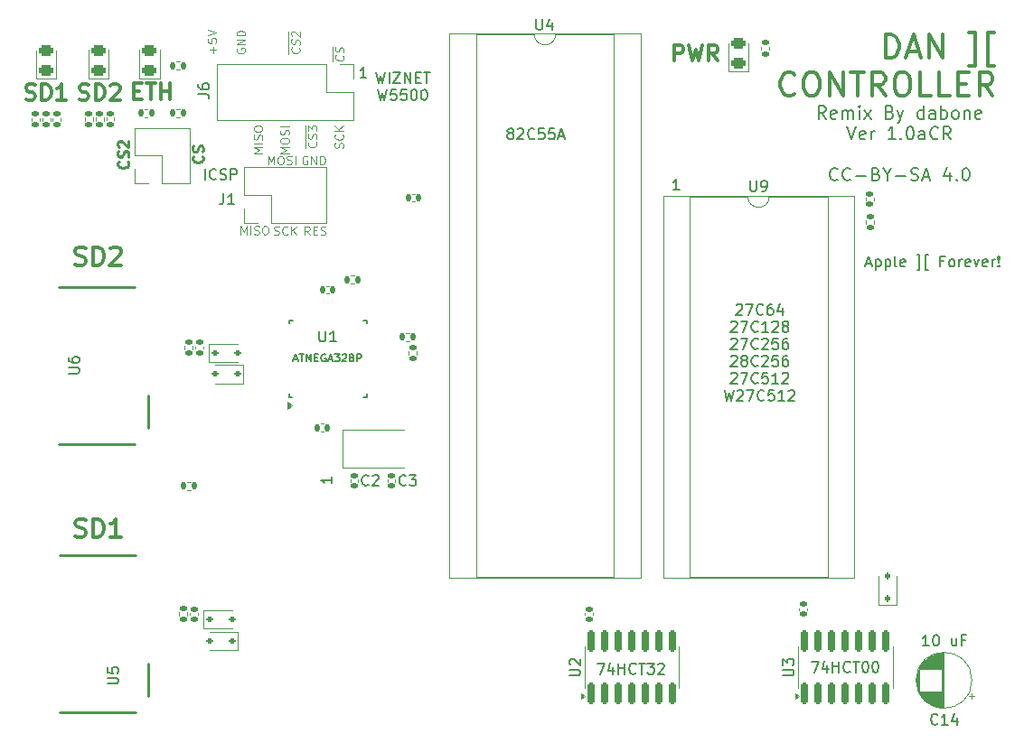
<source format=gto>
G04 #@! TF.GenerationSoftware,KiCad,Pcbnew,8.0.8*
G04 #@! TF.CreationDate,2025-02-14T11:24:39-05:00*
G04 #@! TF.ProjectId,Apple2CardCR,4170706c-6532-4436-9172-6443522e6b69,CR1.0A*
G04 #@! TF.SameCoordinates,Original*
G04 #@! TF.FileFunction,Legend,Top*
G04 #@! TF.FilePolarity,Positive*
%FSLAX46Y46*%
G04 Gerber Fmt 4.6, Leading zero omitted, Abs format (unit mm)*
G04 Created by KiCad (PCBNEW 8.0.8) date 2025-02-14 11:24:39*
%MOMM*%
%LPD*%
G01*
G04 APERTURE LIST*
G04 Aperture macros list*
%AMRoundRect*
0 Rectangle with rounded corners*
0 $1 Rounding radius*
0 $2 $3 $4 $5 $6 $7 $8 $9 X,Y pos of 4 corners*
0 Add a 4 corners polygon primitive as box body*
4,1,4,$2,$3,$4,$5,$6,$7,$8,$9,$2,$3,0*
0 Add four circle primitives for the rounded corners*
1,1,$1+$1,$2,$3*
1,1,$1+$1,$4,$5*
1,1,$1+$1,$6,$7*
1,1,$1+$1,$8,$9*
0 Add four rect primitives between the rounded corners*
20,1,$1+$1,$2,$3,$4,$5,0*
20,1,$1+$1,$4,$5,$6,$7,0*
20,1,$1+$1,$6,$7,$8,$9,0*
20,1,$1+$1,$8,$9,$2,$3,0*%
G04 Aperture macros list end*
%ADD10C,0.100000*%
%ADD11C,0.300000*%
%ADD12C,0.200000*%
%ADD13C,0.150000*%
%ADD14C,0.250000*%
%ADD15C,0.120000*%
%ADD16C,1.000000*%
%ADD17RoundRect,0.140000X-0.170000X0.140000X-0.170000X-0.140000X0.170000X-0.140000X0.170000X0.140000X0*%
%ADD18RoundRect,0.135000X-0.185000X0.135000X-0.185000X-0.135000X0.185000X-0.135000X0.185000X0.135000X0*%
%ADD19RoundRect,0.135000X-0.135000X-0.185000X0.135000X-0.185000X0.135000X0.185000X-0.135000X0.185000X0*%
%ADD20RoundRect,0.112500X0.112500X-0.187500X0.112500X0.187500X-0.112500X0.187500X-0.112500X-0.187500X0*%
%ADD21RoundRect,0.243750X0.456250X-0.243750X0.456250X0.243750X-0.456250X0.243750X-0.456250X-0.243750X0*%
%ADD22RoundRect,0.112500X-0.187500X-0.112500X0.187500X-0.112500X0.187500X0.112500X-0.187500X0.112500X0*%
%ADD23RoundRect,0.140000X0.170000X-0.140000X0.170000X0.140000X-0.170000X0.140000X-0.170000X-0.140000X0*%
%ADD24R,1.400000X1.600000*%
%ADD25R,2.200000X1.200000*%
%ADD26R,1.600000X0.700000*%
%ADD27R,1.400000X1.200000*%
%ADD28RoundRect,0.140000X0.140000X0.170000X-0.140000X0.170000X-0.140000X-0.170000X0.140000X-0.170000X0*%
%ADD29R,1.900000X8.530000*%
%ADD30R,1.270000X8.530000*%
%ADD31R,1.910000X8.530000*%
%ADD32RoundRect,0.112500X0.187500X0.112500X-0.187500X0.112500X-0.187500X-0.112500X0.187500X-0.112500X0*%
%ADD33R,0.550000X1.600000*%
%ADD34R,1.600000X0.550000*%
%ADD35R,1.700000X1.700000*%
%ADD36O,1.700000X1.700000*%
%ADD37R,2.000000X2.400000*%
%ADD38RoundRect,0.150000X0.150000X-0.825000X0.150000X0.825000X-0.150000X0.825000X-0.150000X-0.825000X0*%
%ADD39R,1.600000X1.600000*%
%ADD40O,1.600000X1.600000*%
%ADD41RoundRect,0.135000X0.185000X-0.135000X0.185000X0.135000X-0.185000X0.135000X-0.185000X-0.135000X0*%
%ADD42RoundRect,0.135000X0.135000X0.185000X-0.135000X0.185000X-0.135000X-0.185000X0.135000X-0.185000X0*%
%ADD43C,1.600000*%
G04 APERTURE END LIST*
D10*
X120872857Y-45894895D02*
X120872857Y-45094895D01*
X120872857Y-45094895D02*
X121139523Y-45666323D01*
X121139523Y-45666323D02*
X121406190Y-45094895D01*
X121406190Y-45094895D02*
X121406190Y-45894895D01*
X121787143Y-45894895D02*
X121787143Y-45094895D01*
X122129999Y-45856800D02*
X122244285Y-45894895D01*
X122244285Y-45894895D02*
X122434761Y-45894895D01*
X122434761Y-45894895D02*
X122510952Y-45856800D01*
X122510952Y-45856800D02*
X122549047Y-45818704D01*
X122549047Y-45818704D02*
X122587142Y-45742514D01*
X122587142Y-45742514D02*
X122587142Y-45666323D01*
X122587142Y-45666323D02*
X122549047Y-45590133D01*
X122549047Y-45590133D02*
X122510952Y-45552038D01*
X122510952Y-45552038D02*
X122434761Y-45513942D01*
X122434761Y-45513942D02*
X122282380Y-45475847D01*
X122282380Y-45475847D02*
X122206190Y-45437752D01*
X122206190Y-45437752D02*
X122168095Y-45399657D01*
X122168095Y-45399657D02*
X122129999Y-45323466D01*
X122129999Y-45323466D02*
X122129999Y-45247276D01*
X122129999Y-45247276D02*
X122168095Y-45171085D01*
X122168095Y-45171085D02*
X122206190Y-45132990D01*
X122206190Y-45132990D02*
X122282380Y-45094895D01*
X122282380Y-45094895D02*
X122472857Y-45094895D01*
X122472857Y-45094895D02*
X122587142Y-45132990D01*
X123082381Y-45094895D02*
X123234762Y-45094895D01*
X123234762Y-45094895D02*
X123310952Y-45132990D01*
X123310952Y-45132990D02*
X123387143Y-45209180D01*
X123387143Y-45209180D02*
X123425238Y-45361561D01*
X123425238Y-45361561D02*
X123425238Y-45628228D01*
X123425238Y-45628228D02*
X123387143Y-45780609D01*
X123387143Y-45780609D02*
X123310952Y-45856800D01*
X123310952Y-45856800D02*
X123234762Y-45894895D01*
X123234762Y-45894895D02*
X123082381Y-45894895D01*
X123082381Y-45894895D02*
X123006190Y-45856800D01*
X123006190Y-45856800D02*
X122930000Y-45780609D01*
X122930000Y-45780609D02*
X122891904Y-45628228D01*
X122891904Y-45628228D02*
X122891904Y-45361561D01*
X122891904Y-45361561D02*
X122930000Y-45209180D01*
X122930000Y-45209180D02*
X123006190Y-45132990D01*
X123006190Y-45132990D02*
X123082381Y-45094895D01*
D11*
X105757143Y-33219400D02*
X105971429Y-33290828D01*
X105971429Y-33290828D02*
X106328571Y-33290828D01*
X106328571Y-33290828D02*
X106471429Y-33219400D01*
X106471429Y-33219400D02*
X106542857Y-33147971D01*
X106542857Y-33147971D02*
X106614286Y-33005114D01*
X106614286Y-33005114D02*
X106614286Y-32862257D01*
X106614286Y-32862257D02*
X106542857Y-32719400D01*
X106542857Y-32719400D02*
X106471429Y-32647971D01*
X106471429Y-32647971D02*
X106328571Y-32576542D01*
X106328571Y-32576542D02*
X106042857Y-32505114D01*
X106042857Y-32505114D02*
X105900000Y-32433685D01*
X105900000Y-32433685D02*
X105828571Y-32362257D01*
X105828571Y-32362257D02*
X105757143Y-32219400D01*
X105757143Y-32219400D02*
X105757143Y-32076542D01*
X105757143Y-32076542D02*
X105828571Y-31933685D01*
X105828571Y-31933685D02*
X105900000Y-31862257D01*
X105900000Y-31862257D02*
X106042857Y-31790828D01*
X106042857Y-31790828D02*
X106400000Y-31790828D01*
X106400000Y-31790828D02*
X106614286Y-31862257D01*
X107257142Y-33290828D02*
X107257142Y-31790828D01*
X107257142Y-31790828D02*
X107614285Y-31790828D01*
X107614285Y-31790828D02*
X107828571Y-31862257D01*
X107828571Y-31862257D02*
X107971428Y-32005114D01*
X107971428Y-32005114D02*
X108042857Y-32147971D01*
X108042857Y-32147971D02*
X108114285Y-32433685D01*
X108114285Y-32433685D02*
X108114285Y-32647971D01*
X108114285Y-32647971D02*
X108042857Y-32933685D01*
X108042857Y-32933685D02*
X107971428Y-33076542D01*
X107971428Y-33076542D02*
X107828571Y-33219400D01*
X107828571Y-33219400D02*
X107614285Y-33290828D01*
X107614285Y-33290828D02*
X107257142Y-33290828D01*
X108685714Y-31933685D02*
X108757142Y-31862257D01*
X108757142Y-31862257D02*
X108900000Y-31790828D01*
X108900000Y-31790828D02*
X109257142Y-31790828D01*
X109257142Y-31790828D02*
X109400000Y-31862257D01*
X109400000Y-31862257D02*
X109471428Y-31933685D01*
X109471428Y-31933685D02*
X109542857Y-32076542D01*
X109542857Y-32076542D02*
X109542857Y-32219400D01*
X109542857Y-32219400D02*
X109471428Y-32433685D01*
X109471428Y-32433685D02*
X108614285Y-33290828D01*
X108614285Y-33290828D02*
X109542857Y-33290828D01*
D12*
X175685714Y-35046843D02*
X175285714Y-34475415D01*
X175000000Y-35046843D02*
X175000000Y-33846843D01*
X175000000Y-33846843D02*
X175457143Y-33846843D01*
X175457143Y-33846843D02*
X175571428Y-33903986D01*
X175571428Y-33903986D02*
X175628571Y-33961129D01*
X175628571Y-33961129D02*
X175685714Y-34075415D01*
X175685714Y-34075415D02*
X175685714Y-34246843D01*
X175685714Y-34246843D02*
X175628571Y-34361129D01*
X175628571Y-34361129D02*
X175571428Y-34418272D01*
X175571428Y-34418272D02*
X175457143Y-34475415D01*
X175457143Y-34475415D02*
X175000000Y-34475415D01*
X176657143Y-34989701D02*
X176542857Y-35046843D01*
X176542857Y-35046843D02*
X176314286Y-35046843D01*
X176314286Y-35046843D02*
X176200000Y-34989701D01*
X176200000Y-34989701D02*
X176142857Y-34875415D01*
X176142857Y-34875415D02*
X176142857Y-34418272D01*
X176142857Y-34418272D02*
X176200000Y-34303986D01*
X176200000Y-34303986D02*
X176314286Y-34246843D01*
X176314286Y-34246843D02*
X176542857Y-34246843D01*
X176542857Y-34246843D02*
X176657143Y-34303986D01*
X176657143Y-34303986D02*
X176714286Y-34418272D01*
X176714286Y-34418272D02*
X176714286Y-34532558D01*
X176714286Y-34532558D02*
X176142857Y-34646843D01*
X177228571Y-35046843D02*
X177228571Y-34246843D01*
X177228571Y-34361129D02*
X177285714Y-34303986D01*
X177285714Y-34303986D02*
X177399999Y-34246843D01*
X177399999Y-34246843D02*
X177571428Y-34246843D01*
X177571428Y-34246843D02*
X177685714Y-34303986D01*
X177685714Y-34303986D02*
X177742857Y-34418272D01*
X177742857Y-34418272D02*
X177742857Y-35046843D01*
X177742857Y-34418272D02*
X177799999Y-34303986D01*
X177799999Y-34303986D02*
X177914285Y-34246843D01*
X177914285Y-34246843D02*
X178085714Y-34246843D01*
X178085714Y-34246843D02*
X178199999Y-34303986D01*
X178199999Y-34303986D02*
X178257142Y-34418272D01*
X178257142Y-34418272D02*
X178257142Y-35046843D01*
X178828571Y-35046843D02*
X178828571Y-34246843D01*
X178828571Y-33846843D02*
X178771428Y-33903986D01*
X178771428Y-33903986D02*
X178828571Y-33961129D01*
X178828571Y-33961129D02*
X178885714Y-33903986D01*
X178885714Y-33903986D02*
X178828571Y-33846843D01*
X178828571Y-33846843D02*
X178828571Y-33961129D01*
X179285714Y-35046843D02*
X179914286Y-34246843D01*
X179285714Y-34246843D02*
X179914286Y-35046843D01*
X181685715Y-34418272D02*
X181857143Y-34475415D01*
X181857143Y-34475415D02*
X181914286Y-34532558D01*
X181914286Y-34532558D02*
X181971429Y-34646843D01*
X181971429Y-34646843D02*
X181971429Y-34818272D01*
X181971429Y-34818272D02*
X181914286Y-34932558D01*
X181914286Y-34932558D02*
X181857143Y-34989701D01*
X181857143Y-34989701D02*
X181742858Y-35046843D01*
X181742858Y-35046843D02*
X181285715Y-35046843D01*
X181285715Y-35046843D02*
X181285715Y-33846843D01*
X181285715Y-33846843D02*
X181685715Y-33846843D01*
X181685715Y-33846843D02*
X181800001Y-33903986D01*
X181800001Y-33903986D02*
X181857143Y-33961129D01*
X181857143Y-33961129D02*
X181914286Y-34075415D01*
X181914286Y-34075415D02*
X181914286Y-34189701D01*
X181914286Y-34189701D02*
X181857143Y-34303986D01*
X181857143Y-34303986D02*
X181800001Y-34361129D01*
X181800001Y-34361129D02*
X181685715Y-34418272D01*
X181685715Y-34418272D02*
X181285715Y-34418272D01*
X182371429Y-34246843D02*
X182657143Y-35046843D01*
X182942858Y-34246843D02*
X182657143Y-35046843D01*
X182657143Y-35046843D02*
X182542858Y-35332558D01*
X182542858Y-35332558D02*
X182485715Y-35389701D01*
X182485715Y-35389701D02*
X182371429Y-35446843D01*
X184828573Y-35046843D02*
X184828573Y-33846843D01*
X184828573Y-34989701D02*
X184714287Y-35046843D01*
X184714287Y-35046843D02*
X184485715Y-35046843D01*
X184485715Y-35046843D02*
X184371430Y-34989701D01*
X184371430Y-34989701D02*
X184314287Y-34932558D01*
X184314287Y-34932558D02*
X184257144Y-34818272D01*
X184257144Y-34818272D02*
X184257144Y-34475415D01*
X184257144Y-34475415D02*
X184314287Y-34361129D01*
X184314287Y-34361129D02*
X184371430Y-34303986D01*
X184371430Y-34303986D02*
X184485715Y-34246843D01*
X184485715Y-34246843D02*
X184714287Y-34246843D01*
X184714287Y-34246843D02*
X184828573Y-34303986D01*
X185914287Y-35046843D02*
X185914287Y-34418272D01*
X185914287Y-34418272D02*
X185857144Y-34303986D01*
X185857144Y-34303986D02*
X185742858Y-34246843D01*
X185742858Y-34246843D02*
X185514287Y-34246843D01*
X185514287Y-34246843D02*
X185400001Y-34303986D01*
X185914287Y-34989701D02*
X185800001Y-35046843D01*
X185800001Y-35046843D02*
X185514287Y-35046843D01*
X185514287Y-35046843D02*
X185400001Y-34989701D01*
X185400001Y-34989701D02*
X185342858Y-34875415D01*
X185342858Y-34875415D02*
X185342858Y-34761129D01*
X185342858Y-34761129D02*
X185400001Y-34646843D01*
X185400001Y-34646843D02*
X185514287Y-34589701D01*
X185514287Y-34589701D02*
X185800001Y-34589701D01*
X185800001Y-34589701D02*
X185914287Y-34532558D01*
X186485715Y-35046843D02*
X186485715Y-33846843D01*
X186485715Y-34303986D02*
X186600001Y-34246843D01*
X186600001Y-34246843D02*
X186828572Y-34246843D01*
X186828572Y-34246843D02*
X186942858Y-34303986D01*
X186942858Y-34303986D02*
X187000001Y-34361129D01*
X187000001Y-34361129D02*
X187057143Y-34475415D01*
X187057143Y-34475415D02*
X187057143Y-34818272D01*
X187057143Y-34818272D02*
X187000001Y-34932558D01*
X187000001Y-34932558D02*
X186942858Y-34989701D01*
X186942858Y-34989701D02*
X186828572Y-35046843D01*
X186828572Y-35046843D02*
X186600001Y-35046843D01*
X186600001Y-35046843D02*
X186485715Y-34989701D01*
X187742857Y-35046843D02*
X187628572Y-34989701D01*
X187628572Y-34989701D02*
X187571429Y-34932558D01*
X187571429Y-34932558D02*
X187514286Y-34818272D01*
X187514286Y-34818272D02*
X187514286Y-34475415D01*
X187514286Y-34475415D02*
X187571429Y-34361129D01*
X187571429Y-34361129D02*
X187628572Y-34303986D01*
X187628572Y-34303986D02*
X187742857Y-34246843D01*
X187742857Y-34246843D02*
X187914286Y-34246843D01*
X187914286Y-34246843D02*
X188028572Y-34303986D01*
X188028572Y-34303986D02*
X188085715Y-34361129D01*
X188085715Y-34361129D02*
X188142857Y-34475415D01*
X188142857Y-34475415D02*
X188142857Y-34818272D01*
X188142857Y-34818272D02*
X188085715Y-34932558D01*
X188085715Y-34932558D02*
X188028572Y-34989701D01*
X188028572Y-34989701D02*
X187914286Y-35046843D01*
X187914286Y-35046843D02*
X187742857Y-35046843D01*
X188657143Y-34246843D02*
X188657143Y-35046843D01*
X188657143Y-34361129D02*
X188714286Y-34303986D01*
X188714286Y-34303986D02*
X188828571Y-34246843D01*
X188828571Y-34246843D02*
X189000000Y-34246843D01*
X189000000Y-34246843D02*
X189114286Y-34303986D01*
X189114286Y-34303986D02*
X189171429Y-34418272D01*
X189171429Y-34418272D02*
X189171429Y-35046843D01*
X190200000Y-34989701D02*
X190085714Y-35046843D01*
X190085714Y-35046843D02*
X189857143Y-35046843D01*
X189857143Y-35046843D02*
X189742857Y-34989701D01*
X189742857Y-34989701D02*
X189685714Y-34875415D01*
X189685714Y-34875415D02*
X189685714Y-34418272D01*
X189685714Y-34418272D02*
X189742857Y-34303986D01*
X189742857Y-34303986D02*
X189857143Y-34246843D01*
X189857143Y-34246843D02*
X190085714Y-34246843D01*
X190085714Y-34246843D02*
X190200000Y-34303986D01*
X190200000Y-34303986D02*
X190257143Y-34418272D01*
X190257143Y-34418272D02*
X190257143Y-34532558D01*
X190257143Y-34532558D02*
X189685714Y-34646843D01*
X177685714Y-35778776D02*
X178085714Y-36978776D01*
X178085714Y-36978776D02*
X178485714Y-35778776D01*
X179342857Y-36921634D02*
X179228571Y-36978776D01*
X179228571Y-36978776D02*
X179000000Y-36978776D01*
X179000000Y-36978776D02*
X178885714Y-36921634D01*
X178885714Y-36921634D02*
X178828571Y-36807348D01*
X178828571Y-36807348D02*
X178828571Y-36350205D01*
X178828571Y-36350205D02*
X178885714Y-36235919D01*
X178885714Y-36235919D02*
X179000000Y-36178776D01*
X179000000Y-36178776D02*
X179228571Y-36178776D01*
X179228571Y-36178776D02*
X179342857Y-36235919D01*
X179342857Y-36235919D02*
X179400000Y-36350205D01*
X179400000Y-36350205D02*
X179400000Y-36464491D01*
X179400000Y-36464491D02*
X178828571Y-36578776D01*
X179914285Y-36978776D02*
X179914285Y-36178776D01*
X179914285Y-36407348D02*
X179971428Y-36293062D01*
X179971428Y-36293062D02*
X180028571Y-36235919D01*
X180028571Y-36235919D02*
X180142856Y-36178776D01*
X180142856Y-36178776D02*
X180257142Y-36178776D01*
X182199999Y-36978776D02*
X181514285Y-36978776D01*
X181857142Y-36978776D02*
X181857142Y-35778776D01*
X181857142Y-35778776D02*
X181742856Y-35950205D01*
X181742856Y-35950205D02*
X181628571Y-36064491D01*
X181628571Y-36064491D02*
X181514285Y-36121634D01*
X182714285Y-36864491D02*
X182771428Y-36921634D01*
X182771428Y-36921634D02*
X182714285Y-36978776D01*
X182714285Y-36978776D02*
X182657142Y-36921634D01*
X182657142Y-36921634D02*
X182714285Y-36864491D01*
X182714285Y-36864491D02*
X182714285Y-36978776D01*
X183514285Y-35778776D02*
X183628571Y-35778776D01*
X183628571Y-35778776D02*
X183742857Y-35835919D01*
X183742857Y-35835919D02*
X183800000Y-35893062D01*
X183800000Y-35893062D02*
X183857142Y-36007348D01*
X183857142Y-36007348D02*
X183914285Y-36235919D01*
X183914285Y-36235919D02*
X183914285Y-36521634D01*
X183914285Y-36521634D02*
X183857142Y-36750205D01*
X183857142Y-36750205D02*
X183800000Y-36864491D01*
X183800000Y-36864491D02*
X183742857Y-36921634D01*
X183742857Y-36921634D02*
X183628571Y-36978776D01*
X183628571Y-36978776D02*
X183514285Y-36978776D01*
X183514285Y-36978776D02*
X183400000Y-36921634D01*
X183400000Y-36921634D02*
X183342857Y-36864491D01*
X183342857Y-36864491D02*
X183285714Y-36750205D01*
X183285714Y-36750205D02*
X183228571Y-36521634D01*
X183228571Y-36521634D02*
X183228571Y-36235919D01*
X183228571Y-36235919D02*
X183285714Y-36007348D01*
X183285714Y-36007348D02*
X183342857Y-35893062D01*
X183342857Y-35893062D02*
X183400000Y-35835919D01*
X183400000Y-35835919D02*
X183514285Y-35778776D01*
X184942857Y-36978776D02*
X184942857Y-36350205D01*
X184942857Y-36350205D02*
X184885714Y-36235919D01*
X184885714Y-36235919D02*
X184771428Y-36178776D01*
X184771428Y-36178776D02*
X184542857Y-36178776D01*
X184542857Y-36178776D02*
X184428571Y-36235919D01*
X184942857Y-36921634D02*
X184828571Y-36978776D01*
X184828571Y-36978776D02*
X184542857Y-36978776D01*
X184542857Y-36978776D02*
X184428571Y-36921634D01*
X184428571Y-36921634D02*
X184371428Y-36807348D01*
X184371428Y-36807348D02*
X184371428Y-36693062D01*
X184371428Y-36693062D02*
X184428571Y-36578776D01*
X184428571Y-36578776D02*
X184542857Y-36521634D01*
X184542857Y-36521634D02*
X184828571Y-36521634D01*
X184828571Y-36521634D02*
X184942857Y-36464491D01*
X186199999Y-36864491D02*
X186142856Y-36921634D01*
X186142856Y-36921634D02*
X185971428Y-36978776D01*
X185971428Y-36978776D02*
X185857142Y-36978776D01*
X185857142Y-36978776D02*
X185685713Y-36921634D01*
X185685713Y-36921634D02*
X185571428Y-36807348D01*
X185571428Y-36807348D02*
X185514285Y-36693062D01*
X185514285Y-36693062D02*
X185457142Y-36464491D01*
X185457142Y-36464491D02*
X185457142Y-36293062D01*
X185457142Y-36293062D02*
X185514285Y-36064491D01*
X185514285Y-36064491D02*
X185571428Y-35950205D01*
X185571428Y-35950205D02*
X185685713Y-35835919D01*
X185685713Y-35835919D02*
X185857142Y-35778776D01*
X185857142Y-35778776D02*
X185971428Y-35778776D01*
X185971428Y-35778776D02*
X186142856Y-35835919D01*
X186142856Y-35835919D02*
X186199999Y-35893062D01*
X187399999Y-36978776D02*
X186999999Y-36407348D01*
X186714285Y-36978776D02*
X186714285Y-35778776D01*
X186714285Y-35778776D02*
X187171428Y-35778776D01*
X187171428Y-35778776D02*
X187285713Y-35835919D01*
X187285713Y-35835919D02*
X187342856Y-35893062D01*
X187342856Y-35893062D02*
X187399999Y-36007348D01*
X187399999Y-36007348D02*
X187399999Y-36178776D01*
X187399999Y-36178776D02*
X187342856Y-36293062D01*
X187342856Y-36293062D02*
X187285713Y-36350205D01*
X187285713Y-36350205D02*
X187171428Y-36407348D01*
X187171428Y-36407348D02*
X186714285Y-36407348D01*
X176800000Y-40728357D02*
X176742857Y-40785500D01*
X176742857Y-40785500D02*
X176571429Y-40842642D01*
X176571429Y-40842642D02*
X176457143Y-40842642D01*
X176457143Y-40842642D02*
X176285714Y-40785500D01*
X176285714Y-40785500D02*
X176171429Y-40671214D01*
X176171429Y-40671214D02*
X176114286Y-40556928D01*
X176114286Y-40556928D02*
X176057143Y-40328357D01*
X176057143Y-40328357D02*
X176057143Y-40156928D01*
X176057143Y-40156928D02*
X176114286Y-39928357D01*
X176114286Y-39928357D02*
X176171429Y-39814071D01*
X176171429Y-39814071D02*
X176285714Y-39699785D01*
X176285714Y-39699785D02*
X176457143Y-39642642D01*
X176457143Y-39642642D02*
X176571429Y-39642642D01*
X176571429Y-39642642D02*
X176742857Y-39699785D01*
X176742857Y-39699785D02*
X176800000Y-39756928D01*
X178000000Y-40728357D02*
X177942857Y-40785500D01*
X177942857Y-40785500D02*
X177771429Y-40842642D01*
X177771429Y-40842642D02*
X177657143Y-40842642D01*
X177657143Y-40842642D02*
X177485714Y-40785500D01*
X177485714Y-40785500D02*
X177371429Y-40671214D01*
X177371429Y-40671214D02*
X177314286Y-40556928D01*
X177314286Y-40556928D02*
X177257143Y-40328357D01*
X177257143Y-40328357D02*
X177257143Y-40156928D01*
X177257143Y-40156928D02*
X177314286Y-39928357D01*
X177314286Y-39928357D02*
X177371429Y-39814071D01*
X177371429Y-39814071D02*
X177485714Y-39699785D01*
X177485714Y-39699785D02*
X177657143Y-39642642D01*
X177657143Y-39642642D02*
X177771429Y-39642642D01*
X177771429Y-39642642D02*
X177942857Y-39699785D01*
X177942857Y-39699785D02*
X178000000Y-39756928D01*
X178514286Y-40385500D02*
X179428572Y-40385500D01*
X180400000Y-40214071D02*
X180571428Y-40271214D01*
X180571428Y-40271214D02*
X180628571Y-40328357D01*
X180628571Y-40328357D02*
X180685714Y-40442642D01*
X180685714Y-40442642D02*
X180685714Y-40614071D01*
X180685714Y-40614071D02*
X180628571Y-40728357D01*
X180628571Y-40728357D02*
X180571428Y-40785500D01*
X180571428Y-40785500D02*
X180457143Y-40842642D01*
X180457143Y-40842642D02*
X180000000Y-40842642D01*
X180000000Y-40842642D02*
X180000000Y-39642642D01*
X180000000Y-39642642D02*
X180400000Y-39642642D01*
X180400000Y-39642642D02*
X180514286Y-39699785D01*
X180514286Y-39699785D02*
X180571428Y-39756928D01*
X180571428Y-39756928D02*
X180628571Y-39871214D01*
X180628571Y-39871214D02*
X180628571Y-39985500D01*
X180628571Y-39985500D02*
X180571428Y-40099785D01*
X180571428Y-40099785D02*
X180514286Y-40156928D01*
X180514286Y-40156928D02*
X180400000Y-40214071D01*
X180400000Y-40214071D02*
X180000000Y-40214071D01*
X181428571Y-40271214D02*
X181428571Y-40842642D01*
X181028571Y-39642642D02*
X181428571Y-40271214D01*
X181428571Y-40271214D02*
X181828571Y-39642642D01*
X182228571Y-40385500D02*
X183142857Y-40385500D01*
X183657142Y-40785500D02*
X183828571Y-40842642D01*
X183828571Y-40842642D02*
X184114285Y-40842642D01*
X184114285Y-40842642D02*
X184228571Y-40785500D01*
X184228571Y-40785500D02*
X184285713Y-40728357D01*
X184285713Y-40728357D02*
X184342856Y-40614071D01*
X184342856Y-40614071D02*
X184342856Y-40499785D01*
X184342856Y-40499785D02*
X184285713Y-40385500D01*
X184285713Y-40385500D02*
X184228571Y-40328357D01*
X184228571Y-40328357D02*
X184114285Y-40271214D01*
X184114285Y-40271214D02*
X183885713Y-40214071D01*
X183885713Y-40214071D02*
X183771428Y-40156928D01*
X183771428Y-40156928D02*
X183714285Y-40099785D01*
X183714285Y-40099785D02*
X183657142Y-39985500D01*
X183657142Y-39985500D02*
X183657142Y-39871214D01*
X183657142Y-39871214D02*
X183714285Y-39756928D01*
X183714285Y-39756928D02*
X183771428Y-39699785D01*
X183771428Y-39699785D02*
X183885713Y-39642642D01*
X183885713Y-39642642D02*
X184171428Y-39642642D01*
X184171428Y-39642642D02*
X184342856Y-39699785D01*
X184799999Y-40499785D02*
X185371428Y-40499785D01*
X184685713Y-40842642D02*
X185085713Y-39642642D01*
X185085713Y-39642642D02*
X185485713Y-40842642D01*
X187314285Y-40042642D02*
X187314285Y-40842642D01*
X187028570Y-39585500D02*
X186742856Y-40442642D01*
X186742856Y-40442642D02*
X187485713Y-40442642D01*
X187942856Y-40728357D02*
X187999999Y-40785500D01*
X187999999Y-40785500D02*
X187942856Y-40842642D01*
X187942856Y-40842642D02*
X187885713Y-40785500D01*
X187885713Y-40785500D02*
X187942856Y-40728357D01*
X187942856Y-40728357D02*
X187942856Y-40842642D01*
X188742856Y-39642642D02*
X188857142Y-39642642D01*
X188857142Y-39642642D02*
X188971428Y-39699785D01*
X188971428Y-39699785D02*
X189028571Y-39756928D01*
X189028571Y-39756928D02*
X189085713Y-39871214D01*
X189085713Y-39871214D02*
X189142856Y-40099785D01*
X189142856Y-40099785D02*
X189142856Y-40385500D01*
X189142856Y-40385500D02*
X189085713Y-40614071D01*
X189085713Y-40614071D02*
X189028571Y-40728357D01*
X189028571Y-40728357D02*
X188971428Y-40785500D01*
X188971428Y-40785500D02*
X188857142Y-40842642D01*
X188857142Y-40842642D02*
X188742856Y-40842642D01*
X188742856Y-40842642D02*
X188628571Y-40785500D01*
X188628571Y-40785500D02*
X188571428Y-40728357D01*
X188571428Y-40728357D02*
X188514285Y-40614071D01*
X188514285Y-40614071D02*
X188457142Y-40385500D01*
X188457142Y-40385500D02*
X188457142Y-40099785D01*
X188457142Y-40099785D02*
X188514285Y-39871214D01*
X188514285Y-39871214D02*
X188571428Y-39756928D01*
X188571428Y-39756928D02*
X188628571Y-39699785D01*
X188628571Y-39699785D02*
X188742856Y-39642642D01*
D13*
X167285714Y-52525197D02*
X167333333Y-52477578D01*
X167333333Y-52477578D02*
X167428571Y-52429959D01*
X167428571Y-52429959D02*
X167666666Y-52429959D01*
X167666666Y-52429959D02*
X167761904Y-52477578D01*
X167761904Y-52477578D02*
X167809523Y-52525197D01*
X167809523Y-52525197D02*
X167857142Y-52620435D01*
X167857142Y-52620435D02*
X167857142Y-52715673D01*
X167857142Y-52715673D02*
X167809523Y-52858530D01*
X167809523Y-52858530D02*
X167238095Y-53429959D01*
X167238095Y-53429959D02*
X167857142Y-53429959D01*
X168190476Y-52429959D02*
X168857142Y-52429959D01*
X168857142Y-52429959D02*
X168428571Y-53429959D01*
X169809523Y-53334720D02*
X169761904Y-53382340D01*
X169761904Y-53382340D02*
X169619047Y-53429959D01*
X169619047Y-53429959D02*
X169523809Y-53429959D01*
X169523809Y-53429959D02*
X169380952Y-53382340D01*
X169380952Y-53382340D02*
X169285714Y-53287101D01*
X169285714Y-53287101D02*
X169238095Y-53191863D01*
X169238095Y-53191863D02*
X169190476Y-53001387D01*
X169190476Y-53001387D02*
X169190476Y-52858530D01*
X169190476Y-52858530D02*
X169238095Y-52668054D01*
X169238095Y-52668054D02*
X169285714Y-52572816D01*
X169285714Y-52572816D02*
X169380952Y-52477578D01*
X169380952Y-52477578D02*
X169523809Y-52429959D01*
X169523809Y-52429959D02*
X169619047Y-52429959D01*
X169619047Y-52429959D02*
X169761904Y-52477578D01*
X169761904Y-52477578D02*
X169809523Y-52525197D01*
X170666666Y-52429959D02*
X170476190Y-52429959D01*
X170476190Y-52429959D02*
X170380952Y-52477578D01*
X170380952Y-52477578D02*
X170333333Y-52525197D01*
X170333333Y-52525197D02*
X170238095Y-52668054D01*
X170238095Y-52668054D02*
X170190476Y-52858530D01*
X170190476Y-52858530D02*
X170190476Y-53239482D01*
X170190476Y-53239482D02*
X170238095Y-53334720D01*
X170238095Y-53334720D02*
X170285714Y-53382340D01*
X170285714Y-53382340D02*
X170380952Y-53429959D01*
X170380952Y-53429959D02*
X170571428Y-53429959D01*
X170571428Y-53429959D02*
X170666666Y-53382340D01*
X170666666Y-53382340D02*
X170714285Y-53334720D01*
X170714285Y-53334720D02*
X170761904Y-53239482D01*
X170761904Y-53239482D02*
X170761904Y-53001387D01*
X170761904Y-53001387D02*
X170714285Y-52906149D01*
X170714285Y-52906149D02*
X170666666Y-52858530D01*
X170666666Y-52858530D02*
X170571428Y-52810911D01*
X170571428Y-52810911D02*
X170380952Y-52810911D01*
X170380952Y-52810911D02*
X170285714Y-52858530D01*
X170285714Y-52858530D02*
X170238095Y-52906149D01*
X170238095Y-52906149D02*
X170190476Y-53001387D01*
X171619047Y-52763292D02*
X171619047Y-53429959D01*
X171380952Y-52382340D02*
X171142857Y-53096625D01*
X171142857Y-53096625D02*
X171761904Y-53096625D01*
X166809524Y-54135141D02*
X166857143Y-54087522D01*
X166857143Y-54087522D02*
X166952381Y-54039903D01*
X166952381Y-54039903D02*
X167190476Y-54039903D01*
X167190476Y-54039903D02*
X167285714Y-54087522D01*
X167285714Y-54087522D02*
X167333333Y-54135141D01*
X167333333Y-54135141D02*
X167380952Y-54230379D01*
X167380952Y-54230379D02*
X167380952Y-54325617D01*
X167380952Y-54325617D02*
X167333333Y-54468474D01*
X167333333Y-54468474D02*
X166761905Y-55039903D01*
X166761905Y-55039903D02*
X167380952Y-55039903D01*
X167714286Y-54039903D02*
X168380952Y-54039903D01*
X168380952Y-54039903D02*
X167952381Y-55039903D01*
X169333333Y-54944664D02*
X169285714Y-54992284D01*
X169285714Y-54992284D02*
X169142857Y-55039903D01*
X169142857Y-55039903D02*
X169047619Y-55039903D01*
X169047619Y-55039903D02*
X168904762Y-54992284D01*
X168904762Y-54992284D02*
X168809524Y-54897045D01*
X168809524Y-54897045D02*
X168761905Y-54801807D01*
X168761905Y-54801807D02*
X168714286Y-54611331D01*
X168714286Y-54611331D02*
X168714286Y-54468474D01*
X168714286Y-54468474D02*
X168761905Y-54277998D01*
X168761905Y-54277998D02*
X168809524Y-54182760D01*
X168809524Y-54182760D02*
X168904762Y-54087522D01*
X168904762Y-54087522D02*
X169047619Y-54039903D01*
X169047619Y-54039903D02*
X169142857Y-54039903D01*
X169142857Y-54039903D02*
X169285714Y-54087522D01*
X169285714Y-54087522D02*
X169333333Y-54135141D01*
X170285714Y-55039903D02*
X169714286Y-55039903D01*
X170000000Y-55039903D02*
X170000000Y-54039903D01*
X170000000Y-54039903D02*
X169904762Y-54182760D01*
X169904762Y-54182760D02*
X169809524Y-54277998D01*
X169809524Y-54277998D02*
X169714286Y-54325617D01*
X170666667Y-54135141D02*
X170714286Y-54087522D01*
X170714286Y-54087522D02*
X170809524Y-54039903D01*
X170809524Y-54039903D02*
X171047619Y-54039903D01*
X171047619Y-54039903D02*
X171142857Y-54087522D01*
X171142857Y-54087522D02*
X171190476Y-54135141D01*
X171190476Y-54135141D02*
X171238095Y-54230379D01*
X171238095Y-54230379D02*
X171238095Y-54325617D01*
X171238095Y-54325617D02*
X171190476Y-54468474D01*
X171190476Y-54468474D02*
X170619048Y-55039903D01*
X170619048Y-55039903D02*
X171238095Y-55039903D01*
X171809524Y-54468474D02*
X171714286Y-54420855D01*
X171714286Y-54420855D02*
X171666667Y-54373236D01*
X171666667Y-54373236D02*
X171619048Y-54277998D01*
X171619048Y-54277998D02*
X171619048Y-54230379D01*
X171619048Y-54230379D02*
X171666667Y-54135141D01*
X171666667Y-54135141D02*
X171714286Y-54087522D01*
X171714286Y-54087522D02*
X171809524Y-54039903D01*
X171809524Y-54039903D02*
X172000000Y-54039903D01*
X172000000Y-54039903D02*
X172095238Y-54087522D01*
X172095238Y-54087522D02*
X172142857Y-54135141D01*
X172142857Y-54135141D02*
X172190476Y-54230379D01*
X172190476Y-54230379D02*
X172190476Y-54277998D01*
X172190476Y-54277998D02*
X172142857Y-54373236D01*
X172142857Y-54373236D02*
X172095238Y-54420855D01*
X172095238Y-54420855D02*
X172000000Y-54468474D01*
X172000000Y-54468474D02*
X171809524Y-54468474D01*
X171809524Y-54468474D02*
X171714286Y-54516093D01*
X171714286Y-54516093D02*
X171666667Y-54563712D01*
X171666667Y-54563712D02*
X171619048Y-54658950D01*
X171619048Y-54658950D02*
X171619048Y-54849426D01*
X171619048Y-54849426D02*
X171666667Y-54944664D01*
X171666667Y-54944664D02*
X171714286Y-54992284D01*
X171714286Y-54992284D02*
X171809524Y-55039903D01*
X171809524Y-55039903D02*
X172000000Y-55039903D01*
X172000000Y-55039903D02*
X172095238Y-54992284D01*
X172095238Y-54992284D02*
X172142857Y-54944664D01*
X172142857Y-54944664D02*
X172190476Y-54849426D01*
X172190476Y-54849426D02*
X172190476Y-54658950D01*
X172190476Y-54658950D02*
X172142857Y-54563712D01*
X172142857Y-54563712D02*
X172095238Y-54516093D01*
X172095238Y-54516093D02*
X172000000Y-54468474D01*
X166809524Y-55745085D02*
X166857143Y-55697466D01*
X166857143Y-55697466D02*
X166952381Y-55649847D01*
X166952381Y-55649847D02*
X167190476Y-55649847D01*
X167190476Y-55649847D02*
X167285714Y-55697466D01*
X167285714Y-55697466D02*
X167333333Y-55745085D01*
X167333333Y-55745085D02*
X167380952Y-55840323D01*
X167380952Y-55840323D02*
X167380952Y-55935561D01*
X167380952Y-55935561D02*
X167333333Y-56078418D01*
X167333333Y-56078418D02*
X166761905Y-56649847D01*
X166761905Y-56649847D02*
X167380952Y-56649847D01*
X167714286Y-55649847D02*
X168380952Y-55649847D01*
X168380952Y-55649847D02*
X167952381Y-56649847D01*
X169333333Y-56554608D02*
X169285714Y-56602228D01*
X169285714Y-56602228D02*
X169142857Y-56649847D01*
X169142857Y-56649847D02*
X169047619Y-56649847D01*
X169047619Y-56649847D02*
X168904762Y-56602228D01*
X168904762Y-56602228D02*
X168809524Y-56506989D01*
X168809524Y-56506989D02*
X168761905Y-56411751D01*
X168761905Y-56411751D02*
X168714286Y-56221275D01*
X168714286Y-56221275D02*
X168714286Y-56078418D01*
X168714286Y-56078418D02*
X168761905Y-55887942D01*
X168761905Y-55887942D02*
X168809524Y-55792704D01*
X168809524Y-55792704D02*
X168904762Y-55697466D01*
X168904762Y-55697466D02*
X169047619Y-55649847D01*
X169047619Y-55649847D02*
X169142857Y-55649847D01*
X169142857Y-55649847D02*
X169285714Y-55697466D01*
X169285714Y-55697466D02*
X169333333Y-55745085D01*
X169714286Y-55745085D02*
X169761905Y-55697466D01*
X169761905Y-55697466D02*
X169857143Y-55649847D01*
X169857143Y-55649847D02*
X170095238Y-55649847D01*
X170095238Y-55649847D02*
X170190476Y-55697466D01*
X170190476Y-55697466D02*
X170238095Y-55745085D01*
X170238095Y-55745085D02*
X170285714Y-55840323D01*
X170285714Y-55840323D02*
X170285714Y-55935561D01*
X170285714Y-55935561D02*
X170238095Y-56078418D01*
X170238095Y-56078418D02*
X169666667Y-56649847D01*
X169666667Y-56649847D02*
X170285714Y-56649847D01*
X171190476Y-55649847D02*
X170714286Y-55649847D01*
X170714286Y-55649847D02*
X170666667Y-56126037D01*
X170666667Y-56126037D02*
X170714286Y-56078418D01*
X170714286Y-56078418D02*
X170809524Y-56030799D01*
X170809524Y-56030799D02*
X171047619Y-56030799D01*
X171047619Y-56030799D02*
X171142857Y-56078418D01*
X171142857Y-56078418D02*
X171190476Y-56126037D01*
X171190476Y-56126037D02*
X171238095Y-56221275D01*
X171238095Y-56221275D02*
X171238095Y-56459370D01*
X171238095Y-56459370D02*
X171190476Y-56554608D01*
X171190476Y-56554608D02*
X171142857Y-56602228D01*
X171142857Y-56602228D02*
X171047619Y-56649847D01*
X171047619Y-56649847D02*
X170809524Y-56649847D01*
X170809524Y-56649847D02*
X170714286Y-56602228D01*
X170714286Y-56602228D02*
X170666667Y-56554608D01*
X172095238Y-55649847D02*
X171904762Y-55649847D01*
X171904762Y-55649847D02*
X171809524Y-55697466D01*
X171809524Y-55697466D02*
X171761905Y-55745085D01*
X171761905Y-55745085D02*
X171666667Y-55887942D01*
X171666667Y-55887942D02*
X171619048Y-56078418D01*
X171619048Y-56078418D02*
X171619048Y-56459370D01*
X171619048Y-56459370D02*
X171666667Y-56554608D01*
X171666667Y-56554608D02*
X171714286Y-56602228D01*
X171714286Y-56602228D02*
X171809524Y-56649847D01*
X171809524Y-56649847D02*
X172000000Y-56649847D01*
X172000000Y-56649847D02*
X172095238Y-56602228D01*
X172095238Y-56602228D02*
X172142857Y-56554608D01*
X172142857Y-56554608D02*
X172190476Y-56459370D01*
X172190476Y-56459370D02*
X172190476Y-56221275D01*
X172190476Y-56221275D02*
X172142857Y-56126037D01*
X172142857Y-56126037D02*
X172095238Y-56078418D01*
X172095238Y-56078418D02*
X172000000Y-56030799D01*
X172000000Y-56030799D02*
X171809524Y-56030799D01*
X171809524Y-56030799D02*
X171714286Y-56078418D01*
X171714286Y-56078418D02*
X171666667Y-56126037D01*
X171666667Y-56126037D02*
X171619048Y-56221275D01*
X166809524Y-57355029D02*
X166857143Y-57307410D01*
X166857143Y-57307410D02*
X166952381Y-57259791D01*
X166952381Y-57259791D02*
X167190476Y-57259791D01*
X167190476Y-57259791D02*
X167285714Y-57307410D01*
X167285714Y-57307410D02*
X167333333Y-57355029D01*
X167333333Y-57355029D02*
X167380952Y-57450267D01*
X167380952Y-57450267D02*
X167380952Y-57545505D01*
X167380952Y-57545505D02*
X167333333Y-57688362D01*
X167333333Y-57688362D02*
X166761905Y-58259791D01*
X166761905Y-58259791D02*
X167380952Y-58259791D01*
X167952381Y-57688362D02*
X167857143Y-57640743D01*
X167857143Y-57640743D02*
X167809524Y-57593124D01*
X167809524Y-57593124D02*
X167761905Y-57497886D01*
X167761905Y-57497886D02*
X167761905Y-57450267D01*
X167761905Y-57450267D02*
X167809524Y-57355029D01*
X167809524Y-57355029D02*
X167857143Y-57307410D01*
X167857143Y-57307410D02*
X167952381Y-57259791D01*
X167952381Y-57259791D02*
X168142857Y-57259791D01*
X168142857Y-57259791D02*
X168238095Y-57307410D01*
X168238095Y-57307410D02*
X168285714Y-57355029D01*
X168285714Y-57355029D02*
X168333333Y-57450267D01*
X168333333Y-57450267D02*
X168333333Y-57497886D01*
X168333333Y-57497886D02*
X168285714Y-57593124D01*
X168285714Y-57593124D02*
X168238095Y-57640743D01*
X168238095Y-57640743D02*
X168142857Y-57688362D01*
X168142857Y-57688362D02*
X167952381Y-57688362D01*
X167952381Y-57688362D02*
X167857143Y-57735981D01*
X167857143Y-57735981D02*
X167809524Y-57783600D01*
X167809524Y-57783600D02*
X167761905Y-57878838D01*
X167761905Y-57878838D02*
X167761905Y-58069314D01*
X167761905Y-58069314D02*
X167809524Y-58164552D01*
X167809524Y-58164552D02*
X167857143Y-58212172D01*
X167857143Y-58212172D02*
X167952381Y-58259791D01*
X167952381Y-58259791D02*
X168142857Y-58259791D01*
X168142857Y-58259791D02*
X168238095Y-58212172D01*
X168238095Y-58212172D02*
X168285714Y-58164552D01*
X168285714Y-58164552D02*
X168333333Y-58069314D01*
X168333333Y-58069314D02*
X168333333Y-57878838D01*
X168333333Y-57878838D02*
X168285714Y-57783600D01*
X168285714Y-57783600D02*
X168238095Y-57735981D01*
X168238095Y-57735981D02*
X168142857Y-57688362D01*
X169333333Y-58164552D02*
X169285714Y-58212172D01*
X169285714Y-58212172D02*
X169142857Y-58259791D01*
X169142857Y-58259791D02*
X169047619Y-58259791D01*
X169047619Y-58259791D02*
X168904762Y-58212172D01*
X168904762Y-58212172D02*
X168809524Y-58116933D01*
X168809524Y-58116933D02*
X168761905Y-58021695D01*
X168761905Y-58021695D02*
X168714286Y-57831219D01*
X168714286Y-57831219D02*
X168714286Y-57688362D01*
X168714286Y-57688362D02*
X168761905Y-57497886D01*
X168761905Y-57497886D02*
X168809524Y-57402648D01*
X168809524Y-57402648D02*
X168904762Y-57307410D01*
X168904762Y-57307410D02*
X169047619Y-57259791D01*
X169047619Y-57259791D02*
X169142857Y-57259791D01*
X169142857Y-57259791D02*
X169285714Y-57307410D01*
X169285714Y-57307410D02*
X169333333Y-57355029D01*
X169714286Y-57355029D02*
X169761905Y-57307410D01*
X169761905Y-57307410D02*
X169857143Y-57259791D01*
X169857143Y-57259791D02*
X170095238Y-57259791D01*
X170095238Y-57259791D02*
X170190476Y-57307410D01*
X170190476Y-57307410D02*
X170238095Y-57355029D01*
X170238095Y-57355029D02*
X170285714Y-57450267D01*
X170285714Y-57450267D02*
X170285714Y-57545505D01*
X170285714Y-57545505D02*
X170238095Y-57688362D01*
X170238095Y-57688362D02*
X169666667Y-58259791D01*
X169666667Y-58259791D02*
X170285714Y-58259791D01*
X171190476Y-57259791D02*
X170714286Y-57259791D01*
X170714286Y-57259791D02*
X170666667Y-57735981D01*
X170666667Y-57735981D02*
X170714286Y-57688362D01*
X170714286Y-57688362D02*
X170809524Y-57640743D01*
X170809524Y-57640743D02*
X171047619Y-57640743D01*
X171047619Y-57640743D02*
X171142857Y-57688362D01*
X171142857Y-57688362D02*
X171190476Y-57735981D01*
X171190476Y-57735981D02*
X171238095Y-57831219D01*
X171238095Y-57831219D02*
X171238095Y-58069314D01*
X171238095Y-58069314D02*
X171190476Y-58164552D01*
X171190476Y-58164552D02*
X171142857Y-58212172D01*
X171142857Y-58212172D02*
X171047619Y-58259791D01*
X171047619Y-58259791D02*
X170809524Y-58259791D01*
X170809524Y-58259791D02*
X170714286Y-58212172D01*
X170714286Y-58212172D02*
X170666667Y-58164552D01*
X172095238Y-57259791D02*
X171904762Y-57259791D01*
X171904762Y-57259791D02*
X171809524Y-57307410D01*
X171809524Y-57307410D02*
X171761905Y-57355029D01*
X171761905Y-57355029D02*
X171666667Y-57497886D01*
X171666667Y-57497886D02*
X171619048Y-57688362D01*
X171619048Y-57688362D02*
X171619048Y-58069314D01*
X171619048Y-58069314D02*
X171666667Y-58164552D01*
X171666667Y-58164552D02*
X171714286Y-58212172D01*
X171714286Y-58212172D02*
X171809524Y-58259791D01*
X171809524Y-58259791D02*
X172000000Y-58259791D01*
X172000000Y-58259791D02*
X172095238Y-58212172D01*
X172095238Y-58212172D02*
X172142857Y-58164552D01*
X172142857Y-58164552D02*
X172190476Y-58069314D01*
X172190476Y-58069314D02*
X172190476Y-57831219D01*
X172190476Y-57831219D02*
X172142857Y-57735981D01*
X172142857Y-57735981D02*
X172095238Y-57688362D01*
X172095238Y-57688362D02*
X172000000Y-57640743D01*
X172000000Y-57640743D02*
X171809524Y-57640743D01*
X171809524Y-57640743D02*
X171714286Y-57688362D01*
X171714286Y-57688362D02*
X171666667Y-57735981D01*
X171666667Y-57735981D02*
X171619048Y-57831219D01*
X166809524Y-58964973D02*
X166857143Y-58917354D01*
X166857143Y-58917354D02*
X166952381Y-58869735D01*
X166952381Y-58869735D02*
X167190476Y-58869735D01*
X167190476Y-58869735D02*
X167285714Y-58917354D01*
X167285714Y-58917354D02*
X167333333Y-58964973D01*
X167333333Y-58964973D02*
X167380952Y-59060211D01*
X167380952Y-59060211D02*
X167380952Y-59155449D01*
X167380952Y-59155449D02*
X167333333Y-59298306D01*
X167333333Y-59298306D02*
X166761905Y-59869735D01*
X166761905Y-59869735D02*
X167380952Y-59869735D01*
X167714286Y-58869735D02*
X168380952Y-58869735D01*
X168380952Y-58869735D02*
X167952381Y-59869735D01*
X169333333Y-59774496D02*
X169285714Y-59822116D01*
X169285714Y-59822116D02*
X169142857Y-59869735D01*
X169142857Y-59869735D02*
X169047619Y-59869735D01*
X169047619Y-59869735D02*
X168904762Y-59822116D01*
X168904762Y-59822116D02*
X168809524Y-59726877D01*
X168809524Y-59726877D02*
X168761905Y-59631639D01*
X168761905Y-59631639D02*
X168714286Y-59441163D01*
X168714286Y-59441163D02*
X168714286Y-59298306D01*
X168714286Y-59298306D02*
X168761905Y-59107830D01*
X168761905Y-59107830D02*
X168809524Y-59012592D01*
X168809524Y-59012592D02*
X168904762Y-58917354D01*
X168904762Y-58917354D02*
X169047619Y-58869735D01*
X169047619Y-58869735D02*
X169142857Y-58869735D01*
X169142857Y-58869735D02*
X169285714Y-58917354D01*
X169285714Y-58917354D02*
X169333333Y-58964973D01*
X170238095Y-58869735D02*
X169761905Y-58869735D01*
X169761905Y-58869735D02*
X169714286Y-59345925D01*
X169714286Y-59345925D02*
X169761905Y-59298306D01*
X169761905Y-59298306D02*
X169857143Y-59250687D01*
X169857143Y-59250687D02*
X170095238Y-59250687D01*
X170095238Y-59250687D02*
X170190476Y-59298306D01*
X170190476Y-59298306D02*
X170238095Y-59345925D01*
X170238095Y-59345925D02*
X170285714Y-59441163D01*
X170285714Y-59441163D02*
X170285714Y-59679258D01*
X170285714Y-59679258D02*
X170238095Y-59774496D01*
X170238095Y-59774496D02*
X170190476Y-59822116D01*
X170190476Y-59822116D02*
X170095238Y-59869735D01*
X170095238Y-59869735D02*
X169857143Y-59869735D01*
X169857143Y-59869735D02*
X169761905Y-59822116D01*
X169761905Y-59822116D02*
X169714286Y-59774496D01*
X171238095Y-59869735D02*
X170666667Y-59869735D01*
X170952381Y-59869735D02*
X170952381Y-58869735D01*
X170952381Y-58869735D02*
X170857143Y-59012592D01*
X170857143Y-59012592D02*
X170761905Y-59107830D01*
X170761905Y-59107830D02*
X170666667Y-59155449D01*
X171619048Y-58964973D02*
X171666667Y-58917354D01*
X171666667Y-58917354D02*
X171761905Y-58869735D01*
X171761905Y-58869735D02*
X172000000Y-58869735D01*
X172000000Y-58869735D02*
X172095238Y-58917354D01*
X172095238Y-58917354D02*
X172142857Y-58964973D01*
X172142857Y-58964973D02*
X172190476Y-59060211D01*
X172190476Y-59060211D02*
X172190476Y-59155449D01*
X172190476Y-59155449D02*
X172142857Y-59298306D01*
X172142857Y-59298306D02*
X171571429Y-59869735D01*
X171571429Y-59869735D02*
X172190476Y-59869735D01*
X166190476Y-60479679D02*
X166428571Y-61479679D01*
X166428571Y-61479679D02*
X166619047Y-60765393D01*
X166619047Y-60765393D02*
X166809523Y-61479679D01*
X166809523Y-61479679D02*
X167047619Y-60479679D01*
X167380952Y-60574917D02*
X167428571Y-60527298D01*
X167428571Y-60527298D02*
X167523809Y-60479679D01*
X167523809Y-60479679D02*
X167761904Y-60479679D01*
X167761904Y-60479679D02*
X167857142Y-60527298D01*
X167857142Y-60527298D02*
X167904761Y-60574917D01*
X167904761Y-60574917D02*
X167952380Y-60670155D01*
X167952380Y-60670155D02*
X167952380Y-60765393D01*
X167952380Y-60765393D02*
X167904761Y-60908250D01*
X167904761Y-60908250D02*
X167333333Y-61479679D01*
X167333333Y-61479679D02*
X167952380Y-61479679D01*
X168285714Y-60479679D02*
X168952380Y-60479679D01*
X168952380Y-60479679D02*
X168523809Y-61479679D01*
X169904761Y-61384440D02*
X169857142Y-61432060D01*
X169857142Y-61432060D02*
X169714285Y-61479679D01*
X169714285Y-61479679D02*
X169619047Y-61479679D01*
X169619047Y-61479679D02*
X169476190Y-61432060D01*
X169476190Y-61432060D02*
X169380952Y-61336821D01*
X169380952Y-61336821D02*
X169333333Y-61241583D01*
X169333333Y-61241583D02*
X169285714Y-61051107D01*
X169285714Y-61051107D02*
X169285714Y-60908250D01*
X169285714Y-60908250D02*
X169333333Y-60717774D01*
X169333333Y-60717774D02*
X169380952Y-60622536D01*
X169380952Y-60622536D02*
X169476190Y-60527298D01*
X169476190Y-60527298D02*
X169619047Y-60479679D01*
X169619047Y-60479679D02*
X169714285Y-60479679D01*
X169714285Y-60479679D02*
X169857142Y-60527298D01*
X169857142Y-60527298D02*
X169904761Y-60574917D01*
X170809523Y-60479679D02*
X170333333Y-60479679D01*
X170333333Y-60479679D02*
X170285714Y-60955869D01*
X170285714Y-60955869D02*
X170333333Y-60908250D01*
X170333333Y-60908250D02*
X170428571Y-60860631D01*
X170428571Y-60860631D02*
X170666666Y-60860631D01*
X170666666Y-60860631D02*
X170761904Y-60908250D01*
X170761904Y-60908250D02*
X170809523Y-60955869D01*
X170809523Y-60955869D02*
X170857142Y-61051107D01*
X170857142Y-61051107D02*
X170857142Y-61289202D01*
X170857142Y-61289202D02*
X170809523Y-61384440D01*
X170809523Y-61384440D02*
X170761904Y-61432060D01*
X170761904Y-61432060D02*
X170666666Y-61479679D01*
X170666666Y-61479679D02*
X170428571Y-61479679D01*
X170428571Y-61479679D02*
X170333333Y-61432060D01*
X170333333Y-61432060D02*
X170285714Y-61384440D01*
X171809523Y-61479679D02*
X171238095Y-61479679D01*
X171523809Y-61479679D02*
X171523809Y-60479679D01*
X171523809Y-60479679D02*
X171428571Y-60622536D01*
X171428571Y-60622536D02*
X171333333Y-60717774D01*
X171333333Y-60717774D02*
X171238095Y-60765393D01*
X172190476Y-60574917D02*
X172238095Y-60527298D01*
X172238095Y-60527298D02*
X172333333Y-60479679D01*
X172333333Y-60479679D02*
X172571428Y-60479679D01*
X172571428Y-60479679D02*
X172666666Y-60527298D01*
X172666666Y-60527298D02*
X172714285Y-60574917D01*
X172714285Y-60574917D02*
X172761904Y-60670155D01*
X172761904Y-60670155D02*
X172761904Y-60765393D01*
X172761904Y-60765393D02*
X172714285Y-60908250D01*
X172714285Y-60908250D02*
X172142857Y-61479679D01*
X172142857Y-61479679D02*
X172761904Y-61479679D01*
X117523810Y-40754819D02*
X117523810Y-39754819D01*
X118571428Y-40659580D02*
X118523809Y-40707200D01*
X118523809Y-40707200D02*
X118380952Y-40754819D01*
X118380952Y-40754819D02*
X118285714Y-40754819D01*
X118285714Y-40754819D02*
X118142857Y-40707200D01*
X118142857Y-40707200D02*
X118047619Y-40611961D01*
X118047619Y-40611961D02*
X118000000Y-40516723D01*
X118000000Y-40516723D02*
X117952381Y-40326247D01*
X117952381Y-40326247D02*
X117952381Y-40183390D01*
X117952381Y-40183390D02*
X118000000Y-39992914D01*
X118000000Y-39992914D02*
X118047619Y-39897676D01*
X118047619Y-39897676D02*
X118142857Y-39802438D01*
X118142857Y-39802438D02*
X118285714Y-39754819D01*
X118285714Y-39754819D02*
X118380952Y-39754819D01*
X118380952Y-39754819D02*
X118523809Y-39802438D01*
X118523809Y-39802438D02*
X118571428Y-39850057D01*
X118952381Y-40707200D02*
X119095238Y-40754819D01*
X119095238Y-40754819D02*
X119333333Y-40754819D01*
X119333333Y-40754819D02*
X119428571Y-40707200D01*
X119428571Y-40707200D02*
X119476190Y-40659580D01*
X119476190Y-40659580D02*
X119523809Y-40564342D01*
X119523809Y-40564342D02*
X119523809Y-40469104D01*
X119523809Y-40469104D02*
X119476190Y-40373866D01*
X119476190Y-40373866D02*
X119428571Y-40326247D01*
X119428571Y-40326247D02*
X119333333Y-40278628D01*
X119333333Y-40278628D02*
X119142857Y-40231009D01*
X119142857Y-40231009D02*
X119047619Y-40183390D01*
X119047619Y-40183390D02*
X119000000Y-40135771D01*
X119000000Y-40135771D02*
X118952381Y-40040533D01*
X118952381Y-40040533D02*
X118952381Y-39945295D01*
X118952381Y-39945295D02*
X119000000Y-39850057D01*
X119000000Y-39850057D02*
X119047619Y-39802438D01*
X119047619Y-39802438D02*
X119142857Y-39754819D01*
X119142857Y-39754819D02*
X119380952Y-39754819D01*
X119380952Y-39754819D02*
X119523809Y-39802438D01*
X119952381Y-40754819D02*
X119952381Y-39754819D01*
X119952381Y-39754819D02*
X120333333Y-39754819D01*
X120333333Y-39754819D02*
X120428571Y-39802438D01*
X120428571Y-39802438D02*
X120476190Y-39850057D01*
X120476190Y-39850057D02*
X120523809Y-39945295D01*
X120523809Y-39945295D02*
X120523809Y-40088152D01*
X120523809Y-40088152D02*
X120476190Y-40183390D01*
X120476190Y-40183390D02*
X120428571Y-40231009D01*
X120428571Y-40231009D02*
X120333333Y-40278628D01*
X120333333Y-40278628D02*
X119952381Y-40278628D01*
D11*
X105354761Y-74189901D02*
X105597618Y-74270853D01*
X105597618Y-74270853D02*
X106002380Y-74270853D01*
X106002380Y-74270853D02*
X106164285Y-74189901D01*
X106164285Y-74189901D02*
X106245237Y-74108948D01*
X106245237Y-74108948D02*
X106326190Y-73947043D01*
X106326190Y-73947043D02*
X106326190Y-73785139D01*
X106326190Y-73785139D02*
X106245237Y-73623234D01*
X106245237Y-73623234D02*
X106164285Y-73542281D01*
X106164285Y-73542281D02*
X106002380Y-73461329D01*
X106002380Y-73461329D02*
X105678571Y-73380377D01*
X105678571Y-73380377D02*
X105516666Y-73299424D01*
X105516666Y-73299424D02*
X105435713Y-73218472D01*
X105435713Y-73218472D02*
X105354761Y-73056567D01*
X105354761Y-73056567D02*
X105354761Y-72894662D01*
X105354761Y-72894662D02*
X105435713Y-72732758D01*
X105435713Y-72732758D02*
X105516666Y-72651805D01*
X105516666Y-72651805D02*
X105678571Y-72570853D01*
X105678571Y-72570853D02*
X106083332Y-72570853D01*
X106083332Y-72570853D02*
X106326190Y-72651805D01*
X107054761Y-74270853D02*
X107054761Y-72570853D01*
X107054761Y-72570853D02*
X107459523Y-72570853D01*
X107459523Y-72570853D02*
X107702380Y-72651805D01*
X107702380Y-72651805D02*
X107864285Y-72813710D01*
X107864285Y-72813710D02*
X107945238Y-72975615D01*
X107945238Y-72975615D02*
X108026190Y-73299424D01*
X108026190Y-73299424D02*
X108026190Y-73542281D01*
X108026190Y-73542281D02*
X107945238Y-73866091D01*
X107945238Y-73866091D02*
X107864285Y-74027996D01*
X107864285Y-74027996D02*
X107702380Y-74189901D01*
X107702380Y-74189901D02*
X107459523Y-74270853D01*
X107459523Y-74270853D02*
X107054761Y-74270853D01*
X109645238Y-74270853D02*
X108673809Y-74270853D01*
X109159523Y-74270853D02*
X109159523Y-72570853D01*
X109159523Y-72570853D02*
X108997619Y-72813710D01*
X108997619Y-72813710D02*
X108835714Y-72975615D01*
X108835714Y-72975615D02*
X108673809Y-73056567D01*
D13*
X179454646Y-48629104D02*
X179930836Y-48629104D01*
X179359408Y-48914819D02*
X179692741Y-47914819D01*
X179692741Y-47914819D02*
X180026074Y-48914819D01*
X180359408Y-48248152D02*
X180359408Y-49248152D01*
X180359408Y-48295771D02*
X180454646Y-48248152D01*
X180454646Y-48248152D02*
X180645122Y-48248152D01*
X180645122Y-48248152D02*
X180740360Y-48295771D01*
X180740360Y-48295771D02*
X180787979Y-48343390D01*
X180787979Y-48343390D02*
X180835598Y-48438628D01*
X180835598Y-48438628D02*
X180835598Y-48724342D01*
X180835598Y-48724342D02*
X180787979Y-48819580D01*
X180787979Y-48819580D02*
X180740360Y-48867200D01*
X180740360Y-48867200D02*
X180645122Y-48914819D01*
X180645122Y-48914819D02*
X180454646Y-48914819D01*
X180454646Y-48914819D02*
X180359408Y-48867200D01*
X181264170Y-48248152D02*
X181264170Y-49248152D01*
X181264170Y-48295771D02*
X181359408Y-48248152D01*
X181359408Y-48248152D02*
X181549884Y-48248152D01*
X181549884Y-48248152D02*
X181645122Y-48295771D01*
X181645122Y-48295771D02*
X181692741Y-48343390D01*
X181692741Y-48343390D02*
X181740360Y-48438628D01*
X181740360Y-48438628D02*
X181740360Y-48724342D01*
X181740360Y-48724342D02*
X181692741Y-48819580D01*
X181692741Y-48819580D02*
X181645122Y-48867200D01*
X181645122Y-48867200D02*
X181549884Y-48914819D01*
X181549884Y-48914819D02*
X181359408Y-48914819D01*
X181359408Y-48914819D02*
X181264170Y-48867200D01*
X182311789Y-48914819D02*
X182216551Y-48867200D01*
X182216551Y-48867200D02*
X182168932Y-48771961D01*
X182168932Y-48771961D02*
X182168932Y-47914819D01*
X183073694Y-48867200D02*
X182978456Y-48914819D01*
X182978456Y-48914819D02*
X182787980Y-48914819D01*
X182787980Y-48914819D02*
X182692742Y-48867200D01*
X182692742Y-48867200D02*
X182645123Y-48771961D01*
X182645123Y-48771961D02*
X182645123Y-48391009D01*
X182645123Y-48391009D02*
X182692742Y-48295771D01*
X182692742Y-48295771D02*
X182787980Y-48248152D01*
X182787980Y-48248152D02*
X182978456Y-48248152D01*
X182978456Y-48248152D02*
X183073694Y-48295771D01*
X183073694Y-48295771D02*
X183121313Y-48391009D01*
X183121313Y-48391009D02*
X183121313Y-48486247D01*
X183121313Y-48486247D02*
X182645123Y-48581485D01*
X184216552Y-49248152D02*
X184454647Y-49248152D01*
X184454647Y-49248152D02*
X184454647Y-47819580D01*
X184454647Y-47819580D02*
X184216552Y-47819580D01*
X185264171Y-49248152D02*
X185026076Y-49248152D01*
X185026076Y-49248152D02*
X185026076Y-47819580D01*
X185026076Y-47819580D02*
X185264171Y-47819580D01*
X186740362Y-48391009D02*
X186407029Y-48391009D01*
X186407029Y-48914819D02*
X186407029Y-47914819D01*
X186407029Y-47914819D02*
X186883219Y-47914819D01*
X187407029Y-48914819D02*
X187311791Y-48867200D01*
X187311791Y-48867200D02*
X187264172Y-48819580D01*
X187264172Y-48819580D02*
X187216553Y-48724342D01*
X187216553Y-48724342D02*
X187216553Y-48438628D01*
X187216553Y-48438628D02*
X187264172Y-48343390D01*
X187264172Y-48343390D02*
X187311791Y-48295771D01*
X187311791Y-48295771D02*
X187407029Y-48248152D01*
X187407029Y-48248152D02*
X187549886Y-48248152D01*
X187549886Y-48248152D02*
X187645124Y-48295771D01*
X187645124Y-48295771D02*
X187692743Y-48343390D01*
X187692743Y-48343390D02*
X187740362Y-48438628D01*
X187740362Y-48438628D02*
X187740362Y-48724342D01*
X187740362Y-48724342D02*
X187692743Y-48819580D01*
X187692743Y-48819580D02*
X187645124Y-48867200D01*
X187645124Y-48867200D02*
X187549886Y-48914819D01*
X187549886Y-48914819D02*
X187407029Y-48914819D01*
X188168934Y-48914819D02*
X188168934Y-48248152D01*
X188168934Y-48438628D02*
X188216553Y-48343390D01*
X188216553Y-48343390D02*
X188264172Y-48295771D01*
X188264172Y-48295771D02*
X188359410Y-48248152D01*
X188359410Y-48248152D02*
X188454648Y-48248152D01*
X189168934Y-48867200D02*
X189073696Y-48914819D01*
X189073696Y-48914819D02*
X188883220Y-48914819D01*
X188883220Y-48914819D02*
X188787982Y-48867200D01*
X188787982Y-48867200D02*
X188740363Y-48771961D01*
X188740363Y-48771961D02*
X188740363Y-48391009D01*
X188740363Y-48391009D02*
X188787982Y-48295771D01*
X188787982Y-48295771D02*
X188883220Y-48248152D01*
X188883220Y-48248152D02*
X189073696Y-48248152D01*
X189073696Y-48248152D02*
X189168934Y-48295771D01*
X189168934Y-48295771D02*
X189216553Y-48391009D01*
X189216553Y-48391009D02*
X189216553Y-48486247D01*
X189216553Y-48486247D02*
X188740363Y-48581485D01*
X189549887Y-48248152D02*
X189787982Y-48914819D01*
X189787982Y-48914819D02*
X190026077Y-48248152D01*
X190787982Y-48867200D02*
X190692744Y-48914819D01*
X190692744Y-48914819D02*
X190502268Y-48914819D01*
X190502268Y-48914819D02*
X190407030Y-48867200D01*
X190407030Y-48867200D02*
X190359411Y-48771961D01*
X190359411Y-48771961D02*
X190359411Y-48391009D01*
X190359411Y-48391009D02*
X190407030Y-48295771D01*
X190407030Y-48295771D02*
X190502268Y-48248152D01*
X190502268Y-48248152D02*
X190692744Y-48248152D01*
X190692744Y-48248152D02*
X190787982Y-48295771D01*
X190787982Y-48295771D02*
X190835601Y-48391009D01*
X190835601Y-48391009D02*
X190835601Y-48486247D01*
X190835601Y-48486247D02*
X190359411Y-48581485D01*
X191264173Y-48914819D02*
X191264173Y-48248152D01*
X191264173Y-48438628D02*
X191311792Y-48343390D01*
X191311792Y-48343390D02*
X191359411Y-48295771D01*
X191359411Y-48295771D02*
X191454649Y-48248152D01*
X191454649Y-48248152D02*
X191549887Y-48248152D01*
X191883221Y-48819580D02*
X191930840Y-48867200D01*
X191930840Y-48867200D02*
X191883221Y-48914819D01*
X191883221Y-48914819D02*
X191835602Y-48867200D01*
X191835602Y-48867200D02*
X191883221Y-48819580D01*
X191883221Y-48819580D02*
X191883221Y-48914819D01*
X191883221Y-48533866D02*
X191835602Y-47962438D01*
X191835602Y-47962438D02*
X191883221Y-47914819D01*
X191883221Y-47914819D02*
X191930840Y-47962438D01*
X191930840Y-47962438D02*
X191883221Y-48533866D01*
X191883221Y-48533866D02*
X191883221Y-47914819D01*
X132640714Y-31209819D02*
X132069286Y-31209819D01*
X132355000Y-31209819D02*
X132355000Y-30209819D01*
X132355000Y-30209819D02*
X132259762Y-30352676D01*
X132259762Y-30352676D02*
X132164524Y-30447914D01*
X132164524Y-30447914D02*
X132069286Y-30495533D01*
X146047619Y-36383390D02*
X145952381Y-36335771D01*
X145952381Y-36335771D02*
X145904762Y-36288152D01*
X145904762Y-36288152D02*
X145857143Y-36192914D01*
X145857143Y-36192914D02*
X145857143Y-36145295D01*
X145857143Y-36145295D02*
X145904762Y-36050057D01*
X145904762Y-36050057D02*
X145952381Y-36002438D01*
X145952381Y-36002438D02*
X146047619Y-35954819D01*
X146047619Y-35954819D02*
X146238095Y-35954819D01*
X146238095Y-35954819D02*
X146333333Y-36002438D01*
X146333333Y-36002438D02*
X146380952Y-36050057D01*
X146380952Y-36050057D02*
X146428571Y-36145295D01*
X146428571Y-36145295D02*
X146428571Y-36192914D01*
X146428571Y-36192914D02*
X146380952Y-36288152D01*
X146380952Y-36288152D02*
X146333333Y-36335771D01*
X146333333Y-36335771D02*
X146238095Y-36383390D01*
X146238095Y-36383390D02*
X146047619Y-36383390D01*
X146047619Y-36383390D02*
X145952381Y-36431009D01*
X145952381Y-36431009D02*
X145904762Y-36478628D01*
X145904762Y-36478628D02*
X145857143Y-36573866D01*
X145857143Y-36573866D02*
X145857143Y-36764342D01*
X145857143Y-36764342D02*
X145904762Y-36859580D01*
X145904762Y-36859580D02*
X145952381Y-36907200D01*
X145952381Y-36907200D02*
X146047619Y-36954819D01*
X146047619Y-36954819D02*
X146238095Y-36954819D01*
X146238095Y-36954819D02*
X146333333Y-36907200D01*
X146333333Y-36907200D02*
X146380952Y-36859580D01*
X146380952Y-36859580D02*
X146428571Y-36764342D01*
X146428571Y-36764342D02*
X146428571Y-36573866D01*
X146428571Y-36573866D02*
X146380952Y-36478628D01*
X146380952Y-36478628D02*
X146333333Y-36431009D01*
X146333333Y-36431009D02*
X146238095Y-36383390D01*
X146809524Y-36050057D02*
X146857143Y-36002438D01*
X146857143Y-36002438D02*
X146952381Y-35954819D01*
X146952381Y-35954819D02*
X147190476Y-35954819D01*
X147190476Y-35954819D02*
X147285714Y-36002438D01*
X147285714Y-36002438D02*
X147333333Y-36050057D01*
X147333333Y-36050057D02*
X147380952Y-36145295D01*
X147380952Y-36145295D02*
X147380952Y-36240533D01*
X147380952Y-36240533D02*
X147333333Y-36383390D01*
X147333333Y-36383390D02*
X146761905Y-36954819D01*
X146761905Y-36954819D02*
X147380952Y-36954819D01*
X148380952Y-36859580D02*
X148333333Y-36907200D01*
X148333333Y-36907200D02*
X148190476Y-36954819D01*
X148190476Y-36954819D02*
X148095238Y-36954819D01*
X148095238Y-36954819D02*
X147952381Y-36907200D01*
X147952381Y-36907200D02*
X147857143Y-36811961D01*
X147857143Y-36811961D02*
X147809524Y-36716723D01*
X147809524Y-36716723D02*
X147761905Y-36526247D01*
X147761905Y-36526247D02*
X147761905Y-36383390D01*
X147761905Y-36383390D02*
X147809524Y-36192914D01*
X147809524Y-36192914D02*
X147857143Y-36097676D01*
X147857143Y-36097676D02*
X147952381Y-36002438D01*
X147952381Y-36002438D02*
X148095238Y-35954819D01*
X148095238Y-35954819D02*
X148190476Y-35954819D01*
X148190476Y-35954819D02*
X148333333Y-36002438D01*
X148333333Y-36002438D02*
X148380952Y-36050057D01*
X149285714Y-35954819D02*
X148809524Y-35954819D01*
X148809524Y-35954819D02*
X148761905Y-36431009D01*
X148761905Y-36431009D02*
X148809524Y-36383390D01*
X148809524Y-36383390D02*
X148904762Y-36335771D01*
X148904762Y-36335771D02*
X149142857Y-36335771D01*
X149142857Y-36335771D02*
X149238095Y-36383390D01*
X149238095Y-36383390D02*
X149285714Y-36431009D01*
X149285714Y-36431009D02*
X149333333Y-36526247D01*
X149333333Y-36526247D02*
X149333333Y-36764342D01*
X149333333Y-36764342D02*
X149285714Y-36859580D01*
X149285714Y-36859580D02*
X149238095Y-36907200D01*
X149238095Y-36907200D02*
X149142857Y-36954819D01*
X149142857Y-36954819D02*
X148904762Y-36954819D01*
X148904762Y-36954819D02*
X148809524Y-36907200D01*
X148809524Y-36907200D02*
X148761905Y-36859580D01*
X150238095Y-35954819D02*
X149761905Y-35954819D01*
X149761905Y-35954819D02*
X149714286Y-36431009D01*
X149714286Y-36431009D02*
X149761905Y-36383390D01*
X149761905Y-36383390D02*
X149857143Y-36335771D01*
X149857143Y-36335771D02*
X150095238Y-36335771D01*
X150095238Y-36335771D02*
X150190476Y-36383390D01*
X150190476Y-36383390D02*
X150238095Y-36431009D01*
X150238095Y-36431009D02*
X150285714Y-36526247D01*
X150285714Y-36526247D02*
X150285714Y-36764342D01*
X150285714Y-36764342D02*
X150238095Y-36859580D01*
X150238095Y-36859580D02*
X150190476Y-36907200D01*
X150190476Y-36907200D02*
X150095238Y-36954819D01*
X150095238Y-36954819D02*
X149857143Y-36954819D01*
X149857143Y-36954819D02*
X149761905Y-36907200D01*
X149761905Y-36907200D02*
X149714286Y-36859580D01*
X150666667Y-36669104D02*
X151142857Y-36669104D01*
X150571429Y-36954819D02*
X150904762Y-35954819D01*
X150904762Y-35954819D02*
X151238095Y-36954819D01*
D10*
X125399895Y-38265550D02*
X124599895Y-38265550D01*
X124599895Y-38265550D02*
X125171323Y-37998884D01*
X125171323Y-37998884D02*
X124599895Y-37732217D01*
X124599895Y-37732217D02*
X125399895Y-37732217D01*
X124599895Y-37198883D02*
X124599895Y-37046502D01*
X124599895Y-37046502D02*
X124637990Y-36970312D01*
X124637990Y-36970312D02*
X124714180Y-36894121D01*
X124714180Y-36894121D02*
X124866561Y-36856026D01*
X124866561Y-36856026D02*
X125133228Y-36856026D01*
X125133228Y-36856026D02*
X125285609Y-36894121D01*
X125285609Y-36894121D02*
X125361800Y-36970312D01*
X125361800Y-36970312D02*
X125399895Y-37046502D01*
X125399895Y-37046502D02*
X125399895Y-37198883D01*
X125399895Y-37198883D02*
X125361800Y-37275074D01*
X125361800Y-37275074D02*
X125285609Y-37351264D01*
X125285609Y-37351264D02*
X125133228Y-37389360D01*
X125133228Y-37389360D02*
X124866561Y-37389360D01*
X124866561Y-37389360D02*
X124714180Y-37351264D01*
X124714180Y-37351264D02*
X124637990Y-37275074D01*
X124637990Y-37275074D02*
X124599895Y-37198883D01*
X125361800Y-36551265D02*
X125399895Y-36436979D01*
X125399895Y-36436979D02*
X125399895Y-36246503D01*
X125399895Y-36246503D02*
X125361800Y-36170312D01*
X125361800Y-36170312D02*
X125323704Y-36132217D01*
X125323704Y-36132217D02*
X125247514Y-36094122D01*
X125247514Y-36094122D02*
X125171323Y-36094122D01*
X125171323Y-36094122D02*
X125095133Y-36132217D01*
X125095133Y-36132217D02*
X125057038Y-36170312D01*
X125057038Y-36170312D02*
X125018942Y-36246503D01*
X125018942Y-36246503D02*
X124980847Y-36398884D01*
X124980847Y-36398884D02*
X124942752Y-36475074D01*
X124942752Y-36475074D02*
X124904657Y-36513169D01*
X124904657Y-36513169D02*
X124828466Y-36551265D01*
X124828466Y-36551265D02*
X124752276Y-36551265D01*
X124752276Y-36551265D02*
X124676085Y-36513169D01*
X124676085Y-36513169D02*
X124637990Y-36475074D01*
X124637990Y-36475074D02*
X124599895Y-36398884D01*
X124599895Y-36398884D02*
X124599895Y-36208407D01*
X124599895Y-36208407D02*
X124637990Y-36094122D01*
X125399895Y-35751264D02*
X124599895Y-35751264D01*
X127913704Y-37236979D02*
X127951800Y-37275075D01*
X127951800Y-37275075D02*
X127989895Y-37389360D01*
X127989895Y-37389360D02*
X127989895Y-37465551D01*
X127989895Y-37465551D02*
X127951800Y-37579837D01*
X127951800Y-37579837D02*
X127875609Y-37656027D01*
X127875609Y-37656027D02*
X127799419Y-37694122D01*
X127799419Y-37694122D02*
X127647038Y-37732218D01*
X127647038Y-37732218D02*
X127532752Y-37732218D01*
X127532752Y-37732218D02*
X127380371Y-37694122D01*
X127380371Y-37694122D02*
X127304180Y-37656027D01*
X127304180Y-37656027D02*
X127227990Y-37579837D01*
X127227990Y-37579837D02*
X127189895Y-37465551D01*
X127189895Y-37465551D02*
X127189895Y-37389360D01*
X127189895Y-37389360D02*
X127227990Y-37275075D01*
X127227990Y-37275075D02*
X127266085Y-37236979D01*
X127951800Y-36932218D02*
X127989895Y-36817932D01*
X127989895Y-36817932D02*
X127989895Y-36627456D01*
X127989895Y-36627456D02*
X127951800Y-36551265D01*
X127951800Y-36551265D02*
X127913704Y-36513170D01*
X127913704Y-36513170D02*
X127837514Y-36475075D01*
X127837514Y-36475075D02*
X127761323Y-36475075D01*
X127761323Y-36475075D02*
X127685133Y-36513170D01*
X127685133Y-36513170D02*
X127647038Y-36551265D01*
X127647038Y-36551265D02*
X127608942Y-36627456D01*
X127608942Y-36627456D02*
X127570847Y-36779837D01*
X127570847Y-36779837D02*
X127532752Y-36856027D01*
X127532752Y-36856027D02*
X127494657Y-36894122D01*
X127494657Y-36894122D02*
X127418466Y-36932218D01*
X127418466Y-36932218D02*
X127342276Y-36932218D01*
X127342276Y-36932218D02*
X127266085Y-36894122D01*
X127266085Y-36894122D02*
X127227990Y-36856027D01*
X127227990Y-36856027D02*
X127189895Y-36779837D01*
X127189895Y-36779837D02*
X127189895Y-36589360D01*
X127189895Y-36589360D02*
X127227990Y-36475075D01*
X127189895Y-36208408D02*
X127189895Y-35713170D01*
X127189895Y-35713170D02*
X127494657Y-35979836D01*
X127494657Y-35979836D02*
X127494657Y-35865551D01*
X127494657Y-35865551D02*
X127532752Y-35789360D01*
X127532752Y-35789360D02*
X127570847Y-35751265D01*
X127570847Y-35751265D02*
X127647038Y-35713170D01*
X127647038Y-35713170D02*
X127837514Y-35713170D01*
X127837514Y-35713170D02*
X127913704Y-35751265D01*
X127913704Y-35751265D02*
X127951800Y-35789360D01*
X127951800Y-35789360D02*
X127989895Y-35865551D01*
X127989895Y-35865551D02*
X127989895Y-36094122D01*
X127989895Y-36094122D02*
X127951800Y-36170313D01*
X127951800Y-36170313D02*
X127913704Y-36208408D01*
X126967800Y-37804599D02*
X126967800Y-35640789D01*
D11*
X181266441Y-29351223D02*
X181266441Y-27151223D01*
X181266441Y-27151223D02*
X181790251Y-27151223D01*
X181790251Y-27151223D02*
X182104536Y-27255985D01*
X182104536Y-27255985D02*
X182314060Y-27465509D01*
X182314060Y-27465509D02*
X182418822Y-27675033D01*
X182418822Y-27675033D02*
X182523584Y-28094081D01*
X182523584Y-28094081D02*
X182523584Y-28408366D01*
X182523584Y-28408366D02*
X182418822Y-28827414D01*
X182418822Y-28827414D02*
X182314060Y-29036938D01*
X182314060Y-29036938D02*
X182104536Y-29246462D01*
X182104536Y-29246462D02*
X181790251Y-29351223D01*
X181790251Y-29351223D02*
X181266441Y-29351223D01*
X183361679Y-28722652D02*
X184409298Y-28722652D01*
X183152155Y-29351223D02*
X183885489Y-27151223D01*
X183885489Y-27151223D02*
X184618822Y-29351223D01*
X185352155Y-29351223D02*
X185352155Y-27151223D01*
X185352155Y-27151223D02*
X186609298Y-29351223D01*
X186609298Y-29351223D02*
X186609298Y-27151223D01*
X189123583Y-30084557D02*
X189647393Y-30084557D01*
X189647393Y-30084557D02*
X189647393Y-26941700D01*
X189647393Y-26941700D02*
X189123583Y-26941700D01*
X191428345Y-30084557D02*
X190904536Y-30084557D01*
X190904536Y-30084557D02*
X190904536Y-26941700D01*
X190904536Y-26941700D02*
X191428345Y-26941700D01*
X172780728Y-32683577D02*
X172675966Y-32788339D01*
X172675966Y-32788339D02*
X172361680Y-32893100D01*
X172361680Y-32893100D02*
X172152156Y-32893100D01*
X172152156Y-32893100D02*
X171837871Y-32788339D01*
X171837871Y-32788339D02*
X171628347Y-32578815D01*
X171628347Y-32578815D02*
X171523585Y-32369291D01*
X171523585Y-32369291D02*
X171418823Y-31950243D01*
X171418823Y-31950243D02*
X171418823Y-31635958D01*
X171418823Y-31635958D02*
X171523585Y-31216910D01*
X171523585Y-31216910D02*
X171628347Y-31007386D01*
X171628347Y-31007386D02*
X171837871Y-30797862D01*
X171837871Y-30797862D02*
X172152156Y-30693100D01*
X172152156Y-30693100D02*
X172361680Y-30693100D01*
X172361680Y-30693100D02*
X172675966Y-30797862D01*
X172675966Y-30797862D02*
X172780728Y-30902624D01*
X174142633Y-30693100D02*
X174561680Y-30693100D01*
X174561680Y-30693100D02*
X174771204Y-30797862D01*
X174771204Y-30797862D02*
X174980728Y-31007386D01*
X174980728Y-31007386D02*
X175085490Y-31426434D01*
X175085490Y-31426434D02*
X175085490Y-32159767D01*
X175085490Y-32159767D02*
X174980728Y-32578815D01*
X174980728Y-32578815D02*
X174771204Y-32788339D01*
X174771204Y-32788339D02*
X174561680Y-32893100D01*
X174561680Y-32893100D02*
X174142633Y-32893100D01*
X174142633Y-32893100D02*
X173933109Y-32788339D01*
X173933109Y-32788339D02*
X173723585Y-32578815D01*
X173723585Y-32578815D02*
X173618823Y-32159767D01*
X173618823Y-32159767D02*
X173618823Y-31426434D01*
X173618823Y-31426434D02*
X173723585Y-31007386D01*
X173723585Y-31007386D02*
X173933109Y-30797862D01*
X173933109Y-30797862D02*
X174142633Y-30693100D01*
X176028347Y-32893100D02*
X176028347Y-30693100D01*
X176028347Y-30693100D02*
X177285490Y-32893100D01*
X177285490Y-32893100D02*
X177285490Y-30693100D01*
X178018823Y-30693100D02*
X179275966Y-30693100D01*
X178647395Y-32893100D02*
X178647395Y-30693100D01*
X181266442Y-32893100D02*
X180533109Y-31845481D01*
X180009299Y-32893100D02*
X180009299Y-30693100D01*
X180009299Y-30693100D02*
X180847394Y-30693100D01*
X180847394Y-30693100D02*
X181056918Y-30797862D01*
X181056918Y-30797862D02*
X181161680Y-30902624D01*
X181161680Y-30902624D02*
X181266442Y-31112148D01*
X181266442Y-31112148D02*
X181266442Y-31426434D01*
X181266442Y-31426434D02*
X181161680Y-31635958D01*
X181161680Y-31635958D02*
X181056918Y-31740719D01*
X181056918Y-31740719D02*
X180847394Y-31845481D01*
X180847394Y-31845481D02*
X180009299Y-31845481D01*
X182628347Y-30693100D02*
X183047394Y-30693100D01*
X183047394Y-30693100D02*
X183256918Y-30797862D01*
X183256918Y-30797862D02*
X183466442Y-31007386D01*
X183466442Y-31007386D02*
X183571204Y-31426434D01*
X183571204Y-31426434D02*
X183571204Y-32159767D01*
X183571204Y-32159767D02*
X183466442Y-32578815D01*
X183466442Y-32578815D02*
X183256918Y-32788339D01*
X183256918Y-32788339D02*
X183047394Y-32893100D01*
X183047394Y-32893100D02*
X182628347Y-32893100D01*
X182628347Y-32893100D02*
X182418823Y-32788339D01*
X182418823Y-32788339D02*
X182209299Y-32578815D01*
X182209299Y-32578815D02*
X182104537Y-32159767D01*
X182104537Y-32159767D02*
X182104537Y-31426434D01*
X182104537Y-31426434D02*
X182209299Y-31007386D01*
X182209299Y-31007386D02*
X182418823Y-30797862D01*
X182418823Y-30797862D02*
X182628347Y-30693100D01*
X185561680Y-32893100D02*
X184514061Y-32893100D01*
X184514061Y-32893100D02*
X184514061Y-30693100D01*
X187342632Y-32893100D02*
X186295013Y-32893100D01*
X186295013Y-32893100D02*
X186295013Y-30693100D01*
X188075965Y-31740719D02*
X188809298Y-31740719D01*
X189123584Y-32893100D02*
X188075965Y-32893100D01*
X188075965Y-32893100D02*
X188075965Y-30693100D01*
X188075965Y-30693100D02*
X189123584Y-30693100D01*
X191323584Y-32893100D02*
X190590251Y-31845481D01*
X190066441Y-32893100D02*
X190066441Y-30693100D01*
X190066441Y-30693100D02*
X190904536Y-30693100D01*
X190904536Y-30693100D02*
X191114060Y-30797862D01*
X191114060Y-30797862D02*
X191218822Y-30902624D01*
X191218822Y-30902624D02*
X191323584Y-31112148D01*
X191323584Y-31112148D02*
X191323584Y-31426434D01*
X191323584Y-31426434D02*
X191218822Y-31635958D01*
X191218822Y-31635958D02*
X191114060Y-31740719D01*
X191114060Y-31740719D02*
X190904536Y-31845481D01*
X190904536Y-31845481D02*
X190066441Y-31845481D01*
D14*
X117269380Y-38526003D02*
X117317000Y-38573622D01*
X117317000Y-38573622D02*
X117364619Y-38716479D01*
X117364619Y-38716479D02*
X117364619Y-38811717D01*
X117364619Y-38811717D02*
X117317000Y-38954574D01*
X117317000Y-38954574D02*
X117221761Y-39049812D01*
X117221761Y-39049812D02*
X117126523Y-39097431D01*
X117126523Y-39097431D02*
X116936047Y-39145050D01*
X116936047Y-39145050D02*
X116793190Y-39145050D01*
X116793190Y-39145050D02*
X116602714Y-39097431D01*
X116602714Y-39097431D02*
X116507476Y-39049812D01*
X116507476Y-39049812D02*
X116412238Y-38954574D01*
X116412238Y-38954574D02*
X116364619Y-38811717D01*
X116364619Y-38811717D02*
X116364619Y-38716479D01*
X116364619Y-38716479D02*
X116412238Y-38573622D01*
X116412238Y-38573622D02*
X116459857Y-38526003D01*
X117317000Y-38145050D02*
X117364619Y-38002193D01*
X117364619Y-38002193D02*
X117364619Y-37764098D01*
X117364619Y-37764098D02*
X117317000Y-37668860D01*
X117317000Y-37668860D02*
X117269380Y-37621241D01*
X117269380Y-37621241D02*
X117174142Y-37573622D01*
X117174142Y-37573622D02*
X117078904Y-37573622D01*
X117078904Y-37573622D02*
X116983666Y-37621241D01*
X116983666Y-37621241D02*
X116936047Y-37668860D01*
X116936047Y-37668860D02*
X116888428Y-37764098D01*
X116888428Y-37764098D02*
X116840809Y-37954574D01*
X116840809Y-37954574D02*
X116793190Y-38049812D01*
X116793190Y-38049812D02*
X116745571Y-38097431D01*
X116745571Y-38097431D02*
X116650333Y-38145050D01*
X116650333Y-38145050D02*
X116555095Y-38145050D01*
X116555095Y-38145050D02*
X116459857Y-38097431D01*
X116459857Y-38097431D02*
X116412238Y-38049812D01*
X116412238Y-38049812D02*
X116364619Y-37954574D01*
X116364619Y-37954574D02*
X116364619Y-37716479D01*
X116364619Y-37716479D02*
X116412238Y-37573622D01*
D10*
X120537990Y-28469687D02*
X120499895Y-28545877D01*
X120499895Y-28545877D02*
X120499895Y-28660163D01*
X120499895Y-28660163D02*
X120537990Y-28774449D01*
X120537990Y-28774449D02*
X120614180Y-28850639D01*
X120614180Y-28850639D02*
X120690371Y-28888734D01*
X120690371Y-28888734D02*
X120842752Y-28926830D01*
X120842752Y-28926830D02*
X120957038Y-28926830D01*
X120957038Y-28926830D02*
X121109419Y-28888734D01*
X121109419Y-28888734D02*
X121185609Y-28850639D01*
X121185609Y-28850639D02*
X121261800Y-28774449D01*
X121261800Y-28774449D02*
X121299895Y-28660163D01*
X121299895Y-28660163D02*
X121299895Y-28583972D01*
X121299895Y-28583972D02*
X121261800Y-28469687D01*
X121261800Y-28469687D02*
X121223704Y-28431591D01*
X121223704Y-28431591D02*
X120957038Y-28431591D01*
X120957038Y-28431591D02*
X120957038Y-28583972D01*
X121299895Y-28088734D02*
X120499895Y-28088734D01*
X120499895Y-28088734D02*
X121299895Y-27631591D01*
X121299895Y-27631591D02*
X120499895Y-27631591D01*
X121299895Y-27250639D02*
X120499895Y-27250639D01*
X120499895Y-27250639D02*
X120499895Y-27060163D01*
X120499895Y-27060163D02*
X120537990Y-26945877D01*
X120537990Y-26945877D02*
X120614180Y-26869687D01*
X120614180Y-26869687D02*
X120690371Y-26831592D01*
X120690371Y-26831592D02*
X120842752Y-26793496D01*
X120842752Y-26793496D02*
X120957038Y-26793496D01*
X120957038Y-26793496D02*
X121109419Y-26831592D01*
X121109419Y-26831592D02*
X121185609Y-26869687D01*
X121185609Y-26869687D02*
X121261800Y-26945877D01*
X121261800Y-26945877D02*
X121299895Y-27060163D01*
X121299895Y-27060163D02*
X121299895Y-27250639D01*
X123472857Y-39314895D02*
X123472857Y-38514895D01*
X123472857Y-38514895D02*
X123739523Y-39086323D01*
X123739523Y-39086323D02*
X124006190Y-38514895D01*
X124006190Y-38514895D02*
X124006190Y-39314895D01*
X124539524Y-38514895D02*
X124691905Y-38514895D01*
X124691905Y-38514895D02*
X124768095Y-38552990D01*
X124768095Y-38552990D02*
X124844286Y-38629180D01*
X124844286Y-38629180D02*
X124882381Y-38781561D01*
X124882381Y-38781561D02*
X124882381Y-39048228D01*
X124882381Y-39048228D02*
X124844286Y-39200609D01*
X124844286Y-39200609D02*
X124768095Y-39276800D01*
X124768095Y-39276800D02*
X124691905Y-39314895D01*
X124691905Y-39314895D02*
X124539524Y-39314895D01*
X124539524Y-39314895D02*
X124463333Y-39276800D01*
X124463333Y-39276800D02*
X124387143Y-39200609D01*
X124387143Y-39200609D02*
X124349047Y-39048228D01*
X124349047Y-39048228D02*
X124349047Y-38781561D01*
X124349047Y-38781561D02*
X124387143Y-38629180D01*
X124387143Y-38629180D02*
X124463333Y-38552990D01*
X124463333Y-38552990D02*
X124539524Y-38514895D01*
X125187142Y-39276800D02*
X125301428Y-39314895D01*
X125301428Y-39314895D02*
X125491904Y-39314895D01*
X125491904Y-39314895D02*
X125568095Y-39276800D01*
X125568095Y-39276800D02*
X125606190Y-39238704D01*
X125606190Y-39238704D02*
X125644285Y-39162514D01*
X125644285Y-39162514D02*
X125644285Y-39086323D01*
X125644285Y-39086323D02*
X125606190Y-39010133D01*
X125606190Y-39010133D02*
X125568095Y-38972038D01*
X125568095Y-38972038D02*
X125491904Y-38933942D01*
X125491904Y-38933942D02*
X125339523Y-38895847D01*
X125339523Y-38895847D02*
X125263333Y-38857752D01*
X125263333Y-38857752D02*
X125225238Y-38819657D01*
X125225238Y-38819657D02*
X125187142Y-38743466D01*
X125187142Y-38743466D02*
X125187142Y-38667276D01*
X125187142Y-38667276D02*
X125225238Y-38591085D01*
X125225238Y-38591085D02*
X125263333Y-38552990D01*
X125263333Y-38552990D02*
X125339523Y-38514895D01*
X125339523Y-38514895D02*
X125530000Y-38514895D01*
X125530000Y-38514895D02*
X125644285Y-38552990D01*
X125987143Y-39314895D02*
X125987143Y-38514895D01*
D11*
X105354761Y-48689901D02*
X105597618Y-48770853D01*
X105597618Y-48770853D02*
X106002380Y-48770853D01*
X106002380Y-48770853D02*
X106164285Y-48689901D01*
X106164285Y-48689901D02*
X106245237Y-48608948D01*
X106245237Y-48608948D02*
X106326190Y-48447043D01*
X106326190Y-48447043D02*
X106326190Y-48285139D01*
X106326190Y-48285139D02*
X106245237Y-48123234D01*
X106245237Y-48123234D02*
X106164285Y-48042281D01*
X106164285Y-48042281D02*
X106002380Y-47961329D01*
X106002380Y-47961329D02*
X105678571Y-47880377D01*
X105678571Y-47880377D02*
X105516666Y-47799424D01*
X105516666Y-47799424D02*
X105435713Y-47718472D01*
X105435713Y-47718472D02*
X105354761Y-47556567D01*
X105354761Y-47556567D02*
X105354761Y-47394662D01*
X105354761Y-47394662D02*
X105435713Y-47232758D01*
X105435713Y-47232758D02*
X105516666Y-47151805D01*
X105516666Y-47151805D02*
X105678571Y-47070853D01*
X105678571Y-47070853D02*
X106083332Y-47070853D01*
X106083332Y-47070853D02*
X106326190Y-47151805D01*
X107054761Y-48770853D02*
X107054761Y-47070853D01*
X107054761Y-47070853D02*
X107459523Y-47070853D01*
X107459523Y-47070853D02*
X107702380Y-47151805D01*
X107702380Y-47151805D02*
X107864285Y-47313710D01*
X107864285Y-47313710D02*
X107945238Y-47475615D01*
X107945238Y-47475615D02*
X108026190Y-47799424D01*
X108026190Y-47799424D02*
X108026190Y-48042281D01*
X108026190Y-48042281D02*
X107945238Y-48366091D01*
X107945238Y-48366091D02*
X107864285Y-48527996D01*
X107864285Y-48527996D02*
X107702380Y-48689901D01*
X107702380Y-48689901D02*
X107459523Y-48770853D01*
X107459523Y-48770853D02*
X107054761Y-48770853D01*
X108673809Y-47232758D02*
X108754761Y-47151805D01*
X108754761Y-47151805D02*
X108916666Y-47070853D01*
X108916666Y-47070853D02*
X109321428Y-47070853D01*
X109321428Y-47070853D02*
X109483333Y-47151805D01*
X109483333Y-47151805D02*
X109564285Y-47232758D01*
X109564285Y-47232758D02*
X109645238Y-47394662D01*
X109645238Y-47394662D02*
X109645238Y-47556567D01*
X109645238Y-47556567D02*
X109564285Y-47799424D01*
X109564285Y-47799424D02*
X108592857Y-48770853D01*
X108592857Y-48770853D02*
X109645238Y-48770853D01*
D10*
X126313704Y-28426830D02*
X126351800Y-28469687D01*
X126351800Y-28469687D02*
X126389895Y-28588734D01*
X126389895Y-28588734D02*
X126389895Y-28664925D01*
X126389895Y-28664925D02*
X126351800Y-28774449D01*
X126351800Y-28774449D02*
X126275609Y-28841115D01*
X126275609Y-28841115D02*
X126199419Y-28869687D01*
X126199419Y-28869687D02*
X126047038Y-28888734D01*
X126047038Y-28888734D02*
X125932752Y-28874449D01*
X125932752Y-28874449D02*
X125780371Y-28817306D01*
X125780371Y-28817306D02*
X125704180Y-28769687D01*
X125704180Y-28769687D02*
X125627990Y-28683972D01*
X125627990Y-28683972D02*
X125589895Y-28564925D01*
X125589895Y-28564925D02*
X125589895Y-28488734D01*
X125589895Y-28488734D02*
X125627990Y-28379211D01*
X125627990Y-28379211D02*
X125666085Y-28345877D01*
X126351800Y-28126830D02*
X126389895Y-28017306D01*
X126389895Y-28017306D02*
X126389895Y-27826830D01*
X126389895Y-27826830D02*
X126351800Y-27745877D01*
X126351800Y-27745877D02*
X126313704Y-27703020D01*
X126313704Y-27703020D02*
X126237514Y-27655401D01*
X126237514Y-27655401D02*
X126161323Y-27645877D01*
X126161323Y-27645877D02*
X126085133Y-27674449D01*
X126085133Y-27674449D02*
X126047038Y-27707782D01*
X126047038Y-27707782D02*
X126008942Y-27779211D01*
X126008942Y-27779211D02*
X125970847Y-27926830D01*
X125970847Y-27926830D02*
X125932752Y-27998258D01*
X125932752Y-27998258D02*
X125894657Y-28031591D01*
X125894657Y-28031591D02*
X125818466Y-28060163D01*
X125818466Y-28060163D02*
X125742276Y-28050639D01*
X125742276Y-28050639D02*
X125666085Y-28003020D01*
X125666085Y-28003020D02*
X125627990Y-27960163D01*
X125627990Y-27960163D02*
X125589895Y-27879211D01*
X125589895Y-27879211D02*
X125589895Y-27688734D01*
X125589895Y-27688734D02*
X125627990Y-27579211D01*
X125666085Y-27279210D02*
X125627990Y-27236353D01*
X125627990Y-27236353D02*
X125589895Y-27155401D01*
X125589895Y-27155401D02*
X125589895Y-26964925D01*
X125589895Y-26964925D02*
X125627990Y-26893496D01*
X125627990Y-26893496D02*
X125666085Y-26860163D01*
X125666085Y-26860163D02*
X125742276Y-26831591D01*
X125742276Y-26831591D02*
X125818466Y-26841115D01*
X125818466Y-26841115D02*
X125932752Y-26893496D01*
X125932752Y-26893496D02*
X126389895Y-27407782D01*
X126389895Y-27407782D02*
X126389895Y-26912544D01*
X125367800Y-28999211D02*
X125367800Y-26835401D01*
X127100476Y-38552990D02*
X127024286Y-38514895D01*
X127024286Y-38514895D02*
X126910000Y-38514895D01*
X126910000Y-38514895D02*
X126795714Y-38552990D01*
X126795714Y-38552990D02*
X126719524Y-38629180D01*
X126719524Y-38629180D02*
X126681429Y-38705371D01*
X126681429Y-38705371D02*
X126643333Y-38857752D01*
X126643333Y-38857752D02*
X126643333Y-38972038D01*
X126643333Y-38972038D02*
X126681429Y-39124419D01*
X126681429Y-39124419D02*
X126719524Y-39200609D01*
X126719524Y-39200609D02*
X126795714Y-39276800D01*
X126795714Y-39276800D02*
X126910000Y-39314895D01*
X126910000Y-39314895D02*
X126986191Y-39314895D01*
X126986191Y-39314895D02*
X127100476Y-39276800D01*
X127100476Y-39276800D02*
X127138572Y-39238704D01*
X127138572Y-39238704D02*
X127138572Y-38972038D01*
X127138572Y-38972038D02*
X126986191Y-38972038D01*
X127481429Y-39314895D02*
X127481429Y-38514895D01*
X127481429Y-38514895D02*
X127938572Y-39314895D01*
X127938572Y-39314895D02*
X127938572Y-38514895D01*
X128319524Y-39314895D02*
X128319524Y-38514895D01*
X128319524Y-38514895D02*
X128510000Y-38514895D01*
X128510000Y-38514895D02*
X128624286Y-38552990D01*
X128624286Y-38552990D02*
X128700476Y-38629180D01*
X128700476Y-38629180D02*
X128738571Y-38705371D01*
X128738571Y-38705371D02*
X128776667Y-38857752D01*
X128776667Y-38857752D02*
X128776667Y-38972038D01*
X128776667Y-38972038D02*
X128738571Y-39124419D01*
X128738571Y-39124419D02*
X128700476Y-39200609D01*
X128700476Y-39200609D02*
X128624286Y-39276800D01*
X128624286Y-39276800D02*
X128510000Y-39314895D01*
X128510000Y-39314895D02*
X128319524Y-39314895D01*
X127324762Y-45944895D02*
X127058095Y-45563942D01*
X126867619Y-45944895D02*
X126867619Y-45144895D01*
X126867619Y-45144895D02*
X127172381Y-45144895D01*
X127172381Y-45144895D02*
X127248571Y-45182990D01*
X127248571Y-45182990D02*
X127286666Y-45221085D01*
X127286666Y-45221085D02*
X127324762Y-45297276D01*
X127324762Y-45297276D02*
X127324762Y-45411561D01*
X127324762Y-45411561D02*
X127286666Y-45487752D01*
X127286666Y-45487752D02*
X127248571Y-45525847D01*
X127248571Y-45525847D02*
X127172381Y-45563942D01*
X127172381Y-45563942D02*
X126867619Y-45563942D01*
X127667619Y-45525847D02*
X127934285Y-45525847D01*
X128048571Y-45944895D02*
X127667619Y-45944895D01*
X127667619Y-45944895D02*
X127667619Y-45144895D01*
X127667619Y-45144895D02*
X128048571Y-45144895D01*
X128353333Y-45906800D02*
X128467619Y-45944895D01*
X128467619Y-45944895D02*
X128658095Y-45944895D01*
X128658095Y-45944895D02*
X128734286Y-45906800D01*
X128734286Y-45906800D02*
X128772381Y-45868704D01*
X128772381Y-45868704D02*
X128810476Y-45792514D01*
X128810476Y-45792514D02*
X128810476Y-45716323D01*
X128810476Y-45716323D02*
X128772381Y-45640133D01*
X128772381Y-45640133D02*
X128734286Y-45602038D01*
X128734286Y-45602038D02*
X128658095Y-45563942D01*
X128658095Y-45563942D02*
X128505714Y-45525847D01*
X128505714Y-45525847D02*
X128429524Y-45487752D01*
X128429524Y-45487752D02*
X128391429Y-45449657D01*
X128391429Y-45449657D02*
X128353333Y-45373466D01*
X128353333Y-45373466D02*
X128353333Y-45297276D01*
X128353333Y-45297276D02*
X128391429Y-45221085D01*
X128391429Y-45221085D02*
X128429524Y-45182990D01*
X128429524Y-45182990D02*
X128505714Y-45144895D01*
X128505714Y-45144895D02*
X128696191Y-45144895D01*
X128696191Y-45144895D02*
X128810476Y-45182990D01*
X118285133Y-28888734D02*
X118285133Y-28279211D01*
X118589895Y-28583972D02*
X117980371Y-28583972D01*
X117789895Y-27517306D02*
X117789895Y-27898258D01*
X117789895Y-27898258D02*
X118170847Y-27936354D01*
X118170847Y-27936354D02*
X118132752Y-27898258D01*
X118132752Y-27898258D02*
X118094657Y-27822068D01*
X118094657Y-27822068D02*
X118094657Y-27631592D01*
X118094657Y-27631592D02*
X118132752Y-27555401D01*
X118132752Y-27555401D02*
X118170847Y-27517306D01*
X118170847Y-27517306D02*
X118247038Y-27479211D01*
X118247038Y-27479211D02*
X118437514Y-27479211D01*
X118437514Y-27479211D02*
X118513704Y-27517306D01*
X118513704Y-27517306D02*
X118551800Y-27555401D01*
X118551800Y-27555401D02*
X118589895Y-27631592D01*
X118589895Y-27631592D02*
X118589895Y-27822068D01*
X118589895Y-27822068D02*
X118551800Y-27898258D01*
X118551800Y-27898258D02*
X118513704Y-27936354D01*
X117789895Y-27250639D02*
X118589895Y-26983972D01*
X118589895Y-26983972D02*
X117789895Y-26717306D01*
D11*
X100757143Y-33219400D02*
X100971429Y-33290828D01*
X100971429Y-33290828D02*
X101328571Y-33290828D01*
X101328571Y-33290828D02*
X101471429Y-33219400D01*
X101471429Y-33219400D02*
X101542857Y-33147971D01*
X101542857Y-33147971D02*
X101614286Y-33005114D01*
X101614286Y-33005114D02*
X101614286Y-32862257D01*
X101614286Y-32862257D02*
X101542857Y-32719400D01*
X101542857Y-32719400D02*
X101471429Y-32647971D01*
X101471429Y-32647971D02*
X101328571Y-32576542D01*
X101328571Y-32576542D02*
X101042857Y-32505114D01*
X101042857Y-32505114D02*
X100900000Y-32433685D01*
X100900000Y-32433685D02*
X100828571Y-32362257D01*
X100828571Y-32362257D02*
X100757143Y-32219400D01*
X100757143Y-32219400D02*
X100757143Y-32076542D01*
X100757143Y-32076542D02*
X100828571Y-31933685D01*
X100828571Y-31933685D02*
X100900000Y-31862257D01*
X100900000Y-31862257D02*
X101042857Y-31790828D01*
X101042857Y-31790828D02*
X101400000Y-31790828D01*
X101400000Y-31790828D02*
X101614286Y-31862257D01*
X102257142Y-33290828D02*
X102257142Y-31790828D01*
X102257142Y-31790828D02*
X102614285Y-31790828D01*
X102614285Y-31790828D02*
X102828571Y-31862257D01*
X102828571Y-31862257D02*
X102971428Y-32005114D01*
X102971428Y-32005114D02*
X103042857Y-32147971D01*
X103042857Y-32147971D02*
X103114285Y-32433685D01*
X103114285Y-32433685D02*
X103114285Y-32647971D01*
X103114285Y-32647971D02*
X103042857Y-32933685D01*
X103042857Y-32933685D02*
X102971428Y-33076542D01*
X102971428Y-33076542D02*
X102828571Y-33219400D01*
X102828571Y-33219400D02*
X102614285Y-33290828D01*
X102614285Y-33290828D02*
X102257142Y-33290828D01*
X104542857Y-33290828D02*
X103685714Y-33290828D01*
X104114285Y-33290828D02*
X104114285Y-31790828D01*
X104114285Y-31790828D02*
X103971428Y-32005114D01*
X103971428Y-32005114D02*
X103828571Y-32147971D01*
X103828571Y-32147971D02*
X103685714Y-32219400D01*
D13*
X125850000Y-57616033D02*
X126183333Y-57616033D01*
X125783333Y-57816033D02*
X126016667Y-57116033D01*
X126016667Y-57116033D02*
X126250000Y-57816033D01*
X126383333Y-57116033D02*
X126783333Y-57116033D01*
X126583333Y-57816033D02*
X126583333Y-57116033D01*
X127016666Y-57816033D02*
X127016666Y-57116033D01*
X127016666Y-57116033D02*
X127250000Y-57616033D01*
X127250000Y-57616033D02*
X127483333Y-57116033D01*
X127483333Y-57116033D02*
X127483333Y-57816033D01*
X127816666Y-57449366D02*
X128050000Y-57449366D01*
X128150000Y-57816033D02*
X127816666Y-57816033D01*
X127816666Y-57816033D02*
X127816666Y-57116033D01*
X127816666Y-57116033D02*
X128150000Y-57116033D01*
X128816666Y-57149366D02*
X128749999Y-57116033D01*
X128749999Y-57116033D02*
X128649999Y-57116033D01*
X128649999Y-57116033D02*
X128549999Y-57149366D01*
X128549999Y-57149366D02*
X128483333Y-57216033D01*
X128483333Y-57216033D02*
X128449999Y-57282700D01*
X128449999Y-57282700D02*
X128416666Y-57416033D01*
X128416666Y-57416033D02*
X128416666Y-57516033D01*
X128416666Y-57516033D02*
X128449999Y-57649366D01*
X128449999Y-57649366D02*
X128483333Y-57716033D01*
X128483333Y-57716033D02*
X128549999Y-57782700D01*
X128549999Y-57782700D02*
X128649999Y-57816033D01*
X128649999Y-57816033D02*
X128716666Y-57816033D01*
X128716666Y-57816033D02*
X128816666Y-57782700D01*
X128816666Y-57782700D02*
X128849999Y-57749366D01*
X128849999Y-57749366D02*
X128849999Y-57516033D01*
X128849999Y-57516033D02*
X128716666Y-57516033D01*
X129116666Y-57616033D02*
X129449999Y-57616033D01*
X129049999Y-57816033D02*
X129283333Y-57116033D01*
X129283333Y-57116033D02*
X129516666Y-57816033D01*
X129683333Y-57116033D02*
X130116666Y-57116033D01*
X130116666Y-57116033D02*
X129883333Y-57382700D01*
X129883333Y-57382700D02*
X129983333Y-57382700D01*
X129983333Y-57382700D02*
X130049999Y-57416033D01*
X130049999Y-57416033D02*
X130083333Y-57449366D01*
X130083333Y-57449366D02*
X130116666Y-57516033D01*
X130116666Y-57516033D02*
X130116666Y-57682700D01*
X130116666Y-57682700D02*
X130083333Y-57749366D01*
X130083333Y-57749366D02*
X130049999Y-57782700D01*
X130049999Y-57782700D02*
X129983333Y-57816033D01*
X129983333Y-57816033D02*
X129783333Y-57816033D01*
X129783333Y-57816033D02*
X129716666Y-57782700D01*
X129716666Y-57782700D02*
X129683333Y-57749366D01*
X130383333Y-57182700D02*
X130416666Y-57149366D01*
X130416666Y-57149366D02*
X130483333Y-57116033D01*
X130483333Y-57116033D02*
X130650000Y-57116033D01*
X130650000Y-57116033D02*
X130716666Y-57149366D01*
X130716666Y-57149366D02*
X130750000Y-57182700D01*
X130750000Y-57182700D02*
X130783333Y-57249366D01*
X130783333Y-57249366D02*
X130783333Y-57316033D01*
X130783333Y-57316033D02*
X130750000Y-57416033D01*
X130750000Y-57416033D02*
X130350000Y-57816033D01*
X130350000Y-57816033D02*
X130783333Y-57816033D01*
X131183333Y-57416033D02*
X131116667Y-57382700D01*
X131116667Y-57382700D02*
X131083333Y-57349366D01*
X131083333Y-57349366D02*
X131050000Y-57282700D01*
X131050000Y-57282700D02*
X131050000Y-57249366D01*
X131050000Y-57249366D02*
X131083333Y-57182700D01*
X131083333Y-57182700D02*
X131116667Y-57149366D01*
X131116667Y-57149366D02*
X131183333Y-57116033D01*
X131183333Y-57116033D02*
X131316667Y-57116033D01*
X131316667Y-57116033D02*
X131383333Y-57149366D01*
X131383333Y-57149366D02*
X131416667Y-57182700D01*
X131416667Y-57182700D02*
X131450000Y-57249366D01*
X131450000Y-57249366D02*
X131450000Y-57282700D01*
X131450000Y-57282700D02*
X131416667Y-57349366D01*
X131416667Y-57349366D02*
X131383333Y-57382700D01*
X131383333Y-57382700D02*
X131316667Y-57416033D01*
X131316667Y-57416033D02*
X131183333Y-57416033D01*
X131183333Y-57416033D02*
X131116667Y-57449366D01*
X131116667Y-57449366D02*
X131083333Y-57482700D01*
X131083333Y-57482700D02*
X131050000Y-57549366D01*
X131050000Y-57549366D02*
X131050000Y-57682700D01*
X131050000Y-57682700D02*
X131083333Y-57749366D01*
X131083333Y-57749366D02*
X131116667Y-57782700D01*
X131116667Y-57782700D02*
X131183333Y-57816033D01*
X131183333Y-57816033D02*
X131316667Y-57816033D01*
X131316667Y-57816033D02*
X131383333Y-57782700D01*
X131383333Y-57782700D02*
X131416667Y-57749366D01*
X131416667Y-57749366D02*
X131450000Y-57682700D01*
X131450000Y-57682700D02*
X131450000Y-57549366D01*
X131450000Y-57549366D02*
X131416667Y-57482700D01*
X131416667Y-57482700D02*
X131383333Y-57449366D01*
X131383333Y-57449366D02*
X131316667Y-57416033D01*
X131750000Y-57816033D02*
X131750000Y-57116033D01*
X131750000Y-57116033D02*
X132016667Y-57116033D01*
X132016667Y-57116033D02*
X132083334Y-57149366D01*
X132083334Y-57149366D02*
X132116667Y-57182700D01*
X132116667Y-57182700D02*
X132150000Y-57249366D01*
X132150000Y-57249366D02*
X132150000Y-57349366D01*
X132150000Y-57349366D02*
X132116667Y-57416033D01*
X132116667Y-57416033D02*
X132083334Y-57449366D01*
X132083334Y-57449366D02*
X132016667Y-57482700D01*
X132016667Y-57482700D02*
X131750000Y-57482700D01*
D11*
X110871428Y-32442614D02*
X111371428Y-32442614D01*
X111585714Y-33228328D02*
X110871428Y-33228328D01*
X110871428Y-33228328D02*
X110871428Y-31728328D01*
X110871428Y-31728328D02*
X111585714Y-31728328D01*
X112014286Y-31728328D02*
X112871429Y-31728328D01*
X112442857Y-33228328D02*
X112442857Y-31728328D01*
X113371428Y-33228328D02*
X113371428Y-31728328D01*
X113371428Y-32442614D02*
X114228571Y-32442614D01*
X114228571Y-33228328D02*
X114228571Y-31728328D01*
D13*
X174333333Y-85954819D02*
X174999999Y-85954819D01*
X174999999Y-85954819D02*
X174571428Y-86954819D01*
X175809523Y-86288152D02*
X175809523Y-86954819D01*
X175571428Y-85907200D02*
X175333333Y-86621485D01*
X175333333Y-86621485D02*
X175952380Y-86621485D01*
X176333333Y-86954819D02*
X176333333Y-85954819D01*
X176333333Y-86431009D02*
X176904761Y-86431009D01*
X176904761Y-86954819D02*
X176904761Y-85954819D01*
X177952380Y-86859580D02*
X177904761Y-86907200D01*
X177904761Y-86907200D02*
X177761904Y-86954819D01*
X177761904Y-86954819D02*
X177666666Y-86954819D01*
X177666666Y-86954819D02*
X177523809Y-86907200D01*
X177523809Y-86907200D02*
X177428571Y-86811961D01*
X177428571Y-86811961D02*
X177380952Y-86716723D01*
X177380952Y-86716723D02*
X177333333Y-86526247D01*
X177333333Y-86526247D02*
X177333333Y-86383390D01*
X177333333Y-86383390D02*
X177380952Y-86192914D01*
X177380952Y-86192914D02*
X177428571Y-86097676D01*
X177428571Y-86097676D02*
X177523809Y-86002438D01*
X177523809Y-86002438D02*
X177666666Y-85954819D01*
X177666666Y-85954819D02*
X177761904Y-85954819D01*
X177761904Y-85954819D02*
X177904761Y-86002438D01*
X177904761Y-86002438D02*
X177952380Y-86050057D01*
X178238095Y-85954819D02*
X178809523Y-85954819D01*
X178523809Y-86954819D02*
X178523809Y-85954819D01*
X179333333Y-85954819D02*
X179428571Y-85954819D01*
X179428571Y-85954819D02*
X179523809Y-86002438D01*
X179523809Y-86002438D02*
X179571428Y-86050057D01*
X179571428Y-86050057D02*
X179619047Y-86145295D01*
X179619047Y-86145295D02*
X179666666Y-86335771D01*
X179666666Y-86335771D02*
X179666666Y-86573866D01*
X179666666Y-86573866D02*
X179619047Y-86764342D01*
X179619047Y-86764342D02*
X179571428Y-86859580D01*
X179571428Y-86859580D02*
X179523809Y-86907200D01*
X179523809Y-86907200D02*
X179428571Y-86954819D01*
X179428571Y-86954819D02*
X179333333Y-86954819D01*
X179333333Y-86954819D02*
X179238095Y-86907200D01*
X179238095Y-86907200D02*
X179190476Y-86859580D01*
X179190476Y-86859580D02*
X179142857Y-86764342D01*
X179142857Y-86764342D02*
X179095238Y-86573866D01*
X179095238Y-86573866D02*
X179095238Y-86335771D01*
X179095238Y-86335771D02*
X179142857Y-86145295D01*
X179142857Y-86145295D02*
X179190476Y-86050057D01*
X179190476Y-86050057D02*
X179238095Y-86002438D01*
X179238095Y-86002438D02*
X179333333Y-85954819D01*
X180285714Y-85954819D02*
X180380952Y-85954819D01*
X180380952Y-85954819D02*
X180476190Y-86002438D01*
X180476190Y-86002438D02*
X180523809Y-86050057D01*
X180523809Y-86050057D02*
X180571428Y-86145295D01*
X180571428Y-86145295D02*
X180619047Y-86335771D01*
X180619047Y-86335771D02*
X180619047Y-86573866D01*
X180619047Y-86573866D02*
X180571428Y-86764342D01*
X180571428Y-86764342D02*
X180523809Y-86859580D01*
X180523809Y-86859580D02*
X180476190Y-86907200D01*
X180476190Y-86907200D02*
X180380952Y-86954819D01*
X180380952Y-86954819D02*
X180285714Y-86954819D01*
X180285714Y-86954819D02*
X180190476Y-86907200D01*
X180190476Y-86907200D02*
X180142857Y-86859580D01*
X180142857Y-86859580D02*
X180095238Y-86764342D01*
X180095238Y-86764342D02*
X180047619Y-86573866D01*
X180047619Y-86573866D02*
X180047619Y-86335771D01*
X180047619Y-86335771D02*
X180095238Y-86145295D01*
X180095238Y-86145295D02*
X180142857Y-86050057D01*
X180142857Y-86050057D02*
X180190476Y-86002438D01*
X180190476Y-86002438D02*
X180285714Y-85954819D01*
D10*
X130451800Y-37770313D02*
X130489895Y-37656027D01*
X130489895Y-37656027D02*
X130489895Y-37465551D01*
X130489895Y-37465551D02*
X130451800Y-37389360D01*
X130451800Y-37389360D02*
X130413704Y-37351265D01*
X130413704Y-37351265D02*
X130337514Y-37313170D01*
X130337514Y-37313170D02*
X130261323Y-37313170D01*
X130261323Y-37313170D02*
X130185133Y-37351265D01*
X130185133Y-37351265D02*
X130147038Y-37389360D01*
X130147038Y-37389360D02*
X130108942Y-37465551D01*
X130108942Y-37465551D02*
X130070847Y-37617932D01*
X130070847Y-37617932D02*
X130032752Y-37694122D01*
X130032752Y-37694122D02*
X129994657Y-37732217D01*
X129994657Y-37732217D02*
X129918466Y-37770313D01*
X129918466Y-37770313D02*
X129842276Y-37770313D01*
X129842276Y-37770313D02*
X129766085Y-37732217D01*
X129766085Y-37732217D02*
X129727990Y-37694122D01*
X129727990Y-37694122D02*
X129689895Y-37617932D01*
X129689895Y-37617932D02*
X129689895Y-37427455D01*
X129689895Y-37427455D02*
X129727990Y-37313170D01*
X130413704Y-36513169D02*
X130451800Y-36551265D01*
X130451800Y-36551265D02*
X130489895Y-36665550D01*
X130489895Y-36665550D02*
X130489895Y-36741741D01*
X130489895Y-36741741D02*
X130451800Y-36856027D01*
X130451800Y-36856027D02*
X130375609Y-36932217D01*
X130375609Y-36932217D02*
X130299419Y-36970312D01*
X130299419Y-36970312D02*
X130147038Y-37008408D01*
X130147038Y-37008408D02*
X130032752Y-37008408D01*
X130032752Y-37008408D02*
X129880371Y-36970312D01*
X129880371Y-36970312D02*
X129804180Y-36932217D01*
X129804180Y-36932217D02*
X129727990Y-36856027D01*
X129727990Y-36856027D02*
X129689895Y-36741741D01*
X129689895Y-36741741D02*
X129689895Y-36665550D01*
X129689895Y-36665550D02*
X129727990Y-36551265D01*
X129727990Y-36551265D02*
X129766085Y-36513169D01*
X130489895Y-36170312D02*
X129689895Y-36170312D01*
X130489895Y-35713169D02*
X130032752Y-36056027D01*
X129689895Y-35713169D02*
X130147038Y-36170312D01*
D12*
X133550000Y-30697247D02*
X133788095Y-31697247D01*
X133788095Y-31697247D02*
X133978571Y-30982961D01*
X133978571Y-30982961D02*
X134169047Y-31697247D01*
X134169047Y-31697247D02*
X134407143Y-30697247D01*
X134788095Y-31697247D02*
X134788095Y-30697247D01*
X135169047Y-30697247D02*
X135835713Y-30697247D01*
X135835713Y-30697247D02*
X135169047Y-31697247D01*
X135169047Y-31697247D02*
X135835713Y-31697247D01*
X136216666Y-31697247D02*
X136216666Y-30697247D01*
X136216666Y-30697247D02*
X136788094Y-31697247D01*
X136788094Y-31697247D02*
X136788094Y-30697247D01*
X137264285Y-31173437D02*
X137597618Y-31173437D01*
X137740475Y-31697247D02*
X137264285Y-31697247D01*
X137264285Y-31697247D02*
X137264285Y-30697247D01*
X137264285Y-30697247D02*
X137740475Y-30697247D01*
X138026190Y-30697247D02*
X138597618Y-30697247D01*
X138311904Y-31697247D02*
X138311904Y-30697247D01*
X133716667Y-32307191D02*
X133954762Y-33307191D01*
X133954762Y-33307191D02*
X134145238Y-32592905D01*
X134145238Y-32592905D02*
X134335714Y-33307191D01*
X134335714Y-33307191D02*
X134573810Y-32307191D01*
X135430952Y-32307191D02*
X134954762Y-32307191D01*
X134954762Y-32307191D02*
X134907143Y-32783381D01*
X134907143Y-32783381D02*
X134954762Y-32735762D01*
X134954762Y-32735762D02*
X135050000Y-32688143D01*
X135050000Y-32688143D02*
X135288095Y-32688143D01*
X135288095Y-32688143D02*
X135383333Y-32735762D01*
X135383333Y-32735762D02*
X135430952Y-32783381D01*
X135430952Y-32783381D02*
X135478571Y-32878619D01*
X135478571Y-32878619D02*
X135478571Y-33116714D01*
X135478571Y-33116714D02*
X135430952Y-33211952D01*
X135430952Y-33211952D02*
X135383333Y-33259572D01*
X135383333Y-33259572D02*
X135288095Y-33307191D01*
X135288095Y-33307191D02*
X135050000Y-33307191D01*
X135050000Y-33307191D02*
X134954762Y-33259572D01*
X134954762Y-33259572D02*
X134907143Y-33211952D01*
X136383333Y-32307191D02*
X135907143Y-32307191D01*
X135907143Y-32307191D02*
X135859524Y-32783381D01*
X135859524Y-32783381D02*
X135907143Y-32735762D01*
X135907143Y-32735762D02*
X136002381Y-32688143D01*
X136002381Y-32688143D02*
X136240476Y-32688143D01*
X136240476Y-32688143D02*
X136335714Y-32735762D01*
X136335714Y-32735762D02*
X136383333Y-32783381D01*
X136383333Y-32783381D02*
X136430952Y-32878619D01*
X136430952Y-32878619D02*
X136430952Y-33116714D01*
X136430952Y-33116714D02*
X136383333Y-33211952D01*
X136383333Y-33211952D02*
X136335714Y-33259572D01*
X136335714Y-33259572D02*
X136240476Y-33307191D01*
X136240476Y-33307191D02*
X136002381Y-33307191D01*
X136002381Y-33307191D02*
X135907143Y-33259572D01*
X135907143Y-33259572D02*
X135859524Y-33211952D01*
X137050000Y-32307191D02*
X137145238Y-32307191D01*
X137145238Y-32307191D02*
X137240476Y-32354810D01*
X137240476Y-32354810D02*
X137288095Y-32402429D01*
X137288095Y-32402429D02*
X137335714Y-32497667D01*
X137335714Y-32497667D02*
X137383333Y-32688143D01*
X137383333Y-32688143D02*
X137383333Y-32926238D01*
X137383333Y-32926238D02*
X137335714Y-33116714D01*
X137335714Y-33116714D02*
X137288095Y-33211952D01*
X137288095Y-33211952D02*
X137240476Y-33259572D01*
X137240476Y-33259572D02*
X137145238Y-33307191D01*
X137145238Y-33307191D02*
X137050000Y-33307191D01*
X137050000Y-33307191D02*
X136954762Y-33259572D01*
X136954762Y-33259572D02*
X136907143Y-33211952D01*
X136907143Y-33211952D02*
X136859524Y-33116714D01*
X136859524Y-33116714D02*
X136811905Y-32926238D01*
X136811905Y-32926238D02*
X136811905Y-32688143D01*
X136811905Y-32688143D02*
X136859524Y-32497667D01*
X136859524Y-32497667D02*
X136907143Y-32402429D01*
X136907143Y-32402429D02*
X136954762Y-32354810D01*
X136954762Y-32354810D02*
X137050000Y-32307191D01*
X138002381Y-32307191D02*
X138097619Y-32307191D01*
X138097619Y-32307191D02*
X138192857Y-32354810D01*
X138192857Y-32354810D02*
X138240476Y-32402429D01*
X138240476Y-32402429D02*
X138288095Y-32497667D01*
X138288095Y-32497667D02*
X138335714Y-32688143D01*
X138335714Y-32688143D02*
X138335714Y-32926238D01*
X138335714Y-32926238D02*
X138288095Y-33116714D01*
X138288095Y-33116714D02*
X138240476Y-33211952D01*
X138240476Y-33211952D02*
X138192857Y-33259572D01*
X138192857Y-33259572D02*
X138097619Y-33307191D01*
X138097619Y-33307191D02*
X138002381Y-33307191D01*
X138002381Y-33307191D02*
X137907143Y-33259572D01*
X137907143Y-33259572D02*
X137859524Y-33211952D01*
X137859524Y-33211952D02*
X137811905Y-33116714D01*
X137811905Y-33116714D02*
X137764286Y-32926238D01*
X137764286Y-32926238D02*
X137764286Y-32688143D01*
X137764286Y-32688143D02*
X137811905Y-32497667D01*
X137811905Y-32497667D02*
X137859524Y-32402429D01*
X137859524Y-32402429D02*
X137907143Y-32354810D01*
X137907143Y-32354810D02*
X138002381Y-32307191D01*
D13*
X161968714Y-41687819D02*
X161397286Y-41687819D01*
X161683000Y-41687819D02*
X161683000Y-40687819D01*
X161683000Y-40687819D02*
X161587762Y-40830676D01*
X161587762Y-40830676D02*
X161492524Y-40925914D01*
X161492524Y-40925914D02*
X161397286Y-40973533D01*
X129399819Y-68639285D02*
X129399819Y-69210713D01*
X129399819Y-68924999D02*
X128399819Y-68924999D01*
X128399819Y-68924999D02*
X128542676Y-69020237D01*
X128542676Y-69020237D02*
X128637914Y-69115475D01*
X128637914Y-69115475D02*
X128685533Y-69210713D01*
D10*
X122889895Y-38265550D02*
X122089895Y-38265550D01*
X122089895Y-38265550D02*
X122661323Y-37998884D01*
X122661323Y-37998884D02*
X122089895Y-37732217D01*
X122089895Y-37732217D02*
X122889895Y-37732217D01*
X122889895Y-37351264D02*
X122089895Y-37351264D01*
X122851800Y-37008408D02*
X122889895Y-36894122D01*
X122889895Y-36894122D02*
X122889895Y-36703646D01*
X122889895Y-36703646D02*
X122851800Y-36627455D01*
X122851800Y-36627455D02*
X122813704Y-36589360D01*
X122813704Y-36589360D02*
X122737514Y-36551265D01*
X122737514Y-36551265D02*
X122661323Y-36551265D01*
X122661323Y-36551265D02*
X122585133Y-36589360D01*
X122585133Y-36589360D02*
X122547038Y-36627455D01*
X122547038Y-36627455D02*
X122508942Y-36703646D01*
X122508942Y-36703646D02*
X122470847Y-36856027D01*
X122470847Y-36856027D02*
X122432752Y-36932217D01*
X122432752Y-36932217D02*
X122394657Y-36970312D01*
X122394657Y-36970312D02*
X122318466Y-37008408D01*
X122318466Y-37008408D02*
X122242276Y-37008408D01*
X122242276Y-37008408D02*
X122166085Y-36970312D01*
X122166085Y-36970312D02*
X122127990Y-36932217D01*
X122127990Y-36932217D02*
X122089895Y-36856027D01*
X122089895Y-36856027D02*
X122089895Y-36665550D01*
X122089895Y-36665550D02*
X122127990Y-36551265D01*
X122089895Y-36056026D02*
X122089895Y-35903645D01*
X122089895Y-35903645D02*
X122127990Y-35827455D01*
X122127990Y-35827455D02*
X122204180Y-35751264D01*
X122204180Y-35751264D02*
X122356561Y-35713169D01*
X122356561Y-35713169D02*
X122623228Y-35713169D01*
X122623228Y-35713169D02*
X122775609Y-35751264D01*
X122775609Y-35751264D02*
X122851800Y-35827455D01*
X122851800Y-35827455D02*
X122889895Y-35903645D01*
X122889895Y-35903645D02*
X122889895Y-36056026D01*
X122889895Y-36056026D02*
X122851800Y-36132217D01*
X122851800Y-36132217D02*
X122775609Y-36208407D01*
X122775609Y-36208407D02*
X122623228Y-36246503D01*
X122623228Y-36246503D02*
X122356561Y-36246503D01*
X122356561Y-36246503D02*
X122204180Y-36208407D01*
X122204180Y-36208407D02*
X122127990Y-36132217D01*
X122127990Y-36132217D02*
X122089895Y-36056026D01*
D11*
X161499999Y-29615828D02*
X161499999Y-28115828D01*
X161499999Y-28115828D02*
X162071428Y-28115828D01*
X162071428Y-28115828D02*
X162214285Y-28187257D01*
X162214285Y-28187257D02*
X162285714Y-28258685D01*
X162285714Y-28258685D02*
X162357142Y-28401542D01*
X162357142Y-28401542D02*
X162357142Y-28615828D01*
X162357142Y-28615828D02*
X162285714Y-28758685D01*
X162285714Y-28758685D02*
X162214285Y-28830114D01*
X162214285Y-28830114D02*
X162071428Y-28901542D01*
X162071428Y-28901542D02*
X161499999Y-28901542D01*
X162857142Y-28115828D02*
X163214285Y-29615828D01*
X163214285Y-29615828D02*
X163499999Y-28544400D01*
X163499999Y-28544400D02*
X163785714Y-29615828D01*
X163785714Y-29615828D02*
X164142857Y-28115828D01*
X165571428Y-29615828D02*
X165071428Y-28901542D01*
X164714285Y-29615828D02*
X164714285Y-28115828D01*
X164714285Y-28115828D02*
X165285714Y-28115828D01*
X165285714Y-28115828D02*
X165428571Y-28187257D01*
X165428571Y-28187257D02*
X165500000Y-28258685D01*
X165500000Y-28258685D02*
X165571428Y-28401542D01*
X165571428Y-28401542D02*
X165571428Y-28615828D01*
X165571428Y-28615828D02*
X165500000Y-28758685D01*
X165500000Y-28758685D02*
X165428571Y-28830114D01*
X165428571Y-28830114D02*
X165285714Y-28901542D01*
X165285714Y-28901542D02*
X164714285Y-28901542D01*
D14*
X110269380Y-39026003D02*
X110317000Y-39073622D01*
X110317000Y-39073622D02*
X110364619Y-39216479D01*
X110364619Y-39216479D02*
X110364619Y-39311717D01*
X110364619Y-39311717D02*
X110317000Y-39454574D01*
X110317000Y-39454574D02*
X110221761Y-39549812D01*
X110221761Y-39549812D02*
X110126523Y-39597431D01*
X110126523Y-39597431D02*
X109936047Y-39645050D01*
X109936047Y-39645050D02*
X109793190Y-39645050D01*
X109793190Y-39645050D02*
X109602714Y-39597431D01*
X109602714Y-39597431D02*
X109507476Y-39549812D01*
X109507476Y-39549812D02*
X109412238Y-39454574D01*
X109412238Y-39454574D02*
X109364619Y-39311717D01*
X109364619Y-39311717D02*
X109364619Y-39216479D01*
X109364619Y-39216479D02*
X109412238Y-39073622D01*
X109412238Y-39073622D02*
X109459857Y-39026003D01*
X110317000Y-38645050D02*
X110364619Y-38502193D01*
X110364619Y-38502193D02*
X110364619Y-38264098D01*
X110364619Y-38264098D02*
X110317000Y-38168860D01*
X110317000Y-38168860D02*
X110269380Y-38121241D01*
X110269380Y-38121241D02*
X110174142Y-38073622D01*
X110174142Y-38073622D02*
X110078904Y-38073622D01*
X110078904Y-38073622D02*
X109983666Y-38121241D01*
X109983666Y-38121241D02*
X109936047Y-38168860D01*
X109936047Y-38168860D02*
X109888428Y-38264098D01*
X109888428Y-38264098D02*
X109840809Y-38454574D01*
X109840809Y-38454574D02*
X109793190Y-38549812D01*
X109793190Y-38549812D02*
X109745571Y-38597431D01*
X109745571Y-38597431D02*
X109650333Y-38645050D01*
X109650333Y-38645050D02*
X109555095Y-38645050D01*
X109555095Y-38645050D02*
X109459857Y-38597431D01*
X109459857Y-38597431D02*
X109412238Y-38549812D01*
X109412238Y-38549812D02*
X109364619Y-38454574D01*
X109364619Y-38454574D02*
X109364619Y-38216479D01*
X109364619Y-38216479D02*
X109412238Y-38073622D01*
X109459857Y-37692669D02*
X109412238Y-37645050D01*
X109412238Y-37645050D02*
X109364619Y-37549812D01*
X109364619Y-37549812D02*
X109364619Y-37311717D01*
X109364619Y-37311717D02*
X109412238Y-37216479D01*
X109412238Y-37216479D02*
X109459857Y-37168860D01*
X109459857Y-37168860D02*
X109555095Y-37121241D01*
X109555095Y-37121241D02*
X109650333Y-37121241D01*
X109650333Y-37121241D02*
X109793190Y-37168860D01*
X109793190Y-37168860D02*
X110364619Y-37740288D01*
X110364619Y-37740288D02*
X110364619Y-37121241D01*
D13*
X154267333Y-86112819D02*
X154933999Y-86112819D01*
X154933999Y-86112819D02*
X154505428Y-87112819D01*
X155743523Y-86446152D02*
X155743523Y-87112819D01*
X155505428Y-86065200D02*
X155267333Y-86779485D01*
X155267333Y-86779485D02*
X155886380Y-86779485D01*
X156267333Y-87112819D02*
X156267333Y-86112819D01*
X156267333Y-86589009D02*
X156838761Y-86589009D01*
X156838761Y-87112819D02*
X156838761Y-86112819D01*
X157886380Y-87017580D02*
X157838761Y-87065200D01*
X157838761Y-87065200D02*
X157695904Y-87112819D01*
X157695904Y-87112819D02*
X157600666Y-87112819D01*
X157600666Y-87112819D02*
X157457809Y-87065200D01*
X157457809Y-87065200D02*
X157362571Y-86969961D01*
X157362571Y-86969961D02*
X157314952Y-86874723D01*
X157314952Y-86874723D02*
X157267333Y-86684247D01*
X157267333Y-86684247D02*
X157267333Y-86541390D01*
X157267333Y-86541390D02*
X157314952Y-86350914D01*
X157314952Y-86350914D02*
X157362571Y-86255676D01*
X157362571Y-86255676D02*
X157457809Y-86160438D01*
X157457809Y-86160438D02*
X157600666Y-86112819D01*
X157600666Y-86112819D02*
X157695904Y-86112819D01*
X157695904Y-86112819D02*
X157838761Y-86160438D01*
X157838761Y-86160438D02*
X157886380Y-86208057D01*
X158172095Y-86112819D02*
X158743523Y-86112819D01*
X158457809Y-87112819D02*
X158457809Y-86112819D01*
X158981619Y-86112819D02*
X159600666Y-86112819D01*
X159600666Y-86112819D02*
X159267333Y-86493771D01*
X159267333Y-86493771D02*
X159410190Y-86493771D01*
X159410190Y-86493771D02*
X159505428Y-86541390D01*
X159505428Y-86541390D02*
X159553047Y-86589009D01*
X159553047Y-86589009D02*
X159600666Y-86684247D01*
X159600666Y-86684247D02*
X159600666Y-86922342D01*
X159600666Y-86922342D02*
X159553047Y-87017580D01*
X159553047Y-87017580D02*
X159505428Y-87065200D01*
X159505428Y-87065200D02*
X159410190Y-87112819D01*
X159410190Y-87112819D02*
X159124476Y-87112819D01*
X159124476Y-87112819D02*
X159029238Y-87065200D01*
X159029238Y-87065200D02*
X158981619Y-87017580D01*
X159981619Y-86208057D02*
X160029238Y-86160438D01*
X160029238Y-86160438D02*
X160124476Y-86112819D01*
X160124476Y-86112819D02*
X160362571Y-86112819D01*
X160362571Y-86112819D02*
X160457809Y-86160438D01*
X160457809Y-86160438D02*
X160505428Y-86208057D01*
X160505428Y-86208057D02*
X160553047Y-86303295D01*
X160553047Y-86303295D02*
X160553047Y-86398533D01*
X160553047Y-86398533D02*
X160505428Y-86541390D01*
X160505428Y-86541390D02*
X159934000Y-87112819D01*
X159934000Y-87112819D02*
X160553047Y-87112819D01*
D10*
X124011428Y-45886800D02*
X124125714Y-45924895D01*
X124125714Y-45924895D02*
X124316190Y-45924895D01*
X124316190Y-45924895D02*
X124392381Y-45886800D01*
X124392381Y-45886800D02*
X124430476Y-45848704D01*
X124430476Y-45848704D02*
X124468571Y-45772514D01*
X124468571Y-45772514D02*
X124468571Y-45696323D01*
X124468571Y-45696323D02*
X124430476Y-45620133D01*
X124430476Y-45620133D02*
X124392381Y-45582038D01*
X124392381Y-45582038D02*
X124316190Y-45543942D01*
X124316190Y-45543942D02*
X124163809Y-45505847D01*
X124163809Y-45505847D02*
X124087619Y-45467752D01*
X124087619Y-45467752D02*
X124049524Y-45429657D01*
X124049524Y-45429657D02*
X124011428Y-45353466D01*
X124011428Y-45353466D02*
X124011428Y-45277276D01*
X124011428Y-45277276D02*
X124049524Y-45201085D01*
X124049524Y-45201085D02*
X124087619Y-45162990D01*
X124087619Y-45162990D02*
X124163809Y-45124895D01*
X124163809Y-45124895D02*
X124354286Y-45124895D01*
X124354286Y-45124895D02*
X124468571Y-45162990D01*
X125268572Y-45848704D02*
X125230476Y-45886800D01*
X125230476Y-45886800D02*
X125116191Y-45924895D01*
X125116191Y-45924895D02*
X125040000Y-45924895D01*
X125040000Y-45924895D02*
X124925714Y-45886800D01*
X124925714Y-45886800D02*
X124849524Y-45810609D01*
X124849524Y-45810609D02*
X124811429Y-45734419D01*
X124811429Y-45734419D02*
X124773333Y-45582038D01*
X124773333Y-45582038D02*
X124773333Y-45467752D01*
X124773333Y-45467752D02*
X124811429Y-45315371D01*
X124811429Y-45315371D02*
X124849524Y-45239180D01*
X124849524Y-45239180D02*
X124925714Y-45162990D01*
X124925714Y-45162990D02*
X125040000Y-45124895D01*
X125040000Y-45124895D02*
X125116191Y-45124895D01*
X125116191Y-45124895D02*
X125230476Y-45162990D01*
X125230476Y-45162990D02*
X125268572Y-45201085D01*
X125611429Y-45924895D02*
X125611429Y-45124895D01*
X126068572Y-45924895D02*
X125725714Y-45467752D01*
X126068572Y-45124895D02*
X125611429Y-45582038D01*
X130443704Y-29126830D02*
X130481800Y-29169687D01*
X130481800Y-29169687D02*
X130519895Y-29288734D01*
X130519895Y-29288734D02*
X130519895Y-29364925D01*
X130519895Y-29364925D02*
X130481800Y-29474449D01*
X130481800Y-29474449D02*
X130405609Y-29541115D01*
X130405609Y-29541115D02*
X130329419Y-29569687D01*
X130329419Y-29569687D02*
X130177038Y-29588734D01*
X130177038Y-29588734D02*
X130062752Y-29574449D01*
X130062752Y-29574449D02*
X129910371Y-29517306D01*
X129910371Y-29517306D02*
X129834180Y-29469687D01*
X129834180Y-29469687D02*
X129757990Y-29383972D01*
X129757990Y-29383972D02*
X129719895Y-29264925D01*
X129719895Y-29264925D02*
X129719895Y-29188734D01*
X129719895Y-29188734D02*
X129757990Y-29079211D01*
X129757990Y-29079211D02*
X129796085Y-29045877D01*
X130481800Y-28826830D02*
X130519895Y-28717306D01*
X130519895Y-28717306D02*
X130519895Y-28526830D01*
X130519895Y-28526830D02*
X130481800Y-28445877D01*
X130481800Y-28445877D02*
X130443704Y-28403020D01*
X130443704Y-28403020D02*
X130367514Y-28355401D01*
X130367514Y-28355401D02*
X130291323Y-28345877D01*
X130291323Y-28345877D02*
X130215133Y-28374449D01*
X130215133Y-28374449D02*
X130177038Y-28407782D01*
X130177038Y-28407782D02*
X130138942Y-28479211D01*
X130138942Y-28479211D02*
X130100847Y-28626830D01*
X130100847Y-28626830D02*
X130062752Y-28698258D01*
X130062752Y-28698258D02*
X130024657Y-28731591D01*
X130024657Y-28731591D02*
X129948466Y-28760163D01*
X129948466Y-28760163D02*
X129872276Y-28750639D01*
X129872276Y-28750639D02*
X129796085Y-28703020D01*
X129796085Y-28703020D02*
X129757990Y-28660163D01*
X129757990Y-28660163D02*
X129719895Y-28579211D01*
X129719895Y-28579211D02*
X129719895Y-28388734D01*
X129719895Y-28388734D02*
X129757990Y-28279211D01*
X129497800Y-29699211D02*
X129497800Y-28297306D01*
D13*
X132833333Y-69359580D02*
X132785714Y-69407200D01*
X132785714Y-69407200D02*
X132642857Y-69454819D01*
X132642857Y-69454819D02*
X132547619Y-69454819D01*
X132547619Y-69454819D02*
X132404762Y-69407200D01*
X132404762Y-69407200D02*
X132309524Y-69311961D01*
X132309524Y-69311961D02*
X132261905Y-69216723D01*
X132261905Y-69216723D02*
X132214286Y-69026247D01*
X132214286Y-69026247D02*
X132214286Y-68883390D01*
X132214286Y-68883390D02*
X132261905Y-68692914D01*
X132261905Y-68692914D02*
X132309524Y-68597676D01*
X132309524Y-68597676D02*
X132404762Y-68502438D01*
X132404762Y-68502438D02*
X132547619Y-68454819D01*
X132547619Y-68454819D02*
X132642857Y-68454819D01*
X132642857Y-68454819D02*
X132785714Y-68502438D01*
X132785714Y-68502438D02*
X132833333Y-68550057D01*
X133214286Y-68550057D02*
X133261905Y-68502438D01*
X133261905Y-68502438D02*
X133357143Y-68454819D01*
X133357143Y-68454819D02*
X133595238Y-68454819D01*
X133595238Y-68454819D02*
X133690476Y-68502438D01*
X133690476Y-68502438D02*
X133738095Y-68550057D01*
X133738095Y-68550057D02*
X133785714Y-68645295D01*
X133785714Y-68645295D02*
X133785714Y-68740533D01*
X133785714Y-68740533D02*
X133738095Y-68883390D01*
X133738095Y-68883390D02*
X133166667Y-69454819D01*
X133166667Y-69454819D02*
X133785714Y-69454819D01*
X108404819Y-88031904D02*
X109214342Y-88031904D01*
X109214342Y-88031904D02*
X109309580Y-87984285D01*
X109309580Y-87984285D02*
X109357200Y-87936666D01*
X109357200Y-87936666D02*
X109404819Y-87841428D01*
X109404819Y-87841428D02*
X109404819Y-87650952D01*
X109404819Y-87650952D02*
X109357200Y-87555714D01*
X109357200Y-87555714D02*
X109309580Y-87508095D01*
X109309580Y-87508095D02*
X109214342Y-87460476D01*
X109214342Y-87460476D02*
X108404819Y-87460476D01*
X108404819Y-86508095D02*
X108404819Y-86984285D01*
X108404819Y-86984285D02*
X108881009Y-87031904D01*
X108881009Y-87031904D02*
X108833390Y-86984285D01*
X108833390Y-86984285D02*
X108785771Y-86889047D01*
X108785771Y-86889047D02*
X108785771Y-86650952D01*
X108785771Y-86650952D02*
X108833390Y-86555714D01*
X108833390Y-86555714D02*
X108881009Y-86508095D01*
X108881009Y-86508095D02*
X108976247Y-86460476D01*
X108976247Y-86460476D02*
X109214342Y-86460476D01*
X109214342Y-86460476D02*
X109309580Y-86508095D01*
X109309580Y-86508095D02*
X109357200Y-86555714D01*
X109357200Y-86555714D02*
X109404819Y-86650952D01*
X109404819Y-86650952D02*
X109404819Y-86889047D01*
X109404819Y-86889047D02*
X109357200Y-86984285D01*
X109357200Y-86984285D02*
X109309580Y-87031904D01*
X128238095Y-54954819D02*
X128238095Y-55764342D01*
X128238095Y-55764342D02*
X128285714Y-55859580D01*
X128285714Y-55859580D02*
X128333333Y-55907200D01*
X128333333Y-55907200D02*
X128428571Y-55954819D01*
X128428571Y-55954819D02*
X128619047Y-55954819D01*
X128619047Y-55954819D02*
X128714285Y-55907200D01*
X128714285Y-55907200D02*
X128761904Y-55859580D01*
X128761904Y-55859580D02*
X128809523Y-55764342D01*
X128809523Y-55764342D02*
X128809523Y-54954819D01*
X129809523Y-55954819D02*
X129238095Y-55954819D01*
X129523809Y-55954819D02*
X129523809Y-54954819D01*
X129523809Y-54954819D02*
X129428571Y-55097676D01*
X129428571Y-55097676D02*
X129333333Y-55192914D01*
X129333333Y-55192914D02*
X129238095Y-55240533D01*
X151674819Y-87261904D02*
X152484342Y-87261904D01*
X152484342Y-87261904D02*
X152579580Y-87214285D01*
X152579580Y-87214285D02*
X152627200Y-87166666D01*
X152627200Y-87166666D02*
X152674819Y-87071428D01*
X152674819Y-87071428D02*
X152674819Y-86880952D01*
X152674819Y-86880952D02*
X152627200Y-86785714D01*
X152627200Y-86785714D02*
X152579580Y-86738095D01*
X152579580Y-86738095D02*
X152484342Y-86690476D01*
X152484342Y-86690476D02*
X151674819Y-86690476D01*
X151770057Y-86261904D02*
X151722438Y-86214285D01*
X151722438Y-86214285D02*
X151674819Y-86119047D01*
X151674819Y-86119047D02*
X151674819Y-85880952D01*
X151674819Y-85880952D02*
X151722438Y-85785714D01*
X151722438Y-85785714D02*
X151770057Y-85738095D01*
X151770057Y-85738095D02*
X151865295Y-85690476D01*
X151865295Y-85690476D02*
X151960533Y-85690476D01*
X151960533Y-85690476D02*
X152103390Y-85738095D01*
X152103390Y-85738095D02*
X152674819Y-86309523D01*
X152674819Y-86309523D02*
X152674819Y-85690476D01*
X104736819Y-58929904D02*
X105546342Y-58929904D01*
X105546342Y-58929904D02*
X105641580Y-58882285D01*
X105641580Y-58882285D02*
X105689200Y-58834666D01*
X105689200Y-58834666D02*
X105736819Y-58739428D01*
X105736819Y-58739428D02*
X105736819Y-58548952D01*
X105736819Y-58548952D02*
X105689200Y-58453714D01*
X105689200Y-58453714D02*
X105641580Y-58406095D01*
X105641580Y-58406095D02*
X105546342Y-58358476D01*
X105546342Y-58358476D02*
X104736819Y-58358476D01*
X104736819Y-57453714D02*
X104736819Y-57644190D01*
X104736819Y-57644190D02*
X104784438Y-57739428D01*
X104784438Y-57739428D02*
X104832057Y-57787047D01*
X104832057Y-57787047D02*
X104974914Y-57882285D01*
X104974914Y-57882285D02*
X105165390Y-57929904D01*
X105165390Y-57929904D02*
X105546342Y-57929904D01*
X105546342Y-57929904D02*
X105641580Y-57882285D01*
X105641580Y-57882285D02*
X105689200Y-57834666D01*
X105689200Y-57834666D02*
X105736819Y-57739428D01*
X105736819Y-57739428D02*
X105736819Y-57548952D01*
X105736819Y-57548952D02*
X105689200Y-57453714D01*
X105689200Y-57453714D02*
X105641580Y-57406095D01*
X105641580Y-57406095D02*
X105546342Y-57358476D01*
X105546342Y-57358476D02*
X105308247Y-57358476D01*
X105308247Y-57358476D02*
X105213009Y-57406095D01*
X105213009Y-57406095D02*
X105165390Y-57453714D01*
X105165390Y-57453714D02*
X105117771Y-57548952D01*
X105117771Y-57548952D02*
X105117771Y-57739428D01*
X105117771Y-57739428D02*
X105165390Y-57834666D01*
X105165390Y-57834666D02*
X105213009Y-57882285D01*
X105213009Y-57882285D02*
X105308247Y-57929904D01*
X148558095Y-25694819D02*
X148558095Y-26504342D01*
X148558095Y-26504342D02*
X148605714Y-26599580D01*
X148605714Y-26599580D02*
X148653333Y-26647200D01*
X148653333Y-26647200D02*
X148748571Y-26694819D01*
X148748571Y-26694819D02*
X148939047Y-26694819D01*
X148939047Y-26694819D02*
X149034285Y-26647200D01*
X149034285Y-26647200D02*
X149081904Y-26599580D01*
X149081904Y-26599580D02*
X149129523Y-26504342D01*
X149129523Y-26504342D02*
X149129523Y-25694819D01*
X150034285Y-26028152D02*
X150034285Y-26694819D01*
X149796190Y-25647200D02*
X149558095Y-26361485D01*
X149558095Y-26361485D02*
X150177142Y-26361485D01*
X171674819Y-87261904D02*
X172484342Y-87261904D01*
X172484342Y-87261904D02*
X172579580Y-87214285D01*
X172579580Y-87214285D02*
X172627200Y-87166666D01*
X172627200Y-87166666D02*
X172674819Y-87071428D01*
X172674819Y-87071428D02*
X172674819Y-86880952D01*
X172674819Y-86880952D02*
X172627200Y-86785714D01*
X172627200Y-86785714D02*
X172579580Y-86738095D01*
X172579580Y-86738095D02*
X172484342Y-86690476D01*
X172484342Y-86690476D02*
X171674819Y-86690476D01*
X171674819Y-86309523D02*
X171674819Y-85690476D01*
X171674819Y-85690476D02*
X172055771Y-86023809D01*
X172055771Y-86023809D02*
X172055771Y-85880952D01*
X172055771Y-85880952D02*
X172103390Y-85785714D01*
X172103390Y-85785714D02*
X172151009Y-85738095D01*
X172151009Y-85738095D02*
X172246247Y-85690476D01*
X172246247Y-85690476D02*
X172484342Y-85690476D01*
X172484342Y-85690476D02*
X172579580Y-85738095D01*
X172579580Y-85738095D02*
X172627200Y-85785714D01*
X172627200Y-85785714D02*
X172674819Y-85880952D01*
X172674819Y-85880952D02*
X172674819Y-86166666D01*
X172674819Y-86166666D02*
X172627200Y-86261904D01*
X172627200Y-86261904D02*
X172579580Y-86309523D01*
X136333333Y-69359580D02*
X136285714Y-69407200D01*
X136285714Y-69407200D02*
X136142857Y-69454819D01*
X136142857Y-69454819D02*
X136047619Y-69454819D01*
X136047619Y-69454819D02*
X135904762Y-69407200D01*
X135904762Y-69407200D02*
X135809524Y-69311961D01*
X135809524Y-69311961D02*
X135761905Y-69216723D01*
X135761905Y-69216723D02*
X135714286Y-69026247D01*
X135714286Y-69026247D02*
X135714286Y-68883390D01*
X135714286Y-68883390D02*
X135761905Y-68692914D01*
X135761905Y-68692914D02*
X135809524Y-68597676D01*
X135809524Y-68597676D02*
X135904762Y-68502438D01*
X135904762Y-68502438D02*
X136047619Y-68454819D01*
X136047619Y-68454819D02*
X136142857Y-68454819D01*
X136142857Y-68454819D02*
X136285714Y-68502438D01*
X136285714Y-68502438D02*
X136333333Y-68550057D01*
X136666667Y-68454819D02*
X137285714Y-68454819D01*
X137285714Y-68454819D02*
X136952381Y-68835771D01*
X136952381Y-68835771D02*
X137095238Y-68835771D01*
X137095238Y-68835771D02*
X137190476Y-68883390D01*
X137190476Y-68883390D02*
X137238095Y-68931009D01*
X137238095Y-68931009D02*
X137285714Y-69026247D01*
X137285714Y-69026247D02*
X137285714Y-69264342D01*
X137285714Y-69264342D02*
X137238095Y-69359580D01*
X137238095Y-69359580D02*
X137190476Y-69407200D01*
X137190476Y-69407200D02*
X137095238Y-69454819D01*
X137095238Y-69454819D02*
X136809524Y-69454819D01*
X136809524Y-69454819D02*
X136714286Y-69407200D01*
X136714286Y-69407200D02*
X136666667Y-69359580D01*
X168603095Y-40849819D02*
X168603095Y-41659342D01*
X168603095Y-41659342D02*
X168650714Y-41754580D01*
X168650714Y-41754580D02*
X168698333Y-41802200D01*
X168698333Y-41802200D02*
X168793571Y-41849819D01*
X168793571Y-41849819D02*
X168984047Y-41849819D01*
X168984047Y-41849819D02*
X169079285Y-41802200D01*
X169079285Y-41802200D02*
X169126904Y-41754580D01*
X169126904Y-41754580D02*
X169174523Y-41659342D01*
X169174523Y-41659342D02*
X169174523Y-40849819D01*
X169698333Y-41849819D02*
X169888809Y-41849819D01*
X169888809Y-41849819D02*
X169984047Y-41802200D01*
X169984047Y-41802200D02*
X170031666Y-41754580D01*
X170031666Y-41754580D02*
X170126904Y-41611723D01*
X170126904Y-41611723D02*
X170174523Y-41421247D01*
X170174523Y-41421247D02*
X170174523Y-41040295D01*
X170174523Y-41040295D02*
X170126904Y-40945057D01*
X170126904Y-40945057D02*
X170079285Y-40897438D01*
X170079285Y-40897438D02*
X169984047Y-40849819D01*
X169984047Y-40849819D02*
X169793571Y-40849819D01*
X169793571Y-40849819D02*
X169698333Y-40897438D01*
X169698333Y-40897438D02*
X169650714Y-40945057D01*
X169650714Y-40945057D02*
X169603095Y-41040295D01*
X169603095Y-41040295D02*
X169603095Y-41278390D01*
X169603095Y-41278390D02*
X169650714Y-41373628D01*
X169650714Y-41373628D02*
X169698333Y-41421247D01*
X169698333Y-41421247D02*
X169793571Y-41468866D01*
X169793571Y-41468866D02*
X169984047Y-41468866D01*
X169984047Y-41468866D02*
X170079285Y-41421247D01*
X170079285Y-41421247D02*
X170126904Y-41373628D01*
X170126904Y-41373628D02*
X170174523Y-41278390D01*
X119266666Y-42054819D02*
X119266666Y-42769104D01*
X119266666Y-42769104D02*
X119219047Y-42911961D01*
X119219047Y-42911961D02*
X119123809Y-43007200D01*
X119123809Y-43007200D02*
X118980952Y-43054819D01*
X118980952Y-43054819D02*
X118885714Y-43054819D01*
X120266666Y-43054819D02*
X119695238Y-43054819D01*
X119980952Y-43054819D02*
X119980952Y-42054819D01*
X119980952Y-42054819D02*
X119885714Y-42197676D01*
X119885714Y-42197676D02*
X119790476Y-42292914D01*
X119790476Y-42292914D02*
X119695238Y-42340533D01*
X116899819Y-32728333D02*
X117614104Y-32728333D01*
X117614104Y-32728333D02*
X117756961Y-32775952D01*
X117756961Y-32775952D02*
X117852200Y-32871190D01*
X117852200Y-32871190D02*
X117899819Y-33014047D01*
X117899819Y-33014047D02*
X117899819Y-33109285D01*
X116899819Y-31823571D02*
X116899819Y-32014047D01*
X116899819Y-32014047D02*
X116947438Y-32109285D01*
X116947438Y-32109285D02*
X116995057Y-32156904D01*
X116995057Y-32156904D02*
X117137914Y-32252142D01*
X117137914Y-32252142D02*
X117328390Y-32299761D01*
X117328390Y-32299761D02*
X117709342Y-32299761D01*
X117709342Y-32299761D02*
X117804580Y-32252142D01*
X117804580Y-32252142D02*
X117852200Y-32204523D01*
X117852200Y-32204523D02*
X117899819Y-32109285D01*
X117899819Y-32109285D02*
X117899819Y-31918809D01*
X117899819Y-31918809D02*
X117852200Y-31823571D01*
X117852200Y-31823571D02*
X117804580Y-31775952D01*
X117804580Y-31775952D02*
X117709342Y-31728333D01*
X117709342Y-31728333D02*
X117471247Y-31728333D01*
X117471247Y-31728333D02*
X117376009Y-31775952D01*
X117376009Y-31775952D02*
X117328390Y-31823571D01*
X117328390Y-31823571D02*
X117280771Y-31918809D01*
X117280771Y-31918809D02*
X117280771Y-32109285D01*
X117280771Y-32109285D02*
X117328390Y-32204523D01*
X117328390Y-32204523D02*
X117376009Y-32252142D01*
X117376009Y-32252142D02*
X117471247Y-32299761D01*
X186157142Y-91759580D02*
X186109523Y-91807200D01*
X186109523Y-91807200D02*
X185966666Y-91854819D01*
X185966666Y-91854819D02*
X185871428Y-91854819D01*
X185871428Y-91854819D02*
X185728571Y-91807200D01*
X185728571Y-91807200D02*
X185633333Y-91711961D01*
X185633333Y-91711961D02*
X185585714Y-91616723D01*
X185585714Y-91616723D02*
X185538095Y-91426247D01*
X185538095Y-91426247D02*
X185538095Y-91283390D01*
X185538095Y-91283390D02*
X185585714Y-91092914D01*
X185585714Y-91092914D02*
X185633333Y-90997676D01*
X185633333Y-90997676D02*
X185728571Y-90902438D01*
X185728571Y-90902438D02*
X185871428Y-90854819D01*
X185871428Y-90854819D02*
X185966666Y-90854819D01*
X185966666Y-90854819D02*
X186109523Y-90902438D01*
X186109523Y-90902438D02*
X186157142Y-90950057D01*
X187109523Y-91854819D02*
X186538095Y-91854819D01*
X186823809Y-91854819D02*
X186823809Y-90854819D01*
X186823809Y-90854819D02*
X186728571Y-90997676D01*
X186728571Y-90997676D02*
X186633333Y-91092914D01*
X186633333Y-91092914D02*
X186538095Y-91140533D01*
X187966666Y-91188152D02*
X187966666Y-91854819D01*
X187728571Y-90807200D02*
X187490476Y-91521485D01*
X187490476Y-91521485D02*
X188109523Y-91521485D01*
X185347618Y-84454819D02*
X184776190Y-84454819D01*
X185061904Y-84454819D02*
X185061904Y-83454819D01*
X185061904Y-83454819D02*
X184966666Y-83597676D01*
X184966666Y-83597676D02*
X184871428Y-83692914D01*
X184871428Y-83692914D02*
X184776190Y-83740533D01*
X185966666Y-83454819D02*
X186061904Y-83454819D01*
X186061904Y-83454819D02*
X186157142Y-83502438D01*
X186157142Y-83502438D02*
X186204761Y-83550057D01*
X186204761Y-83550057D02*
X186252380Y-83645295D01*
X186252380Y-83645295D02*
X186299999Y-83835771D01*
X186299999Y-83835771D02*
X186299999Y-84073866D01*
X186299999Y-84073866D02*
X186252380Y-84264342D01*
X186252380Y-84264342D02*
X186204761Y-84359580D01*
X186204761Y-84359580D02*
X186157142Y-84407200D01*
X186157142Y-84407200D02*
X186061904Y-84454819D01*
X186061904Y-84454819D02*
X185966666Y-84454819D01*
X185966666Y-84454819D02*
X185871428Y-84407200D01*
X185871428Y-84407200D02*
X185823809Y-84359580D01*
X185823809Y-84359580D02*
X185776190Y-84264342D01*
X185776190Y-84264342D02*
X185728571Y-84073866D01*
X185728571Y-84073866D02*
X185728571Y-83835771D01*
X185728571Y-83835771D02*
X185776190Y-83645295D01*
X185776190Y-83645295D02*
X185823809Y-83550057D01*
X185823809Y-83550057D02*
X185871428Y-83502438D01*
X185871428Y-83502438D02*
X185966666Y-83454819D01*
X187919047Y-83788152D02*
X187919047Y-84454819D01*
X187490476Y-83788152D02*
X187490476Y-84311961D01*
X187490476Y-84311961D02*
X187538095Y-84407200D01*
X187538095Y-84407200D02*
X187633333Y-84454819D01*
X187633333Y-84454819D02*
X187776190Y-84454819D01*
X187776190Y-84454819D02*
X187871428Y-84407200D01*
X187871428Y-84407200D02*
X187919047Y-84359580D01*
X188728571Y-83931009D02*
X188395238Y-83931009D01*
X188395238Y-84454819D02*
X188395238Y-83454819D01*
X188395238Y-83454819D02*
X188871428Y-83454819D01*
D15*
G04 #@! TO.C,C2*
X131140000Y-68892164D02*
X131140000Y-69107836D01*
X131860000Y-68892164D02*
X131860000Y-69107836D01*
G04 #@! TO.C,R24*
X106270000Y-34906359D02*
X106270000Y-35213641D01*
X107030000Y-34906359D02*
X107030000Y-35213641D01*
G04 #@! TO.C,R15*
X115846359Y-69120000D02*
X116153641Y-69120000D01*
X115846359Y-69880000D02*
X116153641Y-69880000D01*
G04 #@! TO.C,D8*
X180650000Y-80610000D02*
X180650000Y-77950000D01*
X180650000Y-80610000D02*
X182350000Y-80610000D01*
X182350000Y-80610000D02*
X182350000Y-77950000D01*
G04 #@! TO.C,D1*
X106590000Y-28550000D02*
X106590000Y-31235000D01*
X106590000Y-31235000D02*
X108510000Y-31235000D01*
X108510000Y-31235000D02*
X108510000Y-28550000D01*
G04 #@! TO.C,D5*
X117390000Y-81150000D02*
X117390000Y-82850000D01*
X117390000Y-81150000D02*
X120050000Y-81150000D01*
X117390000Y-82850000D02*
X120050000Y-82850000D01*
G04 #@! TO.C,C8*
X179440000Y-42667836D02*
X179440000Y-42452164D01*
X180160000Y-42667836D02*
X180160000Y-42452164D01*
D14*
G04 #@! TO.C,U5*
X103895000Y-90676000D02*
X111007000Y-90676000D01*
X111007000Y-75944000D02*
X103895000Y-75944000D01*
X112220000Y-86104000D02*
X112220000Y-89152000D01*
D15*
G04 #@! TO.C,D11*
X111351000Y-28550000D02*
X111351000Y-31235000D01*
X111351000Y-31235000D02*
X113271000Y-31235000D01*
X113271000Y-31235000D02*
X113271000Y-28550000D01*
G04 #@! TO.C,C10*
X153140000Y-81607836D02*
X153140000Y-81392164D01*
X153860000Y-81607836D02*
X153860000Y-81392164D01*
G04 #@! TO.C,C9*
X128607836Y-63640000D02*
X128392164Y-63640000D01*
X128607836Y-64360000D02*
X128392164Y-64360000D01*
G04 #@! TO.C,C6*
X116640000Y-56607836D02*
X116640000Y-56392164D01*
X117360000Y-56607836D02*
X117360000Y-56392164D01*
G04 #@! TO.C,R3*
X114846359Y-34120000D02*
X115153641Y-34120000D01*
X114846359Y-34880000D02*
X115153641Y-34880000D01*
G04 #@! TO.C,D9*
X101690000Y-28612500D02*
X101690000Y-31297500D01*
X101690000Y-31297500D02*
X103610000Y-31297500D01*
X103610000Y-31297500D02*
X103610000Y-28612500D01*
G04 #@! TO.C,R13*
X103270000Y-34958859D02*
X103270000Y-35266141D01*
X104030000Y-34958859D02*
X104030000Y-35266141D01*
G04 #@! TO.C,D4*
X121110000Y-58150000D02*
X118450000Y-58150000D01*
X121110000Y-59850000D02*
X118450000Y-59850000D01*
X121110000Y-59850000D02*
X121110000Y-58150000D01*
D13*
G04 #@! TO.C,U1*
X125425000Y-53925000D02*
X125425000Y-54250000D01*
X125425000Y-53925000D02*
X125750000Y-53925000D01*
X125425000Y-61175000D02*
X125425000Y-60850000D01*
X125425000Y-61175000D02*
X125650000Y-61175000D01*
X132675000Y-53925000D02*
X132350000Y-53925000D01*
X132675000Y-53925000D02*
X132675000Y-54250000D01*
X132675000Y-61175000D02*
X132350000Y-61175000D01*
X132675000Y-61175000D02*
X132675000Y-60850000D01*
D15*
X125710000Y-61940000D02*
X125240000Y-62280000D01*
X125240000Y-61600000D01*
X125710000Y-61940000D01*
G36*
X125710000Y-61940000D02*
G01*
X125240000Y-62280000D01*
X125240000Y-61600000D01*
X125710000Y-61940000D01*
G37*
G04 #@! TO.C,J2*
X110895000Y-35905000D02*
X116095000Y-35905000D01*
X110895000Y-38505000D02*
X110895000Y-35905000D01*
X110895000Y-41105000D02*
X110895000Y-39775000D01*
X112225000Y-41105000D02*
X110895000Y-41105000D01*
X113495000Y-38505000D02*
X110895000Y-38505000D01*
X113495000Y-41105000D02*
X113495000Y-38505000D01*
X113495000Y-41105000D02*
X116095000Y-41105000D01*
X116095000Y-41105000D02*
X116095000Y-35905000D01*
G04 #@! TO.C,Y1*
X130450000Y-64200000D02*
X130450000Y-67800000D01*
X130450000Y-67800000D02*
X136200000Y-67800000D01*
X136200000Y-64200000D02*
X130450000Y-64200000D01*
G04 #@! TO.C,R26*
X101270000Y-34958859D02*
X101270000Y-35266141D01*
X102030000Y-34958859D02*
X102030000Y-35266141D01*
G04 #@! TO.C,R25*
X114846359Y-29670000D02*
X115153641Y-29670000D01*
X114846359Y-30430000D02*
X115153641Y-30430000D01*
G04 #@! TO.C,R16*
X136620000Y-56846359D02*
X136620000Y-57153641D01*
X137380000Y-56846359D02*
X137380000Y-57153641D01*
G04 #@! TO.C,U2*
X153065000Y-86500000D02*
X153065000Y-84550000D01*
X153065000Y-86500000D02*
X153065000Y-88450000D01*
X161935000Y-86500000D02*
X161935000Y-84550000D01*
X161935000Y-86500000D02*
X161935000Y-88450000D01*
X153130000Y-89200000D02*
X152800000Y-89440000D01*
X152800000Y-88960000D01*
X153130000Y-89200000D01*
G36*
X153130000Y-89200000D02*
G01*
X152800000Y-89440000D01*
X152800000Y-88960000D01*
X153130000Y-89200000D01*
G37*
D14*
G04 #@! TO.C,U6*
X103857000Y-65534000D02*
X110969000Y-65534000D01*
X110969000Y-50802000D02*
X103857000Y-50802000D01*
X112182000Y-60962000D02*
X112182000Y-64010000D01*
D15*
G04 #@! TO.C,U4*
X140430000Y-27050000D02*
X140430000Y-78090000D01*
X140430000Y-78090000D02*
X158330000Y-78090000D01*
X142920000Y-27110000D02*
X142920000Y-78030000D01*
X142920000Y-78030000D02*
X155840000Y-78030000D01*
X148380000Y-27110000D02*
X142920000Y-27110000D01*
X155840000Y-27110000D02*
X150380000Y-27110000D01*
X155840000Y-78030000D02*
X155840000Y-27110000D01*
X158330000Y-27050000D02*
X140430000Y-27050000D01*
X158330000Y-78090000D02*
X158330000Y-27050000D01*
X150380000Y-27110000D02*
G75*
G02*
X148380000Y-27110000I-1000000J0D01*
G01*
G04 #@! TO.C,R12*
X115620000Y-56346359D02*
X115620000Y-56653641D01*
X116380000Y-56346359D02*
X116380000Y-56653641D01*
G04 #@! TO.C,R2*
X111846359Y-34120000D02*
X112153641Y-34120000D01*
X111846359Y-34880000D02*
X112153641Y-34880000D01*
G04 #@! TO.C,C5*
X116140000Y-81607836D02*
X116140000Y-81392164D01*
X116860000Y-81607836D02*
X116860000Y-81392164D01*
G04 #@! TO.C,U3*
X173065000Y-86500000D02*
X173065000Y-84550000D01*
X173065000Y-86500000D02*
X173065000Y-88450000D01*
X181935000Y-86500000D02*
X181935000Y-84550000D01*
X181935000Y-86500000D02*
X181935000Y-88450000D01*
X173130000Y-89200000D02*
X172800000Y-89440000D01*
X172800000Y-88960000D01*
X173130000Y-89200000D01*
G36*
X173130000Y-89200000D02*
G01*
X172800000Y-89440000D01*
X172800000Y-88960000D01*
X173130000Y-89200000D01*
G37*
G04 #@! TO.C,C3*
X134640000Y-68892164D02*
X134640000Y-69107836D01*
X135360000Y-68892164D02*
X135360000Y-69107836D01*
G04 #@! TO.C,R19*
X169620000Y-28591141D02*
X169620000Y-28283859D01*
X170380000Y-28591141D02*
X170380000Y-28283859D01*
G04 #@! TO.C,R9*
X131503641Y-49770000D02*
X131196359Y-49770000D01*
X131503641Y-50530000D02*
X131196359Y-50530000D01*
G04 #@! TO.C,R1*
X179460000Y-44596359D02*
X179460000Y-44903641D01*
X180220000Y-44596359D02*
X180220000Y-44903641D01*
G04 #@! TO.C,U9*
X160430000Y-42290000D02*
X160430000Y-78090000D01*
X160430000Y-78090000D02*
X178330000Y-78090000D01*
X162920000Y-42350000D02*
X162920000Y-78030000D01*
X162920000Y-78030000D02*
X175840000Y-78030000D01*
X168380000Y-42350000D02*
X162920000Y-42350000D01*
X175840000Y-42350000D02*
X170380000Y-42350000D01*
X175840000Y-78030000D02*
X175840000Y-42350000D01*
X178330000Y-42290000D02*
X160430000Y-42290000D01*
X178330000Y-78090000D02*
X178330000Y-42290000D01*
X170380000Y-42350000D02*
G75*
G02*
X168380000Y-42350000I-1000000J0D01*
G01*
G04 #@! TO.C,D3*
X120610000Y-83200000D02*
X117950000Y-83200000D01*
X120610000Y-84900000D02*
X117950000Y-84900000D01*
X120610000Y-84900000D02*
X120610000Y-83200000D01*
G04 #@! TO.C,R10*
X102270000Y-35266141D02*
X102270000Y-34958859D01*
X103030000Y-35266141D02*
X103030000Y-34958859D01*
G04 #@! TO.C,D10*
X166540000Y-27937500D02*
X166540000Y-30622500D01*
X166540000Y-30622500D02*
X168460000Y-30622500D01*
X168460000Y-30622500D02*
X168460000Y-27937500D01*
G04 #@! TO.C,R14*
X108270000Y-34896359D02*
X108270000Y-35203641D01*
X109030000Y-34896359D02*
X109030000Y-35203641D01*
G04 #@! TO.C,R17*
X136653641Y-55120000D02*
X136346359Y-55120000D01*
X136653641Y-55880000D02*
X136346359Y-55880000D01*
G04 #@! TO.C,J1*
X121145000Y-39605000D02*
X128885000Y-39605000D01*
X121145000Y-42205000D02*
X121145000Y-39605000D01*
X121145000Y-44805000D02*
X121145000Y-43475000D01*
X122475000Y-44805000D02*
X121145000Y-44805000D01*
X123745000Y-42205000D02*
X121145000Y-42205000D01*
X123745000Y-44805000D02*
X123745000Y-42205000D01*
X123745000Y-44805000D02*
X128885000Y-44805000D01*
X128885000Y-44805000D02*
X128885000Y-39605000D01*
G04 #@! TO.C,C11*
X173191000Y-81151836D02*
X173191000Y-80936164D01*
X173911000Y-81151836D02*
X173911000Y-80936164D01*
G04 #@! TO.C,R11*
X115120000Y-81346359D02*
X115120000Y-81653641D01*
X115880000Y-81346359D02*
X115880000Y-81653641D01*
G04 #@! TO.C,J6*
X118635000Y-29945000D02*
X118635000Y-35145000D01*
X128855000Y-29945000D02*
X118635000Y-29945000D01*
X128855000Y-29945000D02*
X128855000Y-32545000D01*
X128855000Y-32545000D02*
X131455000Y-32545000D01*
X130125000Y-29945000D02*
X131455000Y-29945000D01*
X131455000Y-29945000D02*
X131455000Y-31275000D01*
X131455000Y-32545000D02*
X131455000Y-35145000D01*
X131455000Y-35145000D02*
X118635000Y-35145000D01*
G04 #@! TO.C,C7*
X137167836Y-42110000D02*
X136952164Y-42110000D01*
X137167836Y-42830000D02*
X136952164Y-42830000D01*
G04 #@! TO.C,C14*
X184149000Y-87989100D02*
X184149000Y-87421100D01*
X184189000Y-88223100D02*
X184189000Y-87187100D01*
X184229000Y-88382100D02*
X184229000Y-87028100D01*
X184269000Y-88510100D02*
X184269000Y-86900100D01*
X184309000Y-88620100D02*
X184309000Y-86790100D01*
X184349000Y-88716100D02*
X184349000Y-86694100D01*
X184389000Y-88803100D02*
X184389000Y-86607100D01*
X184429000Y-88883100D02*
X184429000Y-86527100D01*
X184469000Y-86665100D02*
X184469000Y-86454100D01*
X184469000Y-88956100D02*
X184469000Y-88745100D01*
X184509000Y-86665100D02*
X184509000Y-86386100D01*
X184509000Y-89024100D02*
X184509000Y-88745100D01*
X184549000Y-86665100D02*
X184549000Y-86322100D01*
X184549000Y-89088100D02*
X184549000Y-88745100D01*
X184589000Y-86665100D02*
X184589000Y-86262100D01*
X184589000Y-89148100D02*
X184589000Y-88745100D01*
X184629000Y-86665100D02*
X184629000Y-86205100D01*
X184629000Y-89205100D02*
X184629000Y-88745100D01*
X184669000Y-86665100D02*
X184669000Y-86151100D01*
X184669000Y-89259100D02*
X184669000Y-88745100D01*
X184709000Y-86665100D02*
X184709000Y-86100100D01*
X184709000Y-89310100D02*
X184709000Y-88745100D01*
X184749000Y-86665100D02*
X184749000Y-86052100D01*
X184749000Y-89358100D02*
X184749000Y-88745100D01*
X184789000Y-86665100D02*
X184789000Y-86006100D01*
X184789000Y-89404100D02*
X184789000Y-88745100D01*
X184829000Y-86665100D02*
X184829000Y-85962100D01*
X184829000Y-89448100D02*
X184829000Y-88745100D01*
X184869000Y-86665100D02*
X184869000Y-85920100D01*
X184869000Y-89490100D02*
X184869000Y-88745100D01*
X184909000Y-86665100D02*
X184909000Y-85879100D01*
X184909000Y-89531100D02*
X184909000Y-88745100D01*
X184949000Y-86665100D02*
X184949000Y-85841100D01*
X184949000Y-89569100D02*
X184949000Y-88745100D01*
X184989000Y-86665100D02*
X184989000Y-85804100D01*
X184989000Y-89606100D02*
X184989000Y-88745100D01*
X185029000Y-86665100D02*
X185029000Y-85768100D01*
X185029000Y-89642100D02*
X185029000Y-88745100D01*
X185069000Y-86665100D02*
X185069000Y-85734100D01*
X185069000Y-89676100D02*
X185069000Y-88745100D01*
X185109000Y-86665100D02*
X185109000Y-85701100D01*
X185109000Y-89709100D02*
X185109000Y-88745100D01*
X185149000Y-86665100D02*
X185149000Y-85670100D01*
X185149000Y-89740100D02*
X185149000Y-88745100D01*
X185189000Y-86665100D02*
X185189000Y-85640100D01*
X185189000Y-89770100D02*
X185189000Y-88745100D01*
X185229000Y-86665100D02*
X185229000Y-85610100D01*
X185229000Y-89800100D02*
X185229000Y-88745100D01*
X185269000Y-86665100D02*
X185269000Y-85583100D01*
X185269000Y-89827100D02*
X185269000Y-88745100D01*
X185309000Y-86665100D02*
X185309000Y-85556100D01*
X185309000Y-89854100D02*
X185309000Y-88745100D01*
X185349000Y-86665100D02*
X185349000Y-85530100D01*
X185349000Y-89880100D02*
X185349000Y-88745100D01*
X185389000Y-86665100D02*
X185389000Y-85505100D01*
X185389000Y-89905100D02*
X185389000Y-88745100D01*
X185429000Y-86665100D02*
X185429000Y-85481100D01*
X185429000Y-89929100D02*
X185429000Y-88745100D01*
X185469000Y-86665100D02*
X185469000Y-85458100D01*
X185469000Y-89952100D02*
X185469000Y-88745100D01*
X185509000Y-86665100D02*
X185509000Y-85437100D01*
X185509000Y-89973100D02*
X185509000Y-88745100D01*
X185549000Y-86665100D02*
X185549000Y-85415100D01*
X185549000Y-89995100D02*
X185549000Y-88745100D01*
X185589000Y-86665100D02*
X185589000Y-85395100D01*
X185589000Y-90015100D02*
X185589000Y-88745100D01*
X185629000Y-86665100D02*
X185629000Y-85376100D01*
X185629000Y-90034100D02*
X185629000Y-88745100D01*
X185669000Y-86665100D02*
X185669000Y-85357100D01*
X185669000Y-90053100D02*
X185669000Y-88745100D01*
X185709000Y-86665100D02*
X185709000Y-85340100D01*
X185709000Y-90070100D02*
X185709000Y-88745100D01*
X185749000Y-86665100D02*
X185749000Y-85323100D01*
X185749000Y-90087100D02*
X185749000Y-88745100D01*
X185789000Y-86665100D02*
X185789000Y-85307100D01*
X185789000Y-90103100D02*
X185789000Y-88745100D01*
X185829000Y-86665100D02*
X185829000Y-85291100D01*
X185829000Y-90119100D02*
X185829000Y-88745100D01*
X185869000Y-86665100D02*
X185869000Y-85277100D01*
X185869000Y-90133100D02*
X185869000Y-88745100D01*
X185909000Y-86665100D02*
X185909000Y-85263100D01*
X185909000Y-90147100D02*
X185909000Y-88745100D01*
X185949000Y-86665100D02*
X185949000Y-85250100D01*
X185949000Y-90160100D02*
X185949000Y-88745100D01*
X185989000Y-86665100D02*
X185989000Y-85237100D01*
X185989000Y-90173100D02*
X185989000Y-88745100D01*
X186029000Y-86665100D02*
X186029000Y-85225100D01*
X186029000Y-90185100D02*
X186029000Y-88745100D01*
X186070000Y-86665100D02*
X186070000Y-85214100D01*
X186070000Y-90196100D02*
X186070000Y-88745100D01*
X186110000Y-86665100D02*
X186110000Y-85204100D01*
X186110000Y-90206100D02*
X186110000Y-88745100D01*
X186150000Y-86665100D02*
X186150000Y-85194100D01*
X186150000Y-90216100D02*
X186150000Y-88745100D01*
X186190000Y-86665100D02*
X186190000Y-85185100D01*
X186190000Y-90225100D02*
X186190000Y-88745100D01*
X186230000Y-86665100D02*
X186230000Y-85177100D01*
X186230000Y-90233100D02*
X186230000Y-88745100D01*
X186270000Y-86665100D02*
X186270000Y-85169100D01*
X186270000Y-90241100D02*
X186270000Y-88745100D01*
X186310000Y-86665100D02*
X186310000Y-85162100D01*
X186310000Y-90248100D02*
X186310000Y-88745100D01*
X186350000Y-86665100D02*
X186350000Y-85155100D01*
X186350000Y-90255100D02*
X186350000Y-88745100D01*
X186390000Y-86665100D02*
X186390000Y-85149100D01*
X186390000Y-90261100D02*
X186390000Y-88745100D01*
X186430000Y-86665100D02*
X186430000Y-85144100D01*
X186430000Y-90266100D02*
X186430000Y-88745100D01*
X186470000Y-86665100D02*
X186470000Y-85140100D01*
X186470000Y-90270100D02*
X186470000Y-88745100D01*
X186510000Y-86665100D02*
X186510000Y-85136100D01*
X186510000Y-90274100D02*
X186510000Y-88745100D01*
X186550000Y-90278100D02*
X186550000Y-85132100D01*
X186590000Y-90281100D02*
X186590000Y-85129100D01*
X186630000Y-90283100D02*
X186630000Y-85127100D01*
X186670000Y-90284100D02*
X186670000Y-85126100D01*
X186710000Y-90285100D02*
X186710000Y-85125100D01*
X186750000Y-90285100D02*
X186750000Y-85125100D01*
X189304775Y-89430100D02*
X189304775Y-88930100D01*
X189554775Y-89180100D02*
X189054775Y-89180100D01*
X189370000Y-87705100D02*
G75*
G02*
X184130000Y-87705100I-2620000J0D01*
G01*
X184130000Y-87705100D02*
G75*
G02*
X189370000Y-87705100I2620000J0D01*
G01*
G04 #@! TO.C,R8*
X107270000Y-35213641D02*
X107270000Y-34906359D01*
X108030000Y-35213641D02*
X108030000Y-34906359D01*
G04 #@! TO.C,C1*
X129107836Y-50740000D02*
X128892164Y-50740000D01*
X129107836Y-51460000D02*
X128892164Y-51460000D01*
G04 #@! TO.C,D6*
X117890000Y-56150000D02*
X117890000Y-57850000D01*
X117890000Y-56150000D02*
X120550000Y-56150000D01*
X117890000Y-57850000D02*
X120550000Y-57850000D01*
G04 #@! TD*
D16*
G04 #@! TO.C,U5*
X102120000Y-86360000D03*
X102120000Y-78360000D03*
G04 #@! TD*
G04 #@! TO.C,U6*
X102082000Y-61218000D03*
X102082000Y-53218000D03*
G04 #@! TD*
%LPC*%
D17*
G04 #@! TO.C,C2*
X131500000Y-68520000D03*
X131500000Y-69480000D03*
G04 #@! TD*
D18*
G04 #@! TO.C,R24*
X106650000Y-34550000D03*
X106650000Y-35570000D03*
G04 #@! TD*
D19*
G04 #@! TO.C,R15*
X115490000Y-69500000D03*
X116510000Y-69500000D03*
G04 #@! TD*
D20*
G04 #@! TO.C,D8*
X181500000Y-80050000D03*
X181500000Y-77950000D03*
G04 #@! TD*
D21*
G04 #@! TO.C,D1*
X107550000Y-30487500D03*
X107550000Y-28612500D03*
G04 #@! TD*
D22*
G04 #@! TO.C,D5*
X117950000Y-82000000D03*
X120050000Y-82000000D03*
G04 #@! TD*
D23*
G04 #@! TO.C,C8*
X179800000Y-43040000D03*
X179800000Y-42080000D03*
G04 #@! TD*
D24*
G04 #@! TO.C,U5*
X112020000Y-90160000D03*
D16*
X102120000Y-86360000D03*
X102120000Y-78360000D03*
D25*
X102520000Y-75560000D03*
D26*
X112620000Y-85560000D03*
X112620000Y-84460000D03*
X112620000Y-83360000D03*
X112620000Y-82260000D03*
X112620000Y-81160000D03*
X112620000Y-80060000D03*
X112620000Y-78960000D03*
X112620000Y-77860000D03*
X112620000Y-76760000D03*
D27*
X112020000Y-75560000D03*
D25*
X102420000Y-91060000D03*
G04 #@! TD*
D21*
G04 #@! TO.C,D11*
X112311000Y-30487500D03*
X112311000Y-28612500D03*
G04 #@! TD*
D23*
G04 #@! TO.C,C10*
X153500000Y-81980000D03*
X153500000Y-81020000D03*
G04 #@! TD*
D28*
G04 #@! TO.C,C9*
X128980000Y-64000000D03*
X128020000Y-64000000D03*
G04 #@! TD*
D23*
G04 #@! TO.C,C6*
X117000000Y-56980000D03*
X117000000Y-56020000D03*
G04 #@! TD*
D19*
G04 #@! TO.C,R3*
X114490000Y-34500000D03*
X115510000Y-34500000D03*
G04 #@! TD*
D21*
G04 #@! TO.C,D9*
X102650000Y-30550000D03*
X102650000Y-28675000D03*
G04 #@! TD*
D29*
G04 #@! TO.C,BUS1*
X120386000Y-99050000D03*
D30*
X123180000Y-99050000D03*
X125720000Y-99050000D03*
X128260000Y-99050000D03*
X130800000Y-99050000D03*
X133340000Y-99050000D03*
X135880000Y-99050000D03*
X138420000Y-99050000D03*
X140960000Y-99050000D03*
X143500000Y-99050000D03*
X146040000Y-99050000D03*
X148580000Y-99050000D03*
X151120000Y-99050000D03*
X153660000Y-99050000D03*
X156200000Y-99050000D03*
X158740000Y-99050000D03*
X161280000Y-99050000D03*
X163820000Y-99050000D03*
X166360000Y-99050000D03*
X168900000Y-99050000D03*
X171440000Y-99050000D03*
X173980000Y-99050000D03*
X176520000Y-99050000D03*
X179060000Y-99050000D03*
D31*
X181854000Y-99050000D03*
G04 #@! TD*
D18*
G04 #@! TO.C,R13*
X103650000Y-34602500D03*
X103650000Y-35622500D03*
G04 #@! TD*
D32*
G04 #@! TO.C,D4*
X120550000Y-59000000D03*
X118450000Y-59000000D03*
G04 #@! TD*
D33*
G04 #@! TO.C,U1*
X126250000Y-61800000D03*
X127050000Y-61800000D03*
X127850000Y-61800000D03*
X128650000Y-61800000D03*
X129450000Y-61800000D03*
X130250000Y-61800000D03*
X131050000Y-61800000D03*
X131850000Y-61800000D03*
D34*
X133300000Y-60350000D03*
X133300000Y-59550000D03*
X133300000Y-58750000D03*
X133300000Y-57950000D03*
X133300000Y-57150000D03*
X133300000Y-56350000D03*
X133300000Y-55550000D03*
X133300000Y-54750000D03*
D33*
X131850000Y-53300000D03*
X131050000Y-53300000D03*
X130250000Y-53300000D03*
X129450000Y-53300000D03*
X128650000Y-53300000D03*
X127850000Y-53300000D03*
X127050000Y-53300000D03*
X126250000Y-53300000D03*
D34*
X124800000Y-54750000D03*
X124800000Y-55550000D03*
X124800000Y-56350000D03*
X124800000Y-57150000D03*
X124800000Y-57950000D03*
X124800000Y-58750000D03*
X124800000Y-59550000D03*
X124800000Y-60350000D03*
G04 #@! TD*
D35*
G04 #@! TO.C,J2*
X112225000Y-39775000D03*
D36*
X112225000Y-37235000D03*
X114765000Y-39775000D03*
X114765000Y-37235000D03*
G04 #@! TD*
D37*
G04 #@! TO.C,Y1*
X131650000Y-66000000D03*
X135350000Y-66000000D03*
G04 #@! TD*
D18*
G04 #@! TO.C,R26*
X101650000Y-34602500D03*
X101650000Y-35622500D03*
G04 #@! TD*
D19*
G04 #@! TO.C,R25*
X114490000Y-30050000D03*
X115510000Y-30050000D03*
G04 #@! TD*
D18*
G04 #@! TO.C,R16*
X137000000Y-56490000D03*
X137000000Y-57510000D03*
G04 #@! TD*
D38*
G04 #@! TO.C,U2*
X153690000Y-88975000D03*
X154960000Y-88975000D03*
X156230000Y-88975000D03*
X157500000Y-88975000D03*
X158770000Y-88975000D03*
X160040000Y-88975000D03*
X161310000Y-88975000D03*
X161310000Y-84025000D03*
X160040000Y-84025000D03*
X158770000Y-84025000D03*
X157500000Y-84025000D03*
X156230000Y-84025000D03*
X154960000Y-84025000D03*
X153690000Y-84025000D03*
G04 #@! TD*
D24*
G04 #@! TO.C,U6*
X111982000Y-65018000D03*
D16*
X102082000Y-61218000D03*
X102082000Y-53218000D03*
D25*
X102482000Y-50418000D03*
D26*
X112582000Y-60418000D03*
X112582000Y-59318000D03*
X112582000Y-58218000D03*
X112582000Y-57118000D03*
X112582000Y-56018000D03*
X112582000Y-54918000D03*
X112582000Y-53818000D03*
X112582000Y-52718000D03*
X112582000Y-51618000D03*
D27*
X111982000Y-50418000D03*
D25*
X102382000Y-65918000D03*
G04 #@! TD*
D39*
G04 #@! TO.C,U4*
X141760000Y-28440000D03*
D40*
X141760000Y-30980000D03*
X141760000Y-33520000D03*
X141760000Y-36060000D03*
X141760000Y-38600000D03*
X141760000Y-41140000D03*
X141760000Y-43680000D03*
X141760000Y-46220000D03*
X141760000Y-48760000D03*
X141760000Y-51300000D03*
X141760000Y-53840000D03*
X141760000Y-56380000D03*
X141760000Y-58920000D03*
X141760000Y-61460000D03*
X141760000Y-64000000D03*
X141760000Y-66540000D03*
X141760000Y-69080000D03*
X141760000Y-71620000D03*
X141760000Y-74160000D03*
X141760000Y-76700000D03*
X157000000Y-76700000D03*
X157000000Y-74160000D03*
X157000000Y-71620000D03*
X157000000Y-69080000D03*
X157000000Y-66540000D03*
X157000000Y-64000000D03*
X157000000Y-61460000D03*
X157000000Y-58920000D03*
X157000000Y-56380000D03*
X157000000Y-53840000D03*
X157000000Y-51300000D03*
X157000000Y-48760000D03*
X157000000Y-46220000D03*
X157000000Y-43680000D03*
X157000000Y-41140000D03*
X157000000Y-38600000D03*
X157000000Y-36060000D03*
X157000000Y-33520000D03*
X157000000Y-30980000D03*
X157000000Y-28440000D03*
G04 #@! TD*
D18*
G04 #@! TO.C,R12*
X116000000Y-55990000D03*
X116000000Y-57010000D03*
G04 #@! TD*
D19*
G04 #@! TO.C,R2*
X111490000Y-34500000D03*
X112510000Y-34500000D03*
G04 #@! TD*
D23*
G04 #@! TO.C,C5*
X116500000Y-81980000D03*
X116500000Y-81020000D03*
G04 #@! TD*
D38*
G04 #@! TO.C,U3*
X173690000Y-88975000D03*
X174960000Y-88975000D03*
X176230000Y-88975000D03*
X177500000Y-88975000D03*
X178770000Y-88975000D03*
X180040000Y-88975000D03*
X181310000Y-88975000D03*
X181310000Y-84025000D03*
X180040000Y-84025000D03*
X178770000Y-84025000D03*
X177500000Y-84025000D03*
X176230000Y-84025000D03*
X174960000Y-84025000D03*
X173690000Y-84025000D03*
G04 #@! TD*
D17*
G04 #@! TO.C,C3*
X135000000Y-68520000D03*
X135000000Y-69480000D03*
G04 #@! TD*
D41*
G04 #@! TO.C,R19*
X170000000Y-28947500D03*
X170000000Y-27927500D03*
G04 #@! TD*
D42*
G04 #@! TO.C,R9*
X131860000Y-50150000D03*
X130840000Y-50150000D03*
G04 #@! TD*
D18*
G04 #@! TO.C,R1*
X179840000Y-44240000D03*
X179840000Y-45260000D03*
G04 #@! TD*
D39*
G04 #@! TO.C,U9*
X161760000Y-43680000D03*
D40*
X161760000Y-46220000D03*
X161760000Y-48760000D03*
X161760000Y-51300000D03*
X161760000Y-53840000D03*
X161760000Y-56380000D03*
X161760000Y-58920000D03*
X161760000Y-61460000D03*
X161760000Y-64000000D03*
X161760000Y-66540000D03*
X161760000Y-69080000D03*
X161760000Y-71620000D03*
X161760000Y-74160000D03*
X161760000Y-76700000D03*
X177000000Y-76700000D03*
X177000000Y-74160000D03*
X177000000Y-71620000D03*
X177000000Y-69080000D03*
X177000000Y-66540000D03*
X177000000Y-64000000D03*
X177000000Y-61460000D03*
X177000000Y-58920000D03*
X177000000Y-56380000D03*
X177000000Y-53840000D03*
X177000000Y-51300000D03*
X177000000Y-48760000D03*
X177000000Y-46220000D03*
X177000000Y-43680000D03*
G04 #@! TD*
D32*
G04 #@! TO.C,D3*
X120050000Y-84050000D03*
X117950000Y-84050000D03*
G04 #@! TD*
D41*
G04 #@! TO.C,R10*
X102650000Y-35622500D03*
X102650000Y-34602500D03*
G04 #@! TD*
D21*
G04 #@! TO.C,D10*
X167500000Y-29875000D03*
X167500000Y-28000000D03*
G04 #@! TD*
D18*
G04 #@! TO.C,R14*
X108650000Y-34540000D03*
X108650000Y-35560000D03*
G04 #@! TD*
D42*
G04 #@! TO.C,R17*
X137010000Y-55500000D03*
X135990000Y-55500000D03*
G04 #@! TD*
D35*
G04 #@! TO.C,J1*
X122475000Y-43475000D03*
D36*
X122475000Y-40935000D03*
X125015000Y-43475000D03*
X125015000Y-40935000D03*
X127555000Y-43475000D03*
X127555000Y-40935000D03*
G04 #@! TD*
D23*
G04 #@! TO.C,C11*
X173551000Y-81524000D03*
X173551000Y-80564000D03*
G04 #@! TD*
D18*
G04 #@! TO.C,R11*
X115500000Y-80990000D03*
X115500000Y-82010000D03*
G04 #@! TD*
D35*
G04 #@! TO.C,J6*
X130125000Y-31275000D03*
D36*
X130125000Y-33815000D03*
X127585000Y-31275000D03*
X127585000Y-33815000D03*
X125045000Y-31275000D03*
X125045000Y-33815000D03*
X122505000Y-31275000D03*
X122505000Y-33815000D03*
X119965000Y-31275000D03*
X119965000Y-33815000D03*
G04 #@! TD*
D28*
G04 #@! TO.C,C7*
X137540000Y-42470000D03*
X136580000Y-42470000D03*
G04 #@! TD*
D39*
G04 #@! TO.C,C14*
X188000000Y-87705100D03*
D43*
X185500000Y-87705100D03*
G04 #@! TD*
D41*
G04 #@! TO.C,R8*
X107650000Y-35570000D03*
X107650000Y-34550000D03*
G04 #@! TD*
D28*
G04 #@! TO.C,C1*
X129480000Y-51100000D03*
X128520000Y-51100000D03*
G04 #@! TD*
D22*
G04 #@! TO.C,D6*
X118450000Y-57000000D03*
X120550000Y-57000000D03*
G04 #@! TD*
%LPD*%
M02*

</source>
